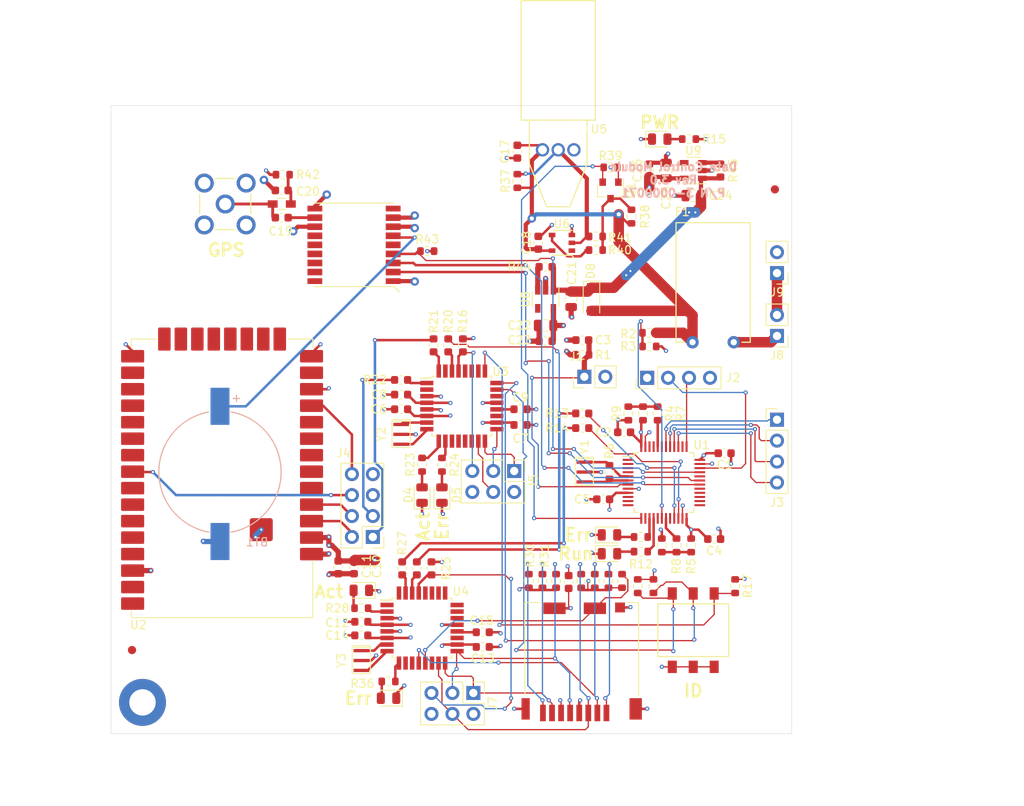
<source format=kicad_pcb>
(kicad_pcb (version 20171130) (host pcbnew "(5.1.7)-1")
  (title_block (title "NSSL EFM Data Control PCB") (date 2020-12-30) (rev 3.0) (company "Leeman Geophysical LLC") (comment 1 "(479) 373-3736") (comment 2 "Siloam Springs, AR 72761") (comment 3 "850 South Lincoln St."))
  (layers (0 F.Cu signal) (1 In1.Cu signal hide) (2 In2.Cu signal hide) (31 B.Cu signal) (34 B.Paste user) (35 F.Paste user hide) (36 B.SilkS user) (37 F.SilkS user) (38 B.Mask user) (39 F.Mask user hide) (44 Edge.Cuts user))
  (net 0 "")
  (net 1 GND)
  (net 2 "Net-(BT1-Pad1)")
  (net 3 /Reset)
  (net 4 +3V3)
  (net 5 +BATT)
  (net 6 "Net-(F1-Pad2)")
  (net 7 /SWDIO)
  (net 8 /SWCLK)
  (net 9 "Net-(J3-Pad4)")
  (net 10 "Net-(J3-Pad3)")
  (net 11 "Net-(J3-Pad2)")
  (net 12 "Net-(J3-Pad1)")
  (net 13 "Net-(J6-Pad1)")
  (net 14 /Boot0)
  (net 15 /Boot1)
  (net 16 /VBat_Sense)
  (net 17 Fiber_Serial_In)
  (net 18 GPS_PPS)
  (net 19 RX_from_GPS)
  (net 20 TX_to_GPS)
  (net 21 "Net-(R22-Pad2)")
  (net 22 "Net-(R23-Pad2)")
  (net 23 "Net-(R24-Pad2)")
  (net 24 "Net-(R26-Pad2)")
  (net 25 "Net-(Q1-Pad3)")
  (net 26 "Net-(C9-Pad1)")
  (net 27 "Net-(C15-Pad1)")
  (net 28 "Net-(C19-Pad2)")
  (net 29 "Net-(C20-Pad2)")
  (net 30 "Net-(C21-Pad1)")
  (net 31 "Net-(D1-Pad2)")
  (net 32 "Net-(D2-Pad2)")
  (net 33 "Net-(D3-Pad2)")
  (net 34 "Net-(D4-Pad2)")
  (net 35 "Net-(D5-Pad2)")
  (net 36 "Net-(D6-Pad2)")
  (net 37 "Net-(D7-Pad2)")
  (net 38 RX_FROM_RADIO)
  (net 39 "Net-(J4-Pad2)")
  (net 40 TX_TO_RADIO)
  (net 41 "Net-(J4-Pad4)")
  (net 42 "Net-(J4-Pad6)")
  (net 43 "Net-(J4-Pad8)")
  (net 44 /radio/XBEE_uC_MISO)
  (net 45 /radio/XBEE_uC_SCK)
  (net 46 /radio/XBEE_uC_RESET)
  (net 47 /radio/XBEE_uC_MOSI)
  (net 48 "Net-(J6-Pad8)")
  (net 49 /SD/SD_uC_MISO)
  (net 50 /SD/SD_uC_SCK)
  (net 51 /SD/SD_uC_MOSI)
  (net 52 /SD/SD_uC_CS)
  (net 53 /SD/SD_uC_CD)
  (net 54 /SD/SD_uC_RESET)
  (net 55 "Net-(J8-Pad2)")
  (net 56 "Net-(R4-Pad1)")
  (net 57 "Net-(R10-Pad2)")
  (net 58 "Net-(R6-Pad1)")
  (net 59 "Net-(R6-Pad2)")
  (net 60 "Net-(R11-Pad2)")
  (net 61 "Net-(R12-Pad2)")
  (net 62 "Net-(R13-Pad1)")
  (net 63 RX_FROM_STM)
  (net 64 "Net-(R14-Pad1)")
  (net 65 TX_TO_STM)
  (net 66 "Net-(R17-Pad2)")
  (net 67 "Net-(R20-Pad2)")
  (net 68 "Net-(R21-Pad2)")
  (net 69 "Net-(R27-Pad2)")
  (net 70 "Net-(R28-Pad2)")
  (net 71 "Net-(R36-Pad2)")
  (net 72 "Net-(R37-Pad2)")
  (net 73 "Net-(R40-Pad2)")
  (net 74 "Net-(R44-Pad2)")
  (net 75 "Net-(U4-Pad8)")
  (net 76 "Net-(U4-Pad7)")
  (net 77 3V3_XBEE)
  (net 78 "Net-(R45-Pad2)")
  (net 79 "Net-(AE1-Pad1)")
  (net 80 "Net-(R18-Pad2)")
  (net 81 "Net-(R19-Pad2)")
  (net 82 "Net-(U3-Pad7)")
  (net 83 "Net-(U3-Pad8)")
  (module Housings_QFP:LQFP-48_7x7mm_Pitch0.5mm (layer F.Cu) (at 140.716 142.24)
    (fp_text reference U1 (at 4.572 -4.572) (layer F.SilkS))
    (fp_text value STM32F103CBT6)
    (pad 48 smd rect (at -2.75 -4.35 90) (size 1.3 0.25) (layers F.Cu F.Paste F.Mask) (net 4 +3V3))
    (pad 47 smd rect (at -2.25 -4.35 90) (size 1.3 0.25) (layers F.Cu F.Paste F.Mask) (net 1 GND))
    (pad 46 smd rect (at -1.75 -4.35 90) (size 1.3 0.25) (layers F.Cu F.Paste F.Mask))
    (pad 45 smd rect (at -1.25 -4.35 90) (size 1.3 0.25) (layers F.Cu F.Paste F.Mask))
    (pad 44 smd rect (at -0.75 -4.35 90) (size 1.3 0.25) (layers F.Cu F.Paste F.Mask) (net 14 /Boot0))
    (pad 43 smd rect (at -0.25 -4.35 90) (size 1.3 0.25) (layers F.Cu F.Paste F.Mask))
    (pad 42 smd rect (at 0.25 -4.35 90) (size 1.3 0.25) (layers F.Cu F.Paste F.Mask) (net 12 "Net-(J3-Pad1)"))
    (pad 41 smd rect (at 0.75 -4.35 90) (size 1.3 0.25) (layers F.Cu F.Paste F.Mask) (net 11 "Net-(J3-Pad2)"))
    (pad 40 smd rect (at 1.25 -4.35 90) (size 1.3 0.25) (layers F.Cu F.Paste F.Mask) (net 10 "Net-(J3-Pad3)"))
    (pad 39 smd rect (at 1.75 -4.35 90) (size 1.3 0.25) (layers F.Cu F.Paste F.Mask) (net 9 "Net-(J3-Pad4)"))
    (pad 38 smd rect (at 2.25 -4.35 90) (size 1.3 0.25) (layers F.Cu F.Paste F.Mask))
    (pad 37 smd rect (at 2.75 -4.35 90) (size 1.3 0.25) (layers F.Cu F.Paste F.Mask) (net 8 /SWCLK))
    (pad 36 smd rect (at 4.35 -2.75) (size 1.3 0.25) (layers F.Cu F.Paste F.Mask) (net 4 +3V3))
    (pad 35 smd rect (at 4.35 -2.25) (size 1.3 0.25) (layers F.Cu F.Paste F.Mask) (net 1 GND))
    (pad 34 smd rect (at 4.35 -1.75) (size 1.3 0.25) (layers F.Cu F.Paste F.Mask) (net 7 /SWDIO))
    (pad 33 smd rect (at 4.35 -1.25) (size 1.3 0.25) (layers F.Cu F.Paste F.Mask) (net 18 GPS_PPS))
    (pad 32 smd rect (at 4.35 -0.75) (size 1.3 0.25) (layers F.Cu F.Paste F.Mask))
    (pad 31 smd rect (at 4.35 -0.25) (size 1.3 0.25) (layers F.Cu F.Paste F.Mask) (net 19 RX_from_GPS))
    (pad 30 smd rect (at 4.35 0.25) (size 1.3 0.25) (layers F.Cu F.Paste F.Mask) (net 20 TX_to_GPS))
    (pad 29 smd rect (at 4.35 0.75) (size 1.3 0.25) (layers F.Cu F.Paste F.Mask))
    (pad 28 smd rect (at 4.35 1.25) (size 1.3 0.25) (layers F.Cu F.Paste F.Mask))
    (pad 27 smd rect (at 4.35 1.75) (size 1.3 0.25) (layers F.Cu F.Paste F.Mask))
    (pad 26 smd rect (at 4.35 2.25) (size 1.3 0.25) (layers F.Cu F.Paste F.Mask))
    (pad 25 smd rect (at 4.35 2.75) (size 1.3 0.25) (layers F.Cu F.Paste F.Mask))
    (pad 24 smd rect (at 2.75 4.35 90) (size 1.3 0.25) (layers F.Cu F.Paste F.Mask) (net 4 +3V3))
    (pad 23 smd rect (at 2.25 4.35 90) (size 1.3 0.25) (layers F.Cu F.Paste F.Mask) (net 1 GND))
    (pad 22 smd rect (at 1.75 4.35 90) (size 1.3 0.25) (layers F.Cu F.Paste F.Mask) (net 64 "Net-(R14-Pad1)"))
    (pad 21 smd rect (at 1.25 4.35 90) (size 1.3 0.25) (layers F.Cu F.Paste F.Mask) (net 62 "Net-(R13-Pad1)"))
    (pad 20 smd rect (at 0.75 4.35 90) (size 1.3 0.25) (layers F.Cu F.Paste F.Mask))
    (pad 19 smd rect (at 0.25 4.35 90) (size 1.3 0.25) (layers F.Cu F.Paste F.Mask) (net 15 /Boot1))
    (pad 18 smd rect (at -0.25 4.35 90) (size 1.3 0.25) (layers F.Cu F.Paste F.Mask) (net 16 /VBat_Sense))
    (pad 17 smd rect (at -0.75 4.35 90) (size 1.3 0.25) (layers F.Cu F.Paste F.Mask))
    (pad 16 smd rect (at -1.25 4.35 90) (size 1.3 0.25) (layers F.Cu F.Paste F.Mask) (net 61 "Net-(R12-Pad2)"))
    (pad 15 smd rect (at -1.75 4.35 90) (size 1.3 0.25) (layers F.Cu F.Paste F.Mask) (net 60 "Net-(R11-Pad2)"))
    (pad 14 smd rect (at -2.25 4.35 90) (size 1.3 0.25) (layers F.Cu F.Paste F.Mask))
    (pad 13 smd rect (at -2.75 4.35 90) (size 1.3 0.25) (layers F.Cu F.Paste F.Mask) (net 17 Fiber_Serial_In))
    (pad 12 smd rect (at -4.35 2.75) (size 1.3 0.25) (layers F.Cu F.Paste F.Mask))
    (pad 11 smd rect (at -4.35 2.25) (size 1.3 0.25) (layers F.Cu F.Paste F.Mask))
    (pad 10 smd rect (at -4.35 1.75) (size 1.3 0.25) (layers F.Cu F.Paste F.Mask))
    (pad 9 smd rect (at -4.35 1.25) (size 1.3 0.25) (layers F.Cu F.Paste F.Mask) (net 4 +3V3))
    (pad 8 smd rect (at -4.35 0.75) (size 1.3 0.25) (layers F.Cu F.Paste F.Mask) (net 1 GND))
    (pad 7 smd rect (at -4.35 0.25) (size 1.3 0.25) (layers F.Cu F.Paste F.Mask) (net 3 /Reset))
    (pad 6 smd rect (at -4.35 -0.25) (size 1.3 0.25) (layers F.Cu F.Paste F.Mask) (net 59 "Net-(R6-Pad2)"))
    (pad 5 smd rect (at -4.35 -0.75) (size 1.3 0.25) (layers F.Cu F.Paste F.Mask) (net 58 "Net-(R6-Pad1)"))
    (pad 4 smd rect (at -4.35 -1.25) (size 1.3 0.25) (layers F.Cu F.Paste F.Mask))
    (pad 3 smd rect (at -4.35 -1.75) (size 1.3 0.25) (layers F.Cu F.Paste F.Mask))
    (pad 2 smd rect (at -4.35 -2.25) (size 1.3 0.25) (layers F.Cu F.Paste F.Mask))
    (pad 1 smd rect (at -4.35 -2.75) (size 1.3 0.25) (layers F.Cu F.Paste F.Mask))
  )
  (module lib_fp:HRS_DM3CS-SF (layer F.Cu) (at 130.542001 163.845001)
    (fp_text reference J6 hide)
    (fp_text value Micro_SD_Card_Det hide)
    (pad 8 smd rect (at -4.5 6.35) (size 0.7 2) (layers F.Cu F.Paste F.Mask) (net 48 "Net-(J6-Pad8)"))
    (pad 7 smd rect (at -3.4 6.35) (size 0.7 2) (layers F.Cu F.Paste F.Mask) (net 49 /SD/SD_uC_MISO))
    (pad 6 smd rect (at -2.3 6.35) (size 0.7 2) (layers F.Cu F.Paste F.Mask) (net 1 GND))
    (pad 5 smd rect (at -1.2 6.35) (size 0.7 2) (layers F.Cu F.Paste F.Mask) (net 50 /SD/SD_uC_SCK))
    (pad 4 smd rect (at -0.1 6.35) (size 0.7 2) (layers F.Cu F.Paste F.Mask) (net 4 +3V3))
    (pad 3 smd rect (at 1 6.35) (size 0.7 2) (layers F.Cu F.Paste F.Mask) (net 51 /SD/SD_uC_MOSI))
    (pad 2 smd rect (at 2.1 6.35) (size 0.7 2) (layers F.Cu F.Paste F.Mask) (net 52 /SD/SD_uC_CS))
    (pad 1 smd rect (at 3.2 6.35) (size 0.7 2) (layers F.Cu F.Paste F.Mask) (net 13 "Net-(J6-Pad1)"))
    (pad S1 smd rect (at -6.6 5.85) (size 1 2.6) (layers F.Cu F.Paste F.Mask) (net 1 GND))
    (pad S2 smd rect (at 6.75 5.85) (size 1.5 2.6) (layers F.Cu F.Paste F.Mask) (net 1 GND))
    (pad 9 smd rect (at 1.8 -6.35) (size 2.7 1.4) (layers F.Cu F.Paste F.Mask) (net 53 /SD/SD_uC_CD))
    (pad S3 smd rect (at -3.1 -6.35) (size 2.7 1.4) (layers F.Cu F.Paste F.Mask) (net 1 GND))
    (pad S5 smd rect (at 4.85 -6.45) (size 1.2 1.2) (layers F.Cu F.Paste F.Mask) (net 1 GND))
  )
  (module Capacitor_SMD:C_0603_1608Metric (layer F.Cu) (at 129.159 154.305 90)
    (fp_text reference C16 hide)
    (fp_text value 0.1u)
    (pad 1 smd roundrect (at -0.775 0 90) (size 0.9 0.95) (layers F.Cu F.Paste F.Mask) (net 1 GND))
    (pad 2 smd roundrect (at 0.775 0 90) (size 0.9 0.95) (layers F.Cu F.Paste F.Mask) (net 4 +3V3))
  )
  (module Resistor_SMD:R_0603_1608Metric (layer F.Cu) (at 124.333 154.178 90)
    (fp_text reference R30 (at 3.048 0.127 -90) (layer F.SilkS))
    (fp_text value 100k)
    (pad 2 smd roundrect (at 0.825 0 90) (size 0.8 0.95) (layers F.Cu F.Paste F.Mask) (net 48 "Net-(J6-Pad8)"))
    (pad 1 smd roundrect (at -0.825 0 90) (size 0.8 0.95) (layers F.Cu F.Paste F.Mask) (net 4 +3V3))
  )
  (module Resistor_SMD:R_0603_1608Metric (layer F.Cu) (at 127.635 154.178 90)
    (fp_text reference R32 hide)
    (fp_text value NP)
    (pad 2 smd roundrect (at 0.825 0 90) (size 0.8 0.95) (layers F.Cu F.Paste F.Mask) (net 50 /SD/SD_uC_SCK))
    (pad 1 smd roundrect (at -0.825 0 90) (size 0.8 0.95) (layers F.Cu F.Paste F.Mask) (net 4 +3V3))
  )
  (module Resistor_SMD:R_0603_1608Metric (layer F.Cu) (at 130.683 154.178 90)
    (fp_text reference R33 hide)
    (fp_text value 100k)
    (pad 2 smd roundrect (at 0.825 0 90) (size 0.8 0.95) (layers F.Cu F.Paste F.Mask) (net 51 /SD/SD_uC_MOSI))
    (pad 1 smd roundrect (at -0.825 0 90) (size 0.8 0.95) (layers F.Cu F.Paste F.Mask) (net 4 +3V3))
  )
  (module Resistor_SMD:R_0603_1608Metric (layer F.Cu) (at 132.334 154.178 90)
    (fp_text reference R34 hide)
    (fp_text value 100k)
    (pad 1 smd roundrect (at -0.825 0 90) (size 0.8 0.95) (layers F.Cu F.Paste F.Mask) (net 4 +3V3))
    (pad 2 smd roundrect (at 0.825 0 90) (size 0.8 0.95) (layers F.Cu F.Paste F.Mask) (net 52 /SD/SD_uC_CS))
  )
  (module Resistor_SMD:R_0603_1608Metric (layer F.Cu) (at 125.984 154.178 90)
    (fp_text reference R31 (at 3.048 0.254 -90) (layer F.SilkS))
    (fp_text value 100k)
    (pad 1 smd roundrect (at -0.825 0 90) (size 0.8 0.95) (layers F.Cu F.Paste F.Mask) (net 4 +3V3))
    (pad 2 smd roundrect (at 0.825 0 90) (size 0.8 0.95) (layers F.Cu F.Paste F.Mask) (net 49 /SD/SD_uC_MISO))
  )
  (module Resistor_SMD:R_0603_1608Metric (layer F.Cu) (at 133.985 154.178 90)
    (fp_text reference R35 hide)
    (fp_text value 100k)
    (pad 1 smd roundrect (at -0.825 0 90) (size 0.8 0.95) (layers F.Cu F.Paste F.Mask) (net 4 +3V3))
    (pad 2 smd roundrect (at 0.825 0 90) (size 0.8 0.95) (layers F.Cu F.Paste F.Mask) (net 13 "Net-(J6-Pad1)"))
  )
  (module Resistor_SMD:R_0603_1608Metric (layer F.Cu) (at 134.112 140.97 270)
    (fp_text reference R6 (at -2.54 0 270) (layer F.SilkS))
    (fp_text value 1M)
    (pad 1 smd roundrect (at -0.825 0 270) (size 0.8 0.95) (layers F.Cu F.Paste F.Mask) (net 58 "Net-(R6-Pad1)"))
    (pad 2 smd roundrect (at 0.825 0 270) (size 0.8 0.95) (layers F.Cu F.Paste F.Mask) (net 59 "Net-(R6-Pad2)"))
  )
  (module Capacitor_SMD:C_0603_1608Metric (layer F.Cu) (at 130.81 124.968 180)
    (fp_text reference C3 (at -2.54 0) (layer F.SilkS))
    (fp_text value 1u)
    (pad 2 smd roundrect (at 0.775 0 180) (size 0.9 0.95) (layers F.Cu F.Paste F.Mask) (net 1 GND))
    (pad 1 smd roundrect (at -0.775 0 180) (size 0.9 0.95) (layers F.Cu F.Paste F.Mask) (net 3 /Reset))
  )
  (module Capacitor_SMD:C_0603_1608Metric (layer F.Cu) (at 148.082 138.684 180)
    (fp_text reference C1 (at 0 -1.43) (layer F.SilkS))
    (fp_text value 0.1u)
    (pad 1 smd roundrect (at -0.775 0 180) (size 0.9 0.95) (layers F.Cu F.Paste F.Mask) (net 1 GND))
    (pad 2 smd roundrect (at 0.775 0 180) (size 0.9 0.95) (layers F.Cu F.Paste F.Mask) (net 4 +3V3))
  )
  (module Resistor_SMD:R_0603_1608Metric (layer F.Cu) (at 137.541 154.813 270)
    (fp_text reference R19 hide)
    (fp_text value 10k)
    (pad 1 smd roundrect (at -0.825 0 270) (size 0.8 0.95) (layers F.Cu F.Paste F.Mask) (net 4 +3V3))
    (pad 2 smd roundrect (at 0.825 0 270) (size 0.8 0.95) (layers F.Cu F.Paste F.Mask) (net 81 "Net-(R19-Pad2)"))
  )
  (module lib_fp:SMA (layer F.Cu) (at 87.503 108.458 180)
    (fp_text reference AE1 hide)
    (fp_text value Antenna_Shield)
    (pad 2 thru_hole circle (at 2.54 2.54 180) (size 2.3 2.3) (drill 1.5) (layers *.Cu *.Mask) (net 1 GND))
    (pad 2 thru_hole circle (at -2.54 2.54 180) (size 2.3 2.3) (drill 1.5) (layers *.Cu *.Mask) (net 1 GND))
    (pad 2 thru_hole circle (at 2.54 -2.54 180) (size 2.3 2.3) (drill 1.5) (layers *.Cu *.Mask) (net 1 GND))
    (pad 2 thru_hole circle (at -2.54 -2.54 180) (size 2.3 2.3) (drill 1.5) (layers *.Cu *.Mask) (net 1 GND))
    (pad 1 thru_hole circle (at 0 0 180) (size 2.3 2.3) (drill 1.5) (layers *.Cu *.Mask) (net 79 "Net-(AE1-Pad1)"))
  )
  (module lib_fp:S8411-45R (layer B.Cu) (at 86.868 140.97)
    (fp_text reference BT1 (at 4.5 8.5) (layer B.SilkS) (effects (justify mirror)))
    (fp_text value CR1220)
    (fp_text user + (at 2 -9) (layer B.SilkS) (effects (justify mirror)))
    (pad 1 smd rect (at 0 -7.975) (size 2.3 4.5) (layers B.Cu B.Paste B.Mask) (net 2 "Net-(BT1-Pad1)"))
    (pad 2 smd rect (at 0 8.425) (size 2.3 4.5) (layers B.Cu B.Paste B.Mask) (net 1 GND))
    (pad "" np_thru_hole circle (at 0 3.725) (size 1.05 1.05) (drill 1.05) (layers *.Cu *.Mask))
    (pad "" np_thru_hole circle (at 0 -3.725) (size 1.3 1.3) (drill 1.3) (layers *.Cu *.Mask))
  )
  (module lib_fp:RGEF250 (layer F.Cu) (at 146.685 125.222)
    (fp_text reference F1 (at -3.7465 -15.8115) (layer F.SilkS))
    (fp_text value Polyfuse)
    (pad 1 thru_hole circle (at -2.5 0) (size 1.5 1.5) (drill 0.7605) (layers *.Cu *.Mask) (net 5 +BATT))
    (pad 2 thru_hole circle (at 2.5 0) (size 1.5 1.5) (drill 0.7605) (layers *.Cu *.Mask) (net 6 "Net-(F1-Pad2)"))
  )
  (module Pin_Headers:Pin_Header_Straight_1x02_Pitch2.54mm (layer F.Cu) (at 131.064 129.413 90)
    (fp_text reference J1 (at 2.4765 -0.9525 180) (layer F.SilkS))
    (fp_text value Conn_01x02)
    (pad 2 thru_hole oval (at 0 2.54 90) (size 1.7 1.7) (drill 1) (layers *.Cu *.Mask) (net 1 GND))
    (pad 1 thru_hole rect (at 0 0 90) (size 1.7 1.7) (drill 1) (layers *.Cu *.Mask) (net 3 /Reset))
  )
  (module Pin_Headers:Pin_Header_Straight_1x04_Pitch2.54mm (layer F.Cu) (at 138.684 129.54 90)
    (fp_text reference J2 (at 0 10.414 180) (layer F.SilkS))
    (fp_text value ISP)
    (pad 1 thru_hole rect (at 0 0 90) (size 1.7 1.7) (drill 1) (layers *.Cu *.Mask) (net 4 +3V3))
    (pad 2 thru_hole oval (at 0 2.54 90) (size 1.7 1.7) (drill 1) (layers *.Cu *.Mask) (net 7 /SWDIO))
    (pad 3 thru_hole oval (at 0 5.08 90) (size 1.7 1.7) (drill 1) (layers *.Cu *.Mask) (net 8 /SWCLK))
    (pad 4 thru_hole oval (at 0 7.62 90) (size 1.7 1.7) (drill 1) (layers *.Cu *.Mask) (net 1 GND))
  )
  (module Pin_Headers:Pin_Header_Straight_1x04_Pitch2.54mm (layer F.Cu) (at 154.432 134.62)
    (fp_text reference J3 (at 0 10.033) (layer F.SilkS))
    (fp_text value Spare)
    (pad 4 thru_hole oval (at 0 7.62) (size 1.7 1.7) (drill 1) (layers *.Cu *.Mask) (net 9 "Net-(J3-Pad4)"))
    (pad 3 thru_hole oval (at 0 5.08) (size 1.7 1.7) (drill 1) (layers *.Cu *.Mask) (net 10 "Net-(J3-Pad3)"))
    (pad 2 thru_hole oval (at 0 2.54) (size 1.7 1.7) (drill 1) (layers *.Cu *.Mask) (net 11 "Net-(J3-Pad2)"))
    (pad 1 thru_hole rect (at 0 0) (size 1.7 1.7) (drill 1) (layers *.Cu *.Mask) (net 12 "Net-(J3-Pad1)"))
  )
  (module Resistors_SMD:R_0603_HandSoldering (layer F.Cu) (at 94.361 108.458)
    (fp_text reference L1 hide)
    (fp_text value 27nH)
    (pad 2 smd rect (at 1.1 0) (size 1.2 0.9) (layers F.Cu F.Paste F.Mask) (net 29 "Net-(C20-Pad2)"))
    (pad 1 smd rect (at -1.1 0) (size 1.2 0.9) (layers F.Cu F.Paste F.Mask) (net 79 "Net-(AE1-Pad1)"))
  )
  (module lib_fp:IF-D96F (layer F.Cu) (at 127.892001 101.887001)
    (fp_text reference U5 (at 4.949999 -2.509501) (layer F.SilkS))
    (fp_text value IF-D96F)
    (pad 1 thru_hole circle (at 1.905 0) (size 1.62 1.62) (drill 1.07) (layers *.Cu *.Mask) (net 1 GND))
    (pad 2 thru_hole circle (at 0 0) (size 1.62 1.62) (drill 1.07) (layers *.Cu *.Mask) (net 72 "Net-(R37-Pad2)"))
    (pad 3 thru_hole circle (at -1.905 0) (size 1.62 1.62) (drill 1.07) (layers *.Cu *.Mask) (net 5 +BATT))
    (pad "" np_thru_hole circle (at -2.54 -2.54) (size 1.83 1.83) (drill 1.83) (layers *.Cu *.Mask))
    (pad "" np_thru_hole circle (at 2.54 -2.54) (size 1.83 1.83) (drill 1.83) (layers *.Cu *.Mask))
    (pad "" np_thru_hole circle (at 0 5.08) (size 3.3 3.3) (drill 3.3) (layers *.Cu *.Mask))
  )
  (module lib_fp:SOT753 (layer F.Cu) (at 128.35 113.164001)
    (fp_text reference U6 (at -0.0165 -2.293001) (layer F.SilkS))
    (fp_text value TC4S584F)
    (pad 1 smd rect (at 1.2 0.95) (size 0.8 0.55) (layers F.Cu F.Paste F.Mask))
    (pad 2 smd rect (at 1.2 0) (size 0.8 0.55) (layers F.Cu F.Paste F.Mask) (net 72 "Net-(R37-Pad2)"))
    (pad 3 smd rect (at 1.2 -0.95) (size 0.8 0.55) (layers F.Cu F.Paste F.Mask) (net 1 GND))
    (pad 4 smd rect (at -1.2 -0.95) (size 0.8 0.55) (layers F.Cu F.Paste F.Mask) (net 73 "Net-(R40-Pad2)"))
    (pad 5 smd rect (at -1.2 0.95) (size 0.8 0.55) (layers F.Cu F.Paste F.Mask) (net 5 +BATT))
  )
  (module lib_fp:XCVR_MAX-M8C-0-10 (layer F.Cu) (at 103.124 113.411 180)
    (fp_text reference U7 hide)
    (fp_text value MAX-M8C hide)
    (pad 1 smd rect (at -4.75 -4.4 180) (size 1.8 0.7) (layers F.Cu F.Paste F.Mask) (net 1 GND))
    (pad 2 smd rect (at -4.75 -3.3 180) (size 1.8 0.8) (layers F.Cu F.Paste F.Mask) (net 19 RX_from_GPS))
    (pad 3 smd rect (at -4.75 -2.2 180) (size 1.8 0.8) (layers F.Cu F.Paste F.Mask) (net 20 TX_to_GPS))
    (pad 4 smd rect (at -4.75 -1.1 180) (size 1.8 0.8) (layers F.Cu F.Paste F.Mask) (net 18 GPS_PPS))
    (pad 5 smd rect (at -4.75 0 180) (size 1.8 0.8) (layers F.Cu F.Paste F.Mask))
    (pad 6 smd rect (at -4.75 1.1 180) (size 1.8 0.8) (layers F.Cu F.Paste F.Mask) (net 2 "Net-(BT1-Pad1)"))
    (pad 7 smd rect (at -4.75 2.2 180) (size 1.8 0.8) (layers F.Cu F.Paste F.Mask) (net 4 +3V3))
    (pad 8 smd rect (at -4.75 3.3 180) (size 1.8 0.8) (layers F.Cu F.Paste F.Mask) (net 4 +3V3))
    (pad 9 smd rect (at -4.75 4.4 180) (size 1.8 0.7) (layers F.Cu F.Paste F.Mask))
    (pad 10 smd rect (at 4.75 4.4) (size 1.8 0.7) (layers F.Cu F.Paste F.Mask) (net 1 GND))
    (pad 11 smd rect (at 4.75 3.3) (size 1.8 0.8) (layers F.Cu F.Paste F.Mask) (net 28 "Net-(C19-Pad2)"))
    (pad 12 smd rect (at 4.75 2.2) (size 1.8 0.8) (layers F.Cu F.Paste F.Mask) (net 1 GND))
    (pad 13 smd rect (at 4.75 1.1) (size 1.8 0.8) (layers F.Cu F.Paste F.Mask))
    (pad 14 smd rect (at 4.75 0) (size 1.8 0.8) (layers F.Cu F.Paste F.Mask))
    (pad 15 smd rect (at 4.75 -1.1) (size 1.8 0.8) (layers F.Cu F.Paste F.Mask))
    (pad 16 smd rect (at 4.75 -2.2) (size 1.8 0.8) (layers F.Cu F.Paste F.Mask))
    (pad 17 smd rect (at 4.75 -3.3) (size 1.8 0.8) (layers F.Cu F.Paste F.Mask))
    (pad 18 smd rect (at 4.75 -4.4) (size 1.8 0.7) (layers F.Cu F.Paste F.Mask))
  )
  (module Mounting_Holes:MountingHole_3.2mm_M3_ISO7380 (layer F.Cu) (at 77.47 100.33)
    (fp_text reference H1 hide)
    (fp_text value MountingHole)
    (pad 1 np_thru_hole circle (at 0 0) (size 3.2 3.2) (drill 3.2) (layers *.Cu *.Mask))
  )
  (module Mounting_Holes:MountingHole_3.2mm_M3_ISO7380 (layer F.Cu) (at 152.4 100.33)
    (fp_text reference H2 hide)
    (fp_text value MountingHole)
    (pad 1 np_thru_hole circle (at 0 0) (size 3.2 3.2) (drill 3.2) (layers *.Cu *.Mask))
  )
  (module Mounting_Holes:MountingHole_3.2mm_M3_ISO7380 (layer F.Cu) (at 152.4 168.91)
    (fp_text reference H3 hide)
    (fp_text value MountingHole)
    (pad 1 np_thru_hole circle (at 0 0) (size 3.2 3.2) (drill 3.2) (layers *.Cu *.Mask))
  )
  (module Mounting_Holes:MountingHole_3.2mm_M3_ISO7380_Pad (layer F.Cu) (at 77.47 168.91)
    (fp_text reference H4 hide)
    (fp_text value MountingHole)
    (pad 1 thru_hole circle (at 0 0) (size 5.7 5.7) (drill 3.2) (layers *.Cu *.Mask) (net 1 GND))
  )
  (module lib_fp:KAE03TGGR (layer F.Cu) (at 144.272 160.147)
    (fp_text reference SW1 hide)
    (fp_text value "ID Select")
    (pad 1 smd rect (at -2.54 4.45) (size 1.1 1.5) (layers F.Cu F.Paste F.Mask) (net 1 GND))
    (pad 2 smd rect (at 0 4.45) (size 1.1 1.5) (layers F.Cu F.Paste F.Mask) (net 1 GND))
    (pad 3 smd rect (at 2.54 4.45) (size 1.1 1.5) (layers F.Cu F.Paste F.Mask) (net 1 GND))
    (pad 4 smd rect (at 2.54 -4.45) (size 1.1 1.5) (layers F.Cu F.Paste F.Mask) (net 66 "Net-(R17-Pad2)"))
    (pad 5 smd rect (at 0 -4.45) (size 1.1 1.5) (layers F.Cu F.Paste F.Mask) (net 80 "Net-(R18-Pad2)"))
    (pad 6 smd rect (at -2.54 -4.45) (size 1.1 1.5) (layers F.Cu F.Paste F.Mask) (net 81 "Net-(R19-Pad2)"))
  )
  (module TO_SOT_Packages_SMD:SOT-23 (layer F.Cu) (at 134.239 106.807 270)
    (fp_text reference Q1 (at 0 -2.5 90) (layer F.SilkS))
    (fp_text value BSS138)
    (pad 3 smd rect (at 1 0 270) (size 0.9 0.8) (layers F.Cu F.Paste F.Mask) (net 25 "Net-(Q1-Pad3)"))
    (pad 2 smd rect (at -1 0.95 270) (size 0.9 0.8) (layers F.Cu F.Paste F.Mask) (net 17 Fiber_Serial_In))
    (pad 1 smd rect (at -1 -0.95 270) (size 0.9 0.8) (layers F.Cu F.Paste F.Mask) (net 4 +3V3))
  )
  (module capacitors_0603:1-0000007 (layer F.Cu) (at 108.839 133.35 180)
    (fp_text reference C6 (at 2.667 0) (layer F.SilkS))
    (fp_text value 1-0000007)
    (pad 2 smd roundrect (at 0.7875 0 180) (size 0.875 0.95) (layers F.Cu F.Paste F.Mask) (net 1 GND))
    (pad 1 smd roundrect (at -0.7875 0 180) (size 0.875 0.95) (layers F.Cu F.Paste F.Mask) (net 4 +3V3))
  )
  (module capacitors_0603:1-0000007 (layer F.Cu) (at 123.317 135.255)
    (fp_text reference C7 (at 0 1.651) (layer F.SilkS))
    (fp_text value 1-0000007)
    (pad 1 smd roundrect (at -0.7875 0) (size 0.875 0.95) (layers F.Cu F.Paste F.Mask) (net 4 +3V3))
    (pad 2 smd roundrect (at 0.7875 0) (size 0.875 0.95) (layers F.Cu F.Paste F.Mask) (net 1 GND))
  )
  (module capacitors_0603:1-0000007 (layer F.Cu) (at 108.839 131.572 180)
    (fp_text reference C8 (at 2.667 0) (layer F.SilkS))
    (fp_text value 1-0000007)
    (pad 2 smd roundrect (at 0.7875 0 180) (size 0.875 0.95) (layers F.Cu F.Paste F.Mask) (net 1 GND))
    (pad 1 smd roundrect (at -0.7875 0 180) (size 0.875 0.95) (layers F.Cu F.Paste F.Mask) (net 4 +3V3))
  )
  (module capacitors_0603:1-0000007 (layer F.Cu) (at 123.317 133.35)
    (fp_text reference C9 (at 0 -1.43) (layer F.SilkS))
    (fp_text value 1-0000007)
    (pad 2 smd roundrect (at 0.7875 0) (size 0.875 0.95) (layers F.Cu F.Paste F.Mask) (net 1 GND))
    (pad 1 smd roundrect (at -0.7875 0) (size 0.875 0.95) (layers F.Cu F.Paste F.Mask) (net 26 "Net-(C9-Pad1)"))
  )
  (module capacitors_0603:1-0000007 (layer F.Cu) (at 104.013 159.131 180)
    (fp_text reference C12 (at 2.921 -0.127) (layer F.SilkS))
    (fp_text value 1-0000007)
    (pad 1 smd roundrect (at -0.7875 0 180) (size 0.875 0.95) (layers F.Cu F.Paste F.Mask) (net 4 +3V3))
    (pad 2 smd roundrect (at 0.7875 0 180) (size 0.875 0.95) (layers F.Cu F.Paste F.Mask) (net 1 GND))
  )
  (module capacitors_0603:1-0000007 (layer F.Cu) (at 118.745 162.179)
    (fp_text reference C13 (at 0 1.397) (layer F.SilkS))
    (fp_text value 1-0000007)
    (pad 2 smd roundrect (at 0.7875 0) (size 0.875 0.95) (layers F.Cu F.Paste F.Mask) (net 1 GND))
    (pad 1 smd roundrect (at -0.7875 0) (size 0.875 0.95) (layers F.Cu F.Paste F.Mask) (net 4 +3V3))
  )
  (module capacitors_0603:1-0000007 (layer F.Cu) (at 104.013 160.782 180)
    (fp_text reference C14 (at 2.921 0) (layer F.SilkS))
    (fp_text value 1-0000007)
    (pad 1 smd roundrect (at -0.7875 0 180) (size 0.875 0.95) (layers F.Cu F.Paste F.Mask) (net 4 +3V3))
    (pad 2 smd roundrect (at 0.7875 0 180) (size 0.875 0.95) (layers F.Cu F.Paste F.Mask) (net 1 GND))
  )
  (module capacitors_0603:1-0000007 (layer F.Cu) (at 118.745 160.401)
    (fp_text reference C15 (at -0.127 -1.43) (layer F.SilkS))
    (fp_text value 1-0000007)
    (pad 1 smd roundrect (at -0.7875 0) (size 0.875 0.95) (layers F.Cu F.Paste F.Mask) (net 27 "Net-(C15-Pad1)"))
    (pad 2 smd roundrect (at 0.7875 0) (size 0.875 0.95) (layers F.Cu F.Paste F.Mask) (net 1 GND))
  )
  (module capacitors_0805:1-0000075 (layer F.Cu) (at 129.4638 120.015 270)
    (fp_text reference C21 (at -3.175 -0.0762 90) (layer F.SilkS))
    (fp_text value 1-0000075)
    (pad 1 smd roundrect (at -0.9375 0 270) (size 0.975 1.4) (layers F.Cu F.Paste F.Mask) (net 30 "Net-(C21-Pad1)"))
    (pad 2 smd roundrect (at 0.9375 0 270) (size 0.975 1.4) (layers F.Cu F.Paste F.Mask) (net 1 GND))
  )
  (module capacitors_0805:1-0000075 (layer F.Cu) (at 126.365 123.19 180)
    (fp_text reference C22 (at 3.175 0) (layer F.SilkS))
    (fp_text value 1-0000075)
    (pad 2 smd roundrect (at 0.9375 0 180) (size 0.975 1.4) (layers F.Cu F.Paste F.Mask) (net 1 GND))
    (pad 1 smd roundrect (at -0.9375 0 180) (size 0.975 1.4) (layers F.Cu F.Paste F.Mask) (net 4 +3V3))
  )
  (module capacitors_0603:1-0000018 (layer F.Cu) (at 126.365 125.095 180)
    (fp_text reference C23 (at 3.175 0.127) (layer F.SilkS))
    (fp_text value 1-0000018)
    (pad 1 smd roundrect (at -0.7875 0 180) (size 0.875 0.95) (layers F.Cu F.Paste F.Mask) (net 4 +3V3))
    (pad 2 smd roundrect (at 0.7875 0 180) (size 0.875 0.95) (layers F.Cu F.Paste F.Mask) (net 1 GND))
  )
  (module LED_SMD:LED_0805_2012Metric (layer F.Cu) (at 134.112 148.59)
    (fp_text reference D1 hide)
    (fp_text value Error)
    (pad 2 smd roundrect (at 0.9375 0) (size 0.975 1.4) (layers F.Cu F.Paste F.Mask) (net 31 "Net-(D1-Pad2)"))
    (pad 1 smd roundrect (at -0.9375 0) (size 0.975 1.4) (layers F.Cu F.Paste F.Mask) (net 1 GND))
  )
  (module LED_SMD:LED_0805_2012Metric (layer F.Cu) (at 134.112 150.876)
    (fp_text reference D2 hide)
    (fp_text value Run)
    (pad 2 smd roundrect (at 0.9375 0) (size 0.975 1.4) (layers F.Cu F.Paste F.Mask) (net 32 "Net-(D2-Pad2)"))
    (pad 1 smd roundrect (at -0.9375 0) (size 0.975 1.4) (layers F.Cu F.Paste F.Mask) (net 1 GND))
  )
  (module LED_SMD:LED_0805_2012Metric (layer F.Cu) (at 140.208 100.584)
    (fp_text reference D3 hide)
    (fp_text value Power)
    (pad 1 smd roundrect (at -0.9375 0) (size 0.975 1.4) (layers F.Cu F.Paste F.Mask) (net 1 GND))
    (pad 2 smd roundrect (at 0.9375 0) (size 0.975 1.4) (layers F.Cu F.Paste F.Mask) (net 33 "Net-(D3-Pad2)"))
  )
  (module LED_SMD:LED_0805_2012Metric (layer F.Cu) (at 111.379 143.764 90)
    (fp_text reference D4 (at 0 -1.65 90) (layer F.SilkS))
    (fp_text value Activity)
    (pad 2 smd roundrect (at 0.9375 0 90) (size 0.975 1.4) (layers F.Cu F.Paste F.Mask) (net 34 "Net-(D4-Pad2)"))
    (pad 1 smd roundrect (at -0.9375 0 90) (size 0.975 1.4) (layers F.Cu F.Paste F.Mask) (net 1 GND))
  )
  (module LED_SMD:LED_0805_2012Metric (layer F.Cu) (at 113.792 143.764 90)
    (fp_text reference D5 (at 0 1.778 90) (layer F.SilkS))
    (fp_text value Error)
    (pad 1 smd roundrect (at -0.9375 0 90) (size 0.975 1.4) (layers F.Cu F.Paste F.Mask) (net 1 GND))
    (pad 2 smd roundrect (at 0.9375 0 90) (size 0.975 1.4) (layers F.Cu F.Paste F.Mask) (net 35 "Net-(D5-Pad2)"))
  )
  (module LED_SMD:LED_0805_2012Metric (layer F.Cu) (at 104.013 155.321 180)
    (fp_text reference D6 hide)
    (fp_text value Activity)
    (pad 1 smd roundrect (at -0.9375 0 180) (size 0.975 1.4) (layers F.Cu F.Paste F.Mask) (net 1 GND))
    (pad 2 smd roundrect (at 0.9375 0 180) (size 0.975 1.4) (layers F.Cu F.Paste F.Mask) (net 36 "Net-(D6-Pad2)"))
  )
  (module LED_SMD:LED_0805_2012Metric (layer F.Cu) (at 107.315 168.402 180)
    (fp_text reference D7 hide)
    (fp_text value Error)
    (pad 1 smd roundrect (at -0.9375 0 180) (size 0.975 1.4) (layers F.Cu F.Paste F.Mask) (net 1 GND))
    (pad 2 smd roundrect (at 0.9375 0 180) (size 0.975 1.4) (layers F.Cu F.Paste F.Mask) (net 37 "Net-(D7-Pad2)"))
  )
  (module Diode_SMD:D_SOD-123F (layer F.Cu) (at 131.9276 120.015 270)
    (fp_text reference D8 (at -3.429 0.1016 90) (layer F.SilkS))
    (fp_text value D_Schottky)
    (pad 1 smd rect (at -1.4 0 270) (size 1.1 1.1) (layers F.Cu F.Paste F.Mask) (net 30 "Net-(C21-Pad1)"))
    (pad 2 smd rect (at 1.4 0 270) (size 1.1 1.1) (layers F.Cu F.Paste F.Mask) (net 5 +BATT))
  )
  (module Connector_PinHeader_2.54mm:PinHeader_2x03_P2.54mm_Vertical (layer F.Cu) (at 122.555 140.843 270)
    (fp_text reference J5 (at 1.27 -2.33 90) (layer F.SilkS))
    (fp_text value XBee_uC_ISP)
    (pad 1 thru_hole rect (at 0 0 270) (size 1.7 1.7) (drill 1) (layers *.Cu *.Mask) (net 44 /radio/XBEE_uC_MISO))
    (pad 2 thru_hole oval (at 2.54 0 270) (size 1.7 1.7) (drill 1) (layers *.Cu *.Mask) (net 4 +3V3))
    (pad 3 thru_hole oval (at 0 2.54 270) (size 1.7 1.7) (drill 1) (layers *.Cu *.Mask) (net 45 /radio/XBEE_uC_SCK))
    (pad 4 thru_hole oval (at 2.54 2.54 270) (size 1.7 1.7) (drill 1) (layers *.Cu *.Mask) (net 47 /radio/XBEE_uC_MOSI))
    (pad 5 thru_hole oval (at 0 5.08 270) (size 1.7 1.7) (drill 1) (layers *.Cu *.Mask) (net 46 /radio/XBEE_uC_RESET))
    (pad 6 thru_hole oval (at 2.54 5.08 270) (size 1.7 1.7) (drill 1) (layers *.Cu *.Mask) (net 1 GND))
  )
  (module Connector_PinHeader_2.54mm:PinHeader_2x03_P2.54mm_Vertical (layer F.Cu) (at 117.602 167.767 270)
    (fp_text reference J7 (at 1.27 -2.33 90) (layer F.SilkS))
    (fp_text value SD_uC_ISP)
    (pad 6 thru_hole oval (at 2.54 5.08 270) (size 1.7 1.7) (drill 1) (layers *.Cu *.Mask) (net 1 GND))
    (pad 5 thru_hole oval (at 0 5.08 270) (size 1.7 1.7) (drill 1) (layers *.Cu *.Mask) (net 54 /SD/SD_uC_RESET))
    (pad 4 thru_hole oval (at 2.54 2.54 270) (size 1.7 1.7) (drill 1) (layers *.Cu *.Mask) (net 51 /SD/SD_uC_MOSI))
    (pad 3 thru_hole oval (at 0 2.54 270) (size 1.7 1.7) (drill 1) (layers *.Cu *.Mask) (net 50 /SD/SD_uC_SCK))
    (pad 2 thru_hole oval (at 2.54 0 270) (size 1.7 1.7) (drill 1) (layers *.Cu *.Mask) (net 4 +3V3))
    (pad 1 thru_hole rect (at 0 0 270) (size 1.7 1.7) (drill 1) (layers *.Cu *.Mask) (net 49 /SD/SD_uC_MISO))
  )
  (module Resistor_SMD:R_0603_1608Metric (layer F.Cu) (at 137.922 148.844)
    (fp_text reference R11 hide)
    (fp_text value 150)
    (pad 2 smd roundrect (at 0.825 0) (size 0.8 0.95) (layers F.Cu F.Paste F.Mask) (net 60 "Net-(R11-Pad2)"))
    (pad 1 smd roundrect (at -0.825 0) (size 0.8 0.95) (layers F.Cu F.Paste F.Mask) (net 31 "Net-(D1-Pad2)"))
  )
  (module Resistor_SMD:R_0603_1608Metric (layer F.Cu) (at 137.922 150.622)
    (fp_text reference R12 (at 0 1.524) (layer F.SilkS))
    (fp_text value 150)
    (pad 1 smd roundrect (at -0.825 0) (size 0.8 0.95) (layers F.Cu F.Paste F.Mask) (net 32 "Net-(D2-Pad2)"))
    (pad 2 smd roundrect (at 0.825 0) (size 0.8 0.95) (layers F.Cu F.Paste F.Mask) (net 61 "Net-(R12-Pad2)"))
  )
  (module resistors_0603:1-0000006 (layer F.Cu) (at 130.81 133.858 180)
    (fp_text reference R13 (at 3.048 0) (layer F.SilkS))
    (fp_text value 1-0000006)
    (pad 1 smd roundrect (at -0.7875 0 180) (size 0.875 0.95) (layers F.Cu F.Paste F.Mask) (net 62 "Net-(R13-Pad1)"))
    (pad 2 smd roundrect (at 0.7875 0 180) (size 0.875 0.95) (layers F.Cu F.Paste F.Mask) (net 63 RX_FROM_STM))
  )
  (module resistors_0603:1-0000006 (layer F.Cu) (at 130.81 135.636 180)
    (fp_text reference R14 (at 3.048 0) (layer F.SilkS))
    (fp_text value 1-0000006)
    (pad 1 smd roundrect (at -0.7875 0 180) (size 0.875 0.95) (layers F.Cu F.Paste F.Mask) (net 64 "Net-(R14-Pad1)"))
    (pad 2 smd roundrect (at 0.7875 0 180) (size 0.875 0.95) (layers F.Cu F.Paste F.Mask) (net 65 TX_TO_STM))
  )
  (module Resistor_SMD:R_0603_1608Metric (layer F.Cu) (at 143.764 100.584)
    (fp_text reference R15 (at 3.048 0) (layer F.SilkS))
    (fp_text value 150)
    (pad 1 smd roundrect (at -0.825 0) (size 0.8 0.95) (layers F.Cu F.Paste F.Mask) (net 33 "Net-(D3-Pad2)"))
    (pad 2 smd roundrect (at 0.825 0) (size 0.8 0.95) (layers F.Cu F.Paste F.Mask) (net 4 +3V3))
  )
  (module resistors_0603:1-0000010 (layer F.Cu) (at 116.332 125.603 270)
    (fp_text reference R16 (at -2.921 0 90) (layer F.SilkS))
    (fp_text value 1-0000010)
    (pad 1 smd roundrect (at -0.7875 0 270) (size 0.875 0.95) (layers F.Cu F.Paste F.Mask) (net 4 +3V3))
    (pad 2 smd roundrect (at 0.7875 0 270) (size 0.875 0.95) (layers F.Cu F.Paste F.Mask) (net 46 /radio/XBEE_uC_RESET))
  )
  (module resistors_0603:1-0000006 (layer F.Cu) (at 114.554 125.603 270)
    (fp_text reference R20 (at -2.921 0 90) (layer F.SilkS))
    (fp_text value 1-0000006)
    (pad 2 smd roundrect (at 0.7875 0 270) (size 0.875 0.95) (layers F.Cu F.Paste F.Mask) (net 67 "Net-(R20-Pad2)"))
    (pad 1 smd roundrect (at -0.7875 0 270) (size 0.875 0.95) (layers F.Cu F.Paste F.Mask) (net 63 RX_FROM_STM))
  )
  (module resistors_0603:1-0000006 (layer F.Cu) (at 112.776 125.603 270)
    (fp_text reference R21 (at -2.921 0 90) (layer F.SilkS))
    (fp_text value 1-0000006)
    (pad 1 smd roundrect (at -0.7875 0 270) (size 0.875 0.95) (layers F.Cu F.Paste F.Mask) (net 38 RX_FROM_RADIO))
    (pad 2 smd roundrect (at 0.7875 0 270) (size 0.875 0.95) (layers F.Cu F.Paste F.Mask) (net 68 "Net-(R21-Pad2)"))
  )
  (module resistors_0603:1-0000006 (layer F.Cu) (at 108.839 129.794)
    (fp_text reference R22 (at -3.175 0) (layer F.SilkS))
    (fp_text value 1-0000006)
    (pad 2 smd roundrect (at 0.7875 0) (size 0.875 0.95) (layers F.Cu F.Paste F.Mask) (net 21 "Net-(R22-Pad2)"))
    (pad 1 smd roundrect (at -0.7875 0) (size 0.875 0.95) (layers F.Cu F.Paste F.Mask) (net 40 TX_TO_RADIO))
  )
  (module Resistor_SMD:R_0603_1608Metric (layer F.Cu) (at 111.379 140.081 90)
    (fp_text reference R23 (at 0 -1.43 90) (layer F.SilkS))
    (fp_text value 150)
    (pad 2 smd roundrect (at 0.825 0 90) (size 0.8 0.95) (layers F.Cu F.Paste F.Mask) (net 22 "Net-(R23-Pad2)"))
    (pad 1 smd roundrect (at -0.825 0 90) (size 0.8 0.95) (layers F.Cu F.Paste F.Mask) (net 34 "Net-(D4-Pad2)"))
  )
  (module Resistor_SMD:R_0603_1608Metric (layer F.Cu) (at 113.792 140.081 90)
    (fp_text reference R24 (at 0 1.524 90) (layer F.SilkS))
    (fp_text value 150)
    (pad 1 smd roundrect (at -0.825 0 90) (size 0.8 0.95) (layers F.Cu F.Paste F.Mask) (net 35 "Net-(D5-Pad2)"))
    (pad 2 smd roundrect (at 0.825 0 90) (size 0.8 0.95) (layers F.Cu F.Paste F.Mask) (net 23 "Net-(R24-Pad2)"))
  )
  (module resistors_0603:1-0000010 (layer F.Cu) (at 112.522 152.654 270)
    (fp_text reference R25 (at 0 -1.778 90) (layer F.SilkS))
    (fp_text value 1-0000010)
    (pad 2 smd roundrect (at 0.7875 0 270) (size 0.875 0.95) (layers F.Cu F.Paste F.Mask) (net 54 /SD/SD_uC_RESET))
    (pad 1 smd roundrect (at -0.7875 0 270) (size 0.875 0.95) (layers F.Cu F.Paste F.Mask) (net 4 +3V3))
  )
  (module resistors_0603:1-0000006 (layer F.Cu) (at 110.744 152.654 270)
    (fp_text reference R26 hide)
    (fp_text value 1-0000006)
    (pad 1 smd roundrect (at -0.7875 0 270) (size 0.875 0.95) (layers F.Cu F.Paste F.Mask) (net 63 RX_FROM_STM))
    (pad 2 smd roundrect (at 0.7875 0 270) (size 0.875 0.95) (layers F.Cu F.Paste F.Mask) (net 24 "Net-(R26-Pad2)"))
  )
  (module resistors_0603:1-0000006 (layer F.Cu) (at 108.966 152.654 270)
    (fp_text reference R27 (at -3.048 0 90) (layer F.SilkS))
    (fp_text value 1-0000006)
    (pad 2 smd roundrect (at 0.7875 0 270) (size 0.875 0.95) (layers F.Cu F.Paste F.Mask) (net 69 "Net-(R27-Pad2)"))
    (pad 1 smd roundrect (at -0.7875 0 270) (size 0.875 0.95) (layers F.Cu F.Paste F.Mask) (net 65 TX_TO_STM))
  )
  (module Resistor_SMD:R_0603_1608Metric (layer F.Cu) (at 104.013 157.48)
    (fp_text reference R28 (at -2.921 0) (layer F.SilkS))
    (fp_text value 150)
    (pad 2 smd roundrect (at 0.825 0) (size 0.8 0.95) (layers F.Cu F.Paste F.Mask) (net 70 "Net-(R28-Pad2)"))
    (pad 1 smd roundrect (at -0.825 0) (size 0.8 0.95) (layers F.Cu F.Paste F.Mask) (net 36 "Net-(D6-Pad2)"))
  )
  (module Resistor_SMD:R_0603_1608Metric (layer F.Cu) (at 107.315 166.37)
    (fp_text reference R36 (at -3.175 0.254) (layer F.SilkS))
    (fp_text value 150)
    (pad 1 smd roundrect (at -0.825 0) (size 0.8 0.95) (layers F.Cu F.Paste F.Mask) (net 37 "Net-(D7-Pad2)"))
    (pad 2 smd roundrect (at 0.825 0) (size 0.8 0.95) (layers F.Cu F.Paste F.Mask) (net 71 "Net-(R36-Pad2)"))
  )
  (module resistors_0603:1-0000174 (layer F.Cu) (at 126.365 116.078 180)
    (fp_text reference R44 (at 3.175 0) (layer F.SilkS))
    (fp_text value 1-0000174)
    (pad 1 smd roundrect (at -0.7875 0 180) (size 0.875 0.95) (layers F.Cu F.Paste F.Mask) (net 30 "Net-(C21-Pad1)"))
    (pad 2 smd roundrect (at 0.7875 0 180) (size 0.875 0.95) (layers F.Cu F.Paste F.Mask) (net 74 "Net-(R44-Pad2)"))
  )
  (module Package_QFP:TQFP-32_7x7mm_P0.8mm (layer F.Cu) (at 116.205 132.969)
    (fp_text reference U3 (at 4.699 -4.191) (layer F.SilkS))
    (fp_text value ATmega328P-AU)
    (pad 1 smd rect (at -4.25 -2.8) (size 1.6 0.55) (layers F.Cu F.Paste F.Mask) (net 21 "Net-(R22-Pad2)"))
    (pad 2 smd rect (at -4.25 -2) (size 1.6 0.55) (layers F.Cu F.Paste F.Mask))
    (pad 3 smd rect (at -4.25 -1.2) (size 1.6 0.55) (layers F.Cu F.Paste F.Mask) (net 1 GND))
    (pad 4 smd rect (at -4.25 -0.4) (size 1.6 0.55) (layers F.Cu F.Paste F.Mask) (net 4 +3V3))
    (pad 5 smd rect (at -4.25 0.4) (size 1.6 0.55) (layers F.Cu F.Paste F.Mask) (net 1 GND))
    (pad 6 smd rect (at -4.25 1.2) (size 1.6 0.55) (layers F.Cu F.Paste F.Mask) (net 4 +3V3))
    (pad 7 smd rect (at -4.25 2) (size 1.6 0.55) (layers F.Cu F.Paste F.Mask) (net 82 "Net-(U3-Pad7)"))
    (pad 8 smd rect (at -4.25 2.8) (size 1.6 0.55) (layers F.Cu F.Paste F.Mask) (net 83 "Net-(U3-Pad8)"))
    (pad 9 smd rect (at -2.8 4.25 90) (size 1.6 0.55) (layers F.Cu F.Paste F.Mask) (net 22 "Net-(R23-Pad2)"))
    (pad 10 smd rect (at -2 4.25 90) (size 1.6 0.55) (layers F.Cu F.Paste F.Mask) (net 23 "Net-(R24-Pad2)"))
    (pad 11 smd rect (at -1.2 4.25 90) (size 1.6 0.55) (layers F.Cu F.Paste F.Mask))
    (pad 12 smd rect (at -0.4 4.25 90) (size 1.6 0.55) (layers F.Cu F.Paste F.Mask))
    (pad 13 smd rect (at 0.4 4.25 90) (size 1.6 0.55) (layers F.Cu F.Paste F.Mask))
    (pad 14 smd rect (at 1.2 4.25 90) (size 1.6 0.55) (layers F.Cu F.Paste F.Mask))
    (pad 15 smd rect (at 2 4.25 90) (size 1.6 0.55) (layers F.Cu F.Paste F.Mask) (net 47 /radio/XBEE_uC_MOSI))
    (pad 16 smd rect (at 2.8 4.25 90) (size 1.6 0.55) (layers F.Cu F.Paste F.Mask) (net 44 /radio/XBEE_uC_MISO))
    (pad 17 smd rect (at 4.25 2.8) (size 1.6 0.55) (layers F.Cu F.Paste F.Mask) (net 45 /radio/XBEE_uC_SCK))
    (pad 18 smd rect (at 4.25 2) (size 1.6 0.55) (layers F.Cu F.Paste F.Mask) (net 4 +3V3))
    (pad 19 smd rect (at 4.25 1.2) (size 1.6 0.55) (layers F.Cu F.Paste F.Mask))
    (pad 20 smd rect (at 4.25 0.4) (size 1.6 0.55) (layers F.Cu F.Paste F.Mask) (net 26 "Net-(C9-Pad1)"))
    (pad 21 smd rect (at 4.25 -0.4) (size 1.6 0.55) (layers F.Cu F.Paste F.Mask) (net 1 GND))
    (pad 22 smd rect (at 4.25 -1.2) (size 1.6 0.55) (layers F.Cu F.Paste F.Mask))
    (pad 23 smd rect (at 4.25 -2) (size 1.6 0.55) (layers F.Cu F.Paste F.Mask) (net 81 "Net-(R19-Pad2)"))
    (pad 24 smd rect (at 4.25 -2.8) (size 1.6 0.55) (layers F.Cu F.Paste F.Mask) (net 80 "Net-(R18-Pad2)"))
    (pad 25 smd rect (at 2.8 -4.25 90) (size 1.6 0.55) (layers F.Cu F.Paste F.Mask) (net 66 "Net-(R17-Pad2)"))
    (pad 26 smd rect (at 2 -4.25 90) (size 1.6 0.55) (layers F.Cu F.Paste F.Mask))
    (pad 27 smd rect (at 1.2 -4.25 90) (size 1.6 0.55) (layers F.Cu F.Paste F.Mask))
    (pad 28 smd rect (at 0.4 -4.25 90) (size 1.6 0.55) (layers F.Cu F.Paste F.Mask))
    (pad 29 smd rect (at -0.4 -4.25 90) (size 1.6 0.55) (layers F.Cu F.Paste F.Mask) (net 46 /radio/XBEE_uC_RESET))
    (pad 30 smd rect (at -1.2 -4.25 90) (size 1.6 0.55) (layers F.Cu F.Paste F.Mask) (net 67 "Net-(R20-Pad2)"))
    (pad 31 smd rect (at -2 -4.25 90) (size 1.6 0.55) (layers F.Cu F.Paste F.Mask))
    (pad 32 smd rect (at -2.8 -4.25 90) (size 1.6 0.55) (layers F.Cu F.Paste F.Mask) (net 68 "Net-(R21-Pad2)"))
  )
  (module Package_QFP:TQFP-32_7x7mm_P0.8mm (layer F.Cu) (at 111.379 159.893)
    (fp_text reference U4 (at 4.699 -4.445) (layer F.SilkS))
    (fp_text value ATmega328P-AU)
    (pad 32 smd rect (at -2.8 -4.25 90) (size 1.6 0.55) (layers F.Cu F.Paste F.Mask))
    (pad 31 smd rect (at -2 -4.25 90) (size 1.6 0.55) (layers F.Cu F.Paste F.Mask) (net 69 "Net-(R27-Pad2)"))
    (pad 30 smd rect (at -1.2 -4.25 90) (size 1.6 0.55) (layers F.Cu F.Paste F.Mask) (net 24 "Net-(R26-Pad2)"))
    (pad 29 smd rect (at -0.4 -4.25 90) (size 1.6 0.55) (layers F.Cu F.Paste F.Mask) (net 54 /SD/SD_uC_RESET))
    (pad 28 smd rect (at 0.4 -4.25 90) (size 1.6 0.55) (layers F.Cu F.Paste F.Mask))
    (pad 27 smd rect (at 1.2 -4.25 90) (size 1.6 0.55) (layers F.Cu F.Paste F.Mask))
    (pad 26 smd rect (at 2 -4.25 90) (size 1.6 0.55) (layers F.Cu F.Paste F.Mask))
    (pad 25 smd rect (at 2.8 -4.25 90) (size 1.6 0.55) (layers F.Cu F.Paste F.Mask))
    (pad 24 smd rect (at 4.25 -2.8) (size 1.6 0.55) (layers F.Cu F.Paste F.Mask))
    (pad 23 smd rect (at 4.25 -2) (size 1.6 0.55) (layers F.Cu F.Paste F.Mask))
    (pad 22 smd rect (at 4.25 -1.2) (size 1.6 0.55) (layers F.Cu F.Paste F.Mask))
    (pad 21 smd rect (at 4.25 -0.4) (size 1.6 0.55) (layers F.Cu F.Paste F.Mask) (net 1 GND))
    (pad 20 smd rect (at 4.25 0.4) (size 1.6 0.55) (layers F.Cu F.Paste F.Mask) (net 27 "Net-(C15-Pad1)"))
    (pad 19 smd rect (at 4.25 1.2) (size 1.6 0.55) (layers F.Cu F.Paste F.Mask))
    (pad 18 smd rect (at 4.25 2) (size 1.6 0.55) (layers F.Cu F.Paste F.Mask) (net 4 +3V3))
    (pad 17 smd rect (at 4.25 2.8) (size 1.6 0.55) (layers F.Cu F.Paste F.Mask) (net 50 /SD/SD_uC_SCK))
    (pad 16 smd rect (at 2.8 4.25 90) (size 1.6 0.55) (layers F.Cu F.Paste F.Mask) (net 49 /SD/SD_uC_MISO))
    (pad 15 smd rect (at 2 4.25 90) (size 1.6 0.55) (layers F.Cu F.Paste F.Mask) (net 51 /SD/SD_uC_MOSI))
    (pad 14 smd rect (at 1.2 4.25 90) (size 1.6 0.55) (layers F.Cu F.Paste F.Mask))
    (pad 13 smd rect (at 0.4 4.25 90) (size 1.6 0.55) (layers F.Cu F.Paste F.Mask) (net 53 /SD/SD_uC_CD))
    (pad 12 smd rect (at -0.4 4.25 90) (size 1.6 0.55) (layers F.Cu F.Paste F.Mask) (net 52 /SD/SD_uC_CS))
    (pad 11 smd rect (at -1.2 4.25 90) (size 1.6 0.55) (layers F.Cu F.Paste F.Mask))
    (pad 10 smd rect (at -2 4.25 90) (size 1.6 0.55) (layers F.Cu F.Paste F.Mask))
    (pad 9 smd rect (at -2.8 4.25 90) (size 1.6 0.55) (layers F.Cu F.Paste F.Mask) (net 71 "Net-(R36-Pad2)"))
    (pad 8 smd rect (at -4.25 2.8) (size 1.6 0.55) (layers F.Cu F.Paste F.Mask) (net 75 "Net-(U4-Pad8)"))
    (pad 7 smd rect (at -4.25 2) (size 1.6 0.55) (layers F.Cu F.Paste F.Mask) (net 76 "Net-(U4-Pad7)"))
    (pad 6 smd rect (at -4.25 1.2) (size 1.6 0.55) (layers F.Cu F.Paste F.Mask) (net 4 +3V3))
    (pad 5 smd rect (at -4.25 0.4) (size 1.6 0.55) (layers F.Cu F.Paste F.Mask) (net 1 GND))
    (pad 4 smd rect (at -4.25 -0.4) (size 1.6 0.55) (layers F.Cu F.Paste F.Mask) (net 4 +3V3))
    (pad 3 smd rect (at -4.25 -1.2) (size 1.6 0.55) (layers F.Cu F.Paste F.Mask) (net 1 GND))
    (pad 2 smd rect (at -4.25 -2) (size 1.6 0.55) (layers F.Cu F.Paste F.Mask) (net 70 "Net-(R28-Pad2)"))
    (pad 1 smd rect (at -4.25 -2.8) (size 1.6 0.55) (layers F.Cu F.Paste F.Mask))
  )
  (module Package_TO_SOT_SMD:SOT-23-5 (layer F.Cu) (at 126.365 120.015 270)
    (fp_text reference U8 (at 0 2.413 90) (layer F.SilkS))
    (fp_text value SPX3819M5-L-3-3)
    (pad 1 smd rect (at -1.1 -0.95 270) (size 1.06 0.65) (layers F.Cu F.Paste F.Mask) (net 30 "Net-(C21-Pad1)"))
    (pad 2 smd rect (at -1.1 0 270) (size 1.06 0.65) (layers F.Cu F.Paste F.Mask) (net 1 GND))
    (pad 3 smd rect (at -1.1 0.95 270) (size 1.06 0.65) (layers F.Cu F.Paste F.Mask) (net 74 "Net-(R44-Pad2)"))
    (pad 4 smd rect (at 1.1 0.95 270) (size 1.06 0.65) (layers F.Cu F.Paste F.Mask))
    (pad 5 smd rect (at 1.1 -0.95 270) (size 1.06 0.65) (layers F.Cu F.Paste F.Mask) (net 4 +3V3))
  )
  (module lib_fp:Resonator (layer F.Cu) (at 131.064 140.97 270)
    (fp_text reference Y1 (at -3.048 0 90) (layer F.SilkS))
    (fp_text value 8MHz)
    (pad 1 smd rect (at -1.2 0 270) (size 0.4 1.9) (layers F.Cu F.Paste F.Mask) (net 58 "Net-(R6-Pad1)"))
    (pad 2 smd rect (at 0 0 270) (size 0.4 1.9) (layers F.Cu F.Paste F.Mask) (net 1 GND))
    (pad 3 smd rect (at 1.2 0 270) (size 0.4 1.9) (layers F.Cu F.Paste F.Mask) (net 59 "Net-(R6-Pad2)"))
  )
  (module lib_fp:Resonator (layer F.Cu) (at 108.839 136.398 270)
    (fp_text reference Y2 (at 0 2.413 90) (layer F.SilkS))
    (fp_text value 16MHz)
    (pad 1 smd rect (at -1.2 0 270) (size 0.4 1.9) (layers F.Cu F.Paste F.Mask) (net 82 "Net-(U3-Pad7)"))
    (pad 2 smd rect (at 0 0 270) (size 0.4 1.9) (layers F.Cu F.Paste F.Mask) (net 1 GND))
    (pad 3 smd rect (at 1.2 0 270) (size 0.4 1.9) (layers F.Cu F.Paste F.Mask) (net 83 "Net-(U3-Pad8)"))
  )
  (module lib_fp:Resonator (layer F.Cu) (at 104.013 163.83 270)
    (fp_text reference Y3 (at 0 2.413 90) (layer F.SilkS))
    (fp_text value 16MHz)
    (pad 3 smd rect (at 1.2 0 270) (size 0.4 1.9) (layers F.Cu F.Paste F.Mask) (net 75 "Net-(U4-Pad8)"))
    (pad 2 smd rect (at 0 0 270) (size 0.4 1.9) (layers F.Cu F.Paste F.Mask) (net 1 GND))
    (pad 1 smd rect (at -1.2 0 270) (size 0.4 1.9) (layers F.Cu F.Paste F.Mask) (net 76 "Net-(U4-Pad7)"))
  )
  (module Capacitor_SMD:C_0603_1608Metric (layer F.Cu) (at 135.89 136.144)
    (fp_text reference C2 (at -2.54 0) (layer F.SilkS))
    (fp_text value 0.1u)
    (pad 2 smd roundrect (at 0.775 0) (size 0.9 0.95) (layers F.Cu F.Paste F.Mask) (net 4 +3V3))
    (pad 1 smd roundrect (at -0.775 0) (size 0.9 0.95) (layers F.Cu F.Paste F.Mask) (net 1 GND))
  )
  (module Capacitor_SMD:C_0603_1608Metric (layer F.Cu) (at 146.812 149.098 180)
    (fp_text reference C4 (at 0 -1.43) (layer F.SilkS))
    (fp_text value 0.1u)
    (pad 2 smd roundrect (at 0.775 0 180) (size 0.9 0.95) (layers F.Cu F.Paste F.Mask) (net 4 +3V3))
    (pad 1 smd roundrect (at -0.775 0 180) (size 0.9 0.95) (layers F.Cu F.Paste F.Mask) (net 1 GND))
  )
  (module Capacitor_SMD:C_0603_1608Metric (layer F.Cu) (at 133.35 144.272)
    (fp_text reference C5 (at -2.54 0 180) (layer F.SilkS))
    (fp_text value 0.1u)
    (pad 1 smd roundrect (at -0.775 0) (size 0.9 0.95) (layers F.Cu F.Paste F.Mask) (net 1 GND))
    (pad 2 smd roundrect (at 0.775 0) (size 0.9 0.95) (layers F.Cu F.Paste F.Mask) (net 4 +3V3))
  )
  (module Capacitor_SMD:C_0603_1608Metric (layer F.Cu) (at 103.124 152.527 270)
    (fp_text reference C10 (at -0.127 -2.794 90) (layer F.SilkS))
    (fp_text value 10u)
    (pad 2 smd roundrect (at 0.775 0 270) (size 0.9 0.95) (layers F.Cu F.Paste F.Mask) (net 1 GND))
    (pad 1 smd roundrect (at -0.775 0 270) (size 0.9 0.95) (layers F.Cu F.Paste F.Mask) (net 77 3V3_XBEE))
  )
  (module Capacitor_SMD:C_0603_1608Metric (layer F.Cu) (at 101.219 152.527 270)
    (fp_text reference C11 (at -0.127 -3.429 90) (layer F.SilkS))
    (fp_text value 1u)
    (pad 1 smd roundrect (at -0.775 0 270) (size 0.9 0.95) (layers F.Cu F.Paste F.Mask) (net 77 3V3_XBEE))
    (pad 2 smd roundrect (at 0.775 0 270) (size 0.9 0.95) (layers F.Cu F.Paste F.Mask) (net 1 GND))
  )
  (module Capacitor_SMD:C_0603_1608Metric (layer F.Cu) (at 122.936 102.108 270)
    (fp_text reference C17 (at 0 1.524 270) (layer F.SilkS))
    (fp_text value 0.1u)
    (pad 2 smd roundrect (at 0.775 0 270) (size 0.9 0.95) (layers F.Cu F.Paste F.Mask) (net 1 GND))
    (pad 1 smd roundrect (at -0.775 0 270) (size 0.9 0.95) (layers F.Cu F.Paste F.Mask) (net 5 +BATT))
  )
  (module Capacitor_SMD:C_0603_1608Metric (layer F.Cu) (at 125.476 113.157 90)
    (fp_text reference C18 (at 0 -1.43 90) (layer F.SilkS))
    (fp_text value 0.1u)
    (pad 2 smd roundrect (at 0.775 0 90) (size 0.9 0.95) (layers F.Cu F.Paste F.Mask) (net 1 GND))
    (pad 1 smd roundrect (at -0.775 0 90) (size 0.9 0.95) (layers F.Cu F.Paste F.Mask) (net 5 +BATT))
  )
  (module Capacitor_SMD:C_0603_1608Metric (layer F.Cu) (at 94.361 110.109)
    (fp_text reference C19 (at -0.127 1.651) (layer F.SilkS))
    (fp_text value 47pF)
    (pad 1 smd roundrect (at -0.775 0) (size 0.9 0.95) (layers F.Cu F.Paste F.Mask) (net 79 "Net-(AE1-Pad1)"))
    (pad 2 smd roundrect (at 0.775 0) (size 0.9 0.95) (layers F.Cu F.Paste F.Mask) (net 28 "Net-(C19-Pad2)"))
  )
  (module Capacitor_SMD:C_0603_1608Metric (layer F.Cu) (at 94.361 106.807)
    (fp_text reference C20 (at 3.175 0.127) (layer F.SilkS))
    (fp_text value 10nF)
    (pad 1 smd roundrect (at -0.775 0) (size 0.9 0.95) (layers F.Cu F.Paste F.Mask) (net 1 GND))
    (pad 2 smd roundrect (at 0.775 0) (size 0.9 0.95) (layers F.Cu F.Paste F.Mask) (net 29 "Net-(C20-Pad2)"))
  )
  (module Fiducial:Fiducial_1mm_Mask2mm (layer F.Cu) (at 154.178 106.68)
    (fp_text reference FID1 hide)
    (fp_text value Fiducial)
    (pad "" smd circle (at 0 0) (size 1 1) (layers F.Cu F.Mask) (clearance 0.5))
  )
  (module Fiducial:Fiducial_1mm_Mask2mm (layer F.Cu) (at 76.2 162.56)
    (fp_text reference FID2 hide)
    (fp_text value Fiducial)
    (pad "" smd circle (at 0 0) (size 1 1) (layers F.Cu F.Mask) (clearance 0.5))
  )
  (module Connector_PinHeader_2.54mm:PinHeader_1x02_P2.54mm_Vertical (layer F.Cu) (at 154.432 124.46 180)
    (fp_text reference J8 (at 0 -2.33) (layer F.SilkS))
    (fp_text value "External Switch")
    (pad 1 thru_hole rect (at 0 0 180) (size 1.7 1.7) (drill 1) (layers *.Cu *.Mask) (net 6 "Net-(F1-Pad2)"))
    (pad 2 thru_hole oval (at 0 2.54 180) (size 1.7 1.7) (drill 1) (layers *.Cu *.Mask) (net 55 "Net-(J8-Pad2)"))
  )
  (module Connector_PinHeader_2.54mm:PinHeader_1x02_P2.54mm_Vertical (layer F.Cu) (at 154.432 116.84 180)
    (fp_text reference J9 (at 0 -2.33) (layer F.SilkS))
    (fp_text value Battery)
    (pad 2 thru_hole oval (at 0 2.54 180) (size 1.7 1.7) (drill 1) (layers *.Cu *.Mask) (net 1 GND))
    (pad 1 thru_hole rect (at 0 0 180) (size 1.7 1.7) (drill 1) (layers *.Cu *.Mask) (net 55 "Net-(J8-Pad2)"))
  )
  (module Resistor_SMD:R_0603_1608Metric (layer F.Cu) (at 130.81 126.746)
    (fp_text reference R1 (at 2.54 0) (layer F.SilkS))
    (fp_text value 10k)
    (pad 2 smd roundrect (at 0.825 0) (size 0.8 0.95) (layers F.Cu F.Paste F.Mask) (net 3 /Reset))
    (pad 1 smd roundrect (at -0.825 0) (size 0.8 0.95) (layers F.Cu F.Paste F.Mask) (net 4 +3V3))
  )
  (module Resistor_SMD:R_0603_1608Metric (layer F.Cu) (at 138.938 124.079 180)
    (fp_text reference R2 (at 2.54 -0.127) (layer F.SilkS))
    (fp_text value 18k)
    (pad 1 smd roundrect (at -0.825 0 180) (size 0.8 0.95) (layers F.Cu F.Paste F.Mask) (net 5 +BATT))
    (pad 2 smd roundrect (at 0.825 0 180) (size 0.8 0.95) (layers F.Cu F.Paste F.Mask) (net 16 /VBat_Sense))
  )
  (module Resistor_SMD:R_0603_1608Metric (layer F.Cu) (at 138.954001 125.734001)
    (fp_text reference R3 (at -2.556001 -0.004001) (layer F.SilkS))
    (fp_text value 10k)
    (pad 2 smd roundrect (at 0.825 0) (size 0.8 0.95) (layers F.Cu F.Paste F.Mask) (net 1 GND))
    (pad 1 smd roundrect (at -0.825 0) (size 0.8 0.95) (layers F.Cu F.Paste F.Mask) (net 16 /VBat_Sense))
  )
  (module Resistor_SMD:R_0603_1608Metric (layer F.Cu) (at 138.176 133.858 270)
    (fp_text reference R4 (at 0 -3.302 90) (layer F.SilkS))
    (fp_text value NP)
    (pad 1 smd roundrect (at -0.825 0 270) (size 0.8 0.95) (layers F.Cu F.Paste F.Mask) (net 56 "Net-(R4-Pad1)"))
    (pad 2 smd roundrect (at 0.825 0 270) (size 0.8 0.95) (layers F.Cu F.Paste F.Mask) (net 4 +3V3))
  )
  (module Resistor_SMD:R_0603_1608Metric (layer F.Cu) (at 144.018 149.86 90)
    (fp_text reference R5 (at -2.54 0 -90) (layer F.SilkS))
    (fp_text value NP)
    (pad 2 smd roundrect (at 0.825 0 90) (size 0.8 0.95) (layers F.Cu F.Paste F.Mask) (net 4 +3V3))
    (pad 1 smd roundrect (at -0.825 0 90) (size 0.8 0.95) (layers F.Cu F.Paste F.Mask) (net 57 "Net-(R10-Pad2)"))
  )
  (module Resistor_SMD:R_0603_1608Metric (layer F.Cu) (at 139.954 133.858 270)
    (fp_text reference R7 (at 0 -2.794 90) (layer F.SilkS))
    (fp_text value 100k)
    (pad 2 smd roundrect (at 0.825 0 270) (size 0.8 0.95) (layers F.Cu F.Paste F.Mask) (net 14 /Boot0))
    (pad 1 smd roundrect (at -0.825 0 270) (size 0.8 0.95) (layers F.Cu F.Paste F.Mask) (net 56 "Net-(R4-Pad1)"))
  )
  (module Resistor_SMD:R_0603_1608Metric (layer F.Cu) (at 142.24 149.86 90)
    (fp_text reference R8 (at -2.54 0 -90) (layer F.SilkS))
    (fp_text value 100k)
    (pad 1 smd roundrect (at -0.825 0 90) (size 0.8 0.95) (layers F.Cu F.Paste F.Mask) (net 57 "Net-(R10-Pad2)"))
    (pad 2 smd roundrect (at 0.825 0 90) (size 0.8 0.95) (layers F.Cu F.Paste F.Mask) (net 15 /Boot1))
  )
  (module Resistor_SMD:R_0603_1608Metric (layer F.Cu) (at 136.398 133.858 90)
    (fp_text reference R9 (at 0 -1.43 90) (layer F.SilkS))
    (fp_text value 0R0)
    (pad 2 smd roundrect (at 0.825 0 90) (size 0.8 0.95) (layers F.Cu F.Paste F.Mask) (net 56 "Net-(R4-Pad1)"))
    (pad 1 smd roundrect (at -0.825 0 90) (size 0.8 0.95) (layers F.Cu F.Paste F.Mask) (net 1 GND))
  )
  (module Resistor_SMD:R_0603_1608Metric (layer F.Cu) (at 140.462 149.86 270)
    (fp_text reference R10 hide)
    (fp_text value 0R0)
    (pad 1 smd roundrect (at -0.825 0 270) (size 0.8 0.95) (layers F.Cu F.Paste F.Mask) (net 1 GND))
    (pad 2 smd roundrect (at 0.825 0 270) (size 0.8 0.95) (layers F.Cu F.Paste F.Mask) (net 57 "Net-(R10-Pad2)"))
  )
  (module Resistor_SMD:R_0603_1608Metric (layer F.Cu) (at 149.352 154.813 270)
    (fp_text reference R17 (at 0 -1.524 270) (layer F.SilkS))
    (fp_text value 10k)
    (pad 2 smd roundrect (at 0.825 0 270) (size 0.8 0.95) (layers F.Cu F.Paste F.Mask) (net 66 "Net-(R17-Pad2)"))
    (pad 1 smd roundrect (at -0.825 0 270) (size 0.8 0.95) (layers F.Cu F.Paste F.Mask) (net 4 +3V3))
  )
  (module Resistor_SMD:R_0603_1608Metric (layer F.Cu) (at 139.446 154.813 270)
    (fp_text reference R18 hide)
    (fp_text value 10k)
    (pad 1 smd roundrect (at -0.825 0 270) (size 0.8 0.95) (layers F.Cu F.Paste F.Mask) (net 4 +3V3))
    (pad 2 smd roundrect (at 0.825 0 270) (size 0.8 0.95) (layers F.Cu F.Paste F.Mask) (net 80 "Net-(R18-Pad2)"))
  )
  (module Resistor_SMD:R_0603_1608Metric (layer F.Cu) (at 135.636 154.178 90)
    (fp_text reference R29 hide)
    (fp_text value 100k)
    (pad 1 smd roundrect (at -0.825 0 90) (size 0.8 0.95) (layers F.Cu F.Paste F.Mask) (net 4 +3V3))
    (pad 2 smd roundrect (at 0.825 0 90) (size 0.8 0.95) (layers F.Cu F.Paste F.Mask) (net 53 /SD/SD_uC_CD))
  )
  (module Resistor_SMD:R_0603_1608Metric (layer F.Cu) (at 122.936 105.664 90)
    (fp_text reference R37 (at 0 -1.43 270) (layer F.SilkS))
    (fp_text value 10k)
    (pad 1 smd roundrect (at -0.825 0 90) (size 0.8 0.95) (layers F.Cu F.Paste F.Mask) (net 5 +BATT))
    (pad 2 smd roundrect (at 0.825 0 90) (size 0.8 0.95) (layers F.Cu F.Paste F.Mask) (net 72 "Net-(R37-Pad2)"))
  )
  (module Resistor_SMD:R_0603_1608Metric (layer F.Cu) (at 136.779 109.982 90)
    (fp_text reference R38 (at 0 1.651 270) (layer F.SilkS))
    (fp_text value 10k)
    (pad 2 smd roundrect (at 0.825 0 90) (size 0.8 0.95) (layers F.Cu F.Paste F.Mask) (net 25 "Net-(Q1-Pad3)"))
    (pad 1 smd roundrect (at -0.825 0 90) (size 0.8 0.95) (layers F.Cu F.Paste F.Mask) (net 5 +BATT))
  )
  (module Resistor_SMD:R_0603_1608Metric (layer F.Cu) (at 134.239 104.013 180)
    (fp_text reference R39 (at 0 1.397) (layer F.SilkS))
    (fp_text value 10k)
    (pad 1 smd roundrect (at -0.825 0 180) (size 0.8 0.95) (layers F.Cu F.Paste F.Mask) (net 4 +3V3))
    (pad 2 smd roundrect (at 0.825 0 180) (size 0.8 0.95) (layers F.Cu F.Paste F.Mask) (net 17 Fiber_Serial_In))
  )
  (module Resistor_SMD:R_0603_1608Metric (layer F.Cu) (at 132.461 114.046 180)
    (fp_text reference R40 (at -2.921 0) (layer F.SilkS))
    (fp_text value 0R0)
    (pad 1 smd roundrect (at -0.825 0 180) (size 0.8 0.95) (layers F.Cu F.Paste F.Mask) (net 25 "Net-(Q1-Pad3)"))
    (pad 2 smd roundrect (at 0.825 0 180) (size 0.8 0.95) (layers F.Cu F.Paste F.Mask) (net 73 "Net-(R40-Pad2)"))
  )
  (module Resistor_SMD:R_0603_1608Metric (layer F.Cu) (at 132.461 112.395 180)
    (fp_text reference R41 (at -2.921 -0.127) (layer F.SilkS))
    (fp_text value NP)
    (pad 2 smd roundrect (at 0.825 0 180) (size 0.8 0.95) (layers F.Cu F.Paste F.Mask) (net 72 "Net-(R37-Pad2)"))
    (pad 1 smd roundrect (at -0.825 0 180) (size 0.8 0.95) (layers F.Cu F.Paste F.Mask) (net 25 "Net-(Q1-Pad3)"))
  )
  (module Resistor_SMD:R_0603_1608Metric (layer F.Cu) (at 94.488 104.902)
    (fp_text reference R42 (at 3.048 0) (layer F.SilkS))
    (fp_text value 10)
    (pad 2 smd roundrect (at 0.825 0) (size 0.8 0.95) (layers F.Cu F.Paste F.Mask) (net 29 "Net-(C20-Pad2)"))
    (pad 1 smd roundrect (at -0.825 0) (size 0.8 0.95) (layers F.Cu F.Paste F.Mask) (net 4 +3V3))
  )
  (module Resistor_SMD:R_0603_1608Metric (layer F.Cu) (at 112.014 114.173)
    (fp_text reference R43 (at 0 -1.43) (layer F.SilkS))
    (fp_text value NP)
    (pad 2 smd roundrect (at 0.825 0) (size 0.8 0.95) (layers F.Cu F.Paste F.Mask) (net 4 +3V3))
    (pad 1 smd roundrect (at -0.825 0) (size 0.8 0.95) (layers F.Cu F.Paste F.Mask) (net 18 GPS_PPS))
  )
  (module Connector_PinHeader_2.54mm:PinHeader_2x04_P2.54mm_Vertical (layer F.Cu) (at 105.41 148.844 180)
    (fp_text reference J4 (at 3.556 10.16) (layer F.SilkS))
    (fp_text value "XBee ISP")
    (pad 1 thru_hole rect (at 0 0 180) (size 1.7 1.7) (drill 1) (layers *.Cu *.Mask) (net 38 RX_FROM_RADIO))
    (pad 2 thru_hole oval (at 2.54 0 180) (size 1.7 1.7) (drill 1) (layers *.Cu *.Mask) (net 39 "Net-(J4-Pad2)"))
    (pad 3 thru_hole oval (at 0 2.54 180) (size 1.7 1.7) (drill 1) (layers *.Cu *.Mask) (net 40 TX_TO_RADIO))
    (pad 4 thru_hole oval (at 2.54 2.54 180) (size 1.7 1.7) (drill 1) (layers *.Cu *.Mask) (net 41 "Net-(J4-Pad4)"))
    (pad 5 thru_hole oval (at 0 5.08 180) (size 1.7 1.7) (drill 1) (layers *.Cu *.Mask))
    (pad 6 thru_hole oval (at 2.54 5.08 180) (size 1.7 1.7) (drill 1) (layers *.Cu *.Mask) (net 42 "Net-(J4-Pad6)"))
    (pad 7 thru_hole oval (at 0 7.62 180) (size 1.7 1.7) (drill 1) (layers *.Cu *.Mask))
    (pad 8 thru_hole oval (at 2.54 7.62 180) (size 1.7 1.7) (drill 1) (layers *.Cu *.Mask) (net 43 "Net-(J4-Pad8)"))
  )
  (module lib_fp:XTend (layer F.Cu) (at 87.122 141.732 180)
    (fp_text reference U2 (at 10.16 -17.78) (layer F.SilkS))
    (fp_text value XTend)
    (pad 1 smd roundrect (at -10.85 -9.19 180) (size 2.8 1.52) (layers F.Cu F.Paste F.Mask) (roundrect_rratio 0.1) (net 1 GND))
    (pad 2 smd roundrect (at -10.85 -7.19 180) (size 2.8 1.52) (layers F.Cu F.Paste F.Mask) (roundrect_rratio 0.1) (net 77 3V3_XBEE))
    (pad 3 smd roundrect (at -10.85 -5.19 180) (size 2.8 1.52) (layers F.Cu F.Paste F.Mask) (roundrect_rratio 0.1) (net 39 "Net-(J4-Pad2)"))
    (pad 4 smd roundrect (at -10.85 -3.19 180) (size 2.8 1.52) (layers F.Cu F.Paste F.Mask) (roundrect_rratio 0.1) (net 41 "Net-(J4-Pad4)"))
    (pad 5 smd roundrect (at -10.85 -1.19 180) (size 2.8 1.52) (layers F.Cu F.Paste F.Mask) (roundrect_rratio 0.1))
    (pad 6 smd roundrect (at -10.85 0.81 180) (size 2.8 1.52) (layers F.Cu F.Paste F.Mask) (roundrect_rratio 0.1))
    (pad 7 smd roundrect (at -10.85 2.81 180) (size 2.8 1.52) (layers F.Cu F.Paste F.Mask) (roundrect_rratio 0.1))
    (pad 8 smd roundrect (at -10.85 4.81 180) (size 2.8 1.52) (layers F.Cu F.Paste F.Mask) (roundrect_rratio 0.1))
    (pad 9 smd roundrect (at -10.85 6.81 180) (size 2.8 1.52) (layers F.Cu F.Paste F.Mask) (roundrect_rratio 0.1))
    (pad 10 smd roundrect (at -10.85 8.81 180) (size 2.8 1.52) (layers F.Cu F.Paste F.Mask) (roundrect_rratio 0.1) (net 43 "Net-(J4-Pad8)"))
    (pad 11 smd roundrect (at -10.85 10.81 180) (size 2.8 1.52) (layers F.Cu F.Paste F.Mask) (roundrect_rratio 0.1) (net 1 GND))
    (pad 12 smd roundrect (at -10.85 12.81 180) (size 2.8 1.52) (layers F.Cu F.Paste F.Mask) (roundrect_rratio 0.1))
    (pad 13 smd roundrect (at -10.85 14.81 180) (size 2.8 1.52) (layers F.Cu F.Paste F.Mask) (roundrect_rratio 0.1) (net 1 GND))
    (pad 22 smd roundrect (at 10.85 14.81 180) (size 2.8 1.52) (layers F.Cu F.Paste F.Mask) (roundrect_rratio 0.1) (net 1 GND))
    (pad 23 smd roundrect (at 10.85 12.81 180) (size 2.8 1.52) (layers F.Cu F.Paste F.Mask) (roundrect_rratio 0.1))
    (pad 24 smd roundrect (at 10.85 10.81 180) (size 2.8 1.52) (layers F.Cu F.Paste F.Mask) (roundrect_rratio 0.1))
    (pad 25 smd roundrect (at 10.85 8.81 180) (size 2.8 1.52) (layers F.Cu F.Paste F.Mask) (roundrect_rratio 0.1))
    (pad 26 smd roundrect (at 10.85 6.81 180) (size 2.8 1.52) (layers F.Cu F.Paste F.Mask) (roundrect_rratio 0.1))
    (pad 27 smd roundrect (at 10.85 4.81 180) (size 2.8 1.52) (layers F.Cu F.Paste F.Mask) (roundrect_rratio 0.1))
    (pad 28 smd roundrect (at 10.85 2.81 180) (size 2.8 1.52) (layers F.Cu F.Paste F.Mask) (roundrect_rratio 0.1))
    (pad 29 smd roundrect (at 10.85 0.81 180) (size 2.8 1.52) (layers F.Cu F.Paste F.Mask) (roundrect_rratio 0.1) (net 42 "Net-(J4-Pad6)"))
    (pad 30 smd roundrect (at 10.85 -1.19 180) (size 2.8 1.52) (layers F.Cu F.Paste F.Mask) (roundrect_rratio 0.1))
    (pad 31 smd roundrect (at 10.85 -3.19 180) (size 2.8 1.52) (layers F.Cu F.Paste F.Mask) (roundrect_rratio 0.1))
    (pad 32 smd roundrect (at 10.85 -5.19 180) (size 2.8 1.52) (layers F.Cu F.Paste F.Mask) (roundrect_rratio 0.1))
    (pad 33 smd roundrect (at 10.85 -7.19 180) (size 2.8 1.52) (layers F.Cu F.Paste F.Mask) (roundrect_rratio 0.1))
    (pad 34 smd roundrect (at 10.85 -9.19 180) (size 2.8 1.52) (layers F.Cu F.Paste F.Mask) (roundrect_rratio 0.1))
    (pad 35 smd roundrect (at 10.85 -11.19 180) (size 2.8 1.52) (layers F.Cu F.Paste F.Mask) (roundrect_rratio 0.1) (net 1 GND))
    (pad 36 smd roundrect (at 10.85 -13.19 180) (size 2.8 1.52) (layers F.Cu F.Paste F.Mask) (roundrect_rratio 0.1))
    (pad 37 smd roundrect (at 10.85 -15.19 180) (size 2.8 1.52) (layers F.Cu F.Paste F.Mask) (roundrect_rratio 0.1))
    (pad 14 smd roundrect (at -7 16.89 180) (size 1.52 2.8) (layers F.Cu F.Paste F.Mask) (roundrect_rratio 0.1))
    (pad 15 smd roundrect (at -5 16.89 180) (size 1.52 2.8) (layers F.Cu F.Paste F.Mask) (roundrect_rratio 0.1))
    (pad 16 smd roundrect (at -3 16.89 180) (size 1.52 2.8) (layers F.Cu F.Paste F.Mask) (roundrect_rratio 0.1))
    (pad 17 smd roundrect (at -1 16.89 180) (size 1.52 2.8) (layers F.Cu F.Paste F.Mask) (roundrect_rratio 0.1))
    (pad 18 smd roundrect (at 1 16.89 180) (size 1.52 2.8) (layers F.Cu F.Paste F.Mask) (roundrect_rratio 0.1))
    (pad 19 smd roundrect (at 3 16.89 180) (size 1.52 2.8) (layers F.Cu F.Paste F.Mask) (roundrect_rratio 0.1))
    (pad 20 smd roundrect (at 5 16.89 180) (size 1.52 2.8) (layers F.Cu F.Paste F.Mask) (roundrect_rratio 0.1))
    (pad 21 smd roundrect (at 7 16.89 180) (size 1.52 2.8) (layers F.Cu F.Paste F.Mask) (roundrect_rratio 0.1))
    (pad 38 smd roundrect (at -4.755 -6.225 180) (size 2.79 2.79) (layers F.Cu F.Paste F.Mask) (roundrect_rratio 0.1) (net 1 GND))
  )
  (module capacitors_0805:1-0000075 (layer F.Cu) (at 144.272 107.442 180)
    (fp_text reference C24 (at -3.302 0) (layer F.SilkS))
    (fp_text value 1-0000075)
    (pad 1 smd roundrect (at -0.9375 0 180) (size 0.975 1.4) (layers F.Cu F.Paste F.Mask) (net 30 "Net-(C21-Pad1)"))
    (pad 2 smd roundrect (at 0.9375 0 180) (size 0.975 1.4) (layers F.Cu F.Paste F.Mask) (net 1 GND))
  )
  (module capacitors_0805:1-0000075 (layer F.Cu) (at 140.97 104.394 90)
    (fp_text reference C25 (at -3.302 0 90) (layer F.SilkS))
    (fp_text value 1-0000075)
    (pad 2 smd roundrect (at 0.9375 0 90) (size 0.975 1.4) (layers F.Cu F.Paste F.Mask) (net 1 GND))
    (pad 1 smd roundrect (at -0.9375 0 90) (size 0.975 1.4) (layers F.Cu F.Paste F.Mask) (net 77 3V3_XBEE))
  )
  (module capacitors_0603:1-0000018 (layer F.Cu) (at 138.938 104.394 90)
    (fp_text reference C26 (at 0 -1.43 90) (layer F.SilkS))
    (fp_text value 1-0000018)
    (pad 1 smd roundrect (at -0.7875 0 90) (size 0.875 0.95) (layers F.Cu F.Paste F.Mask) (net 77 3V3_XBEE))
    (pad 2 smd roundrect (at 0.7875 0 90) (size 0.875 0.95) (layers F.Cu F.Paste F.Mask) (net 1 GND))
  )
  (module resistors_0603:1-0000174 (layer F.Cu) (at 147.574 104.394 90)
    (fp_text reference R45 (at 0 1.524 90) (layer F.SilkS))
    (fp_text value 1-0000174)
    (pad 1 smd roundrect (at -0.7875 0 90) (size 0.875 0.95) (layers F.Cu F.Paste F.Mask) (net 30 "Net-(C21-Pad1)"))
    (pad 2 smd roundrect (at 0.7875 0 90) (size 0.875 0.95) (layers F.Cu F.Paste F.Mask) (net 78 "Net-(R45-Pad2)"))
  )
  (module Package_TO_SOT_SMD:SOT-23-5 (layer F.Cu) (at 144.272 104.394 180)
    (fp_text reference U9 (at 0 2.413) (layer F.SilkS))
    (fp_text value SPX3819M5-L-3-3)
    (pad 1 smd rect (at -1.1 -0.95 180) (size 1.06 0.65) (layers F.Cu F.Paste F.Mask) (net 30 "Net-(C21-Pad1)"))
    (pad 2 smd rect (at -1.1 0 180) (size 1.06 0.65) (layers F.Cu F.Paste F.Mask) (net 1 GND))
    (pad 3 smd rect (at -1.1 0.95 180) (size 1.06 0.65) (layers F.Cu F.Paste F.Mask) (net 78 "Net-(R45-Pad2)"))
    (pad 4 smd rect (at 1.1 0.95 180) (size 1.06 0.65) (layers F.Cu F.Paste F.Mask))
    (pad 5 smd rect (at 1.1 -0.95 180) (size 1.06 0.65) (layers F.Cu F.Paste F.Mask) (net 77 3V3_XBEE))
  )
  (module lib_fp:barepcb (layer F.Cu) (at 180.848 160.528)
    (fp_text reference PCB1)
    (fp_text value barepcb)
  )
  (gr_text PWR (at 140.208 98.552) (layer F.SilkS) (effects (font (size 1.5 1.5) (thickness 0.3))))
  (gr_text Act (at 111.506 147.574 90) (layer F.SilkS) (effects (font (size 1.5 1.5) (thickness 0.3))))
  (gr_text Err (at 113.792 147.574 90) (layer F.SilkS) (effects (font (size 1.5 1.5) (thickness 0.3))))
  (gr_text Act (at 100.076 155.448) (layer F.SilkS) (effects (font (size 1.5 1.5) (thickness 0.3))))
  (gr_text Err (at 103.632 168.402) (layer F.SilkS) (effects (font (size 1.5 1.5) (thickness 0.3))))
  (gr_text Run (at 130.048 150.876) (layer F.SilkS) (effects (font (size 1.5 1.5) (thickness 0.3))))
  (gr_text Err (at 130.302 148.59) (layer F.SilkS) (effects (font (size 1.5 1.5) (thickness 0.3))))
  (gr_text ID (at 144.272 167.513) (layer F.SilkS) (effects (font (size 1.5 1.5) (thickness 0.3))))
  (gr_text "Data Control Module\nRev 3.0\nP/N 3-0000071" (at 141.859 105.537) (layer B.SilkS) (effects (font (size 0.9906 0.9906) (thickness 0.24765)) (justify mirror)))
  (gr_text GPS (at 87.63 114.046) (layer F.SilkS) (effects (font (size 1.5 1.5) (thickness 0.3))))
  (gr_line (start 73.66 172.72) (end 73.66 96.52) (layer Edge.Cuts) (width 0.05))
  (gr_line (start 156.21 172.72) (end 73.66 172.72) (layer Edge.Cuts) (width 0.05))
  (gr_line (start 156.21 96.52) (end 156.21 172.72) (layer Edge.Cuts) (width 0.05))
  (gr_line (start 73.66 96.52) (end 156.21 96.52) (layer Edge.Cuts) (width 0.05))
  (via (at 129.54 111.125) (size 0.508) (drill 0.254) (layers F.Cu B.Cu) (net 1))
  (segment (start 129.55 112.214001) (end 129.55 111.135) (width 0.3048) (layer F.Cu) (net 1))
  (segment (start 129.55 111.135) (end 129.54 111.125) (width 0.3048) (layer F.Cu) (net 1))
  (via (at 110.49 117.856) (size 1.016) (drill 0.508) (layers F.Cu B.Cu) (net 1))
  (segment (start 107.874 117.811) (end 110.445 117.811) (width 0.508) (layer F.Cu) (net 1))
  (segment (start 110.445 117.811) (end 110.49 117.856) (width 0.508) (layer F.Cu) (net 1))
  (via (at 95.758 111.76) (size 1.016) (drill 0.508) (layers F.Cu B.Cu) (net 1))
  (segment (start 98.374 111.211) (end 96.307 111.211) (width 0.508) (layer F.Cu) (net 1))
  (segment (start 96.307 111.211) (end 95.758 111.76) (width 0.508) (layer F.Cu) (net 1))
  (via (at 99.822 107.315) (size 1.016) (drill 0.508) (layers F.Cu B.Cu) (net 1))
  (segment (start 98.374 109.011) (end 98.374 108.763) (width 0.508) (layer F.Cu) (net 1))
  (segment (start 98.374 108.763) (end 99.822 107.315) (width 0.508) (layer F.Cu) (net 1))
  (via (at 92.202 105.537) (size 1.016) (drill 0.508) (layers F.Cu B.Cu) (net 1))
  (segment (start 93.411 106.807) (end 93.411 106.746) (width 0.508) (layer F.Cu) (net 1))
  (segment (start 93.411 106.746) (end 92.202 105.537) (width 0.508) (layer F.Cu) (net 1))
  (via (at 128.143 168.656) (size 0.508) (drill 0.254) (layers F.Cu B.Cu) (net 1))
  (segment (start 128.242001 170.195001) (end 128.242001 168.755001) (width 0.1524) (layer F.Cu) (net 1))
  (segment (start 128.242001 168.755001) (end 128.143 168.656) (width 0.1524) (layer F.Cu) (net 1))
  (via (at 129.413 157.48) (size 0.508) (drill 0.254) (layers F.Cu B.Cu) (net 1))
  (segment (start 127.442001 157.495001) (end 129.397999 157.495001) (width 0.3048) (layer F.Cu) (net 1))
  (segment (start 129.397999 157.495001) (end 129.413 157.48) (width 0.3048) (layer F.Cu) (net 1))
  (via (at 136.652 157.353) (size 0.508) (drill 0.254) (layers F.Cu B.Cu) (net 1))
  (segment (start 135.392001 157.395001) (end 136.609999 157.395001) (width 0.3048) (layer F.Cu) (net 1))
  (segment (start 136.609999 157.395001) (end 136.652 157.353) (width 0.3048) (layer F.Cu) (net 1))
  (via (at 122.555 169.672) (size 0.508) (drill 0.254) (layers F.Cu B.Cu) (net 1))
  (segment (start 123.942001 169.695001) (end 122.578001 169.695001) (width 0.3048) (layer F.Cu) (net 1))
  (segment (start 122.578001 169.695001) (end 122.555 169.672) (width 0.3048) (layer F.Cu) (net 1))
  (via (at 138.684 169.672) (size 0.508) (drill 0.254) (layers F.Cu B.Cu) (net 1))
  (segment (start 137.292001 169.695001) (end 138.660999 169.695001) (width 0.3048) (layer F.Cu) (net 1))
  (segment (start 138.660999 169.695001) (end 138.684 169.672) (width 0.3048) (layer F.Cu) (net 1))
  (via (at 146.558 139.954) (size 0.508) (drill 0.254) (layers F.Cu B.Cu) (net 1))
  (segment (start 145.066 139.99) (end 146.522 139.99) (width 0.1524) (layer F.Cu) (net 1))
  (segment (start 146.522 139.99) (end 146.558 139.954) (width 0.1524) (layer F.Cu) (net 1))
  (via (at 137.668 143.002) (size 0.508) (drill 0.254) (layers F.Cu B.Cu) (net 1))
  (segment (start 136.366 142.99) (end 137.656 142.99) (width 0.1524) (layer F.Cu) (net 1))
  (segment (start 137.656 142.99) (end 137.668 143.002) (width 0.1524) (layer F.Cu) (net 1))
  (segment (start 146.1096 164.597) (end 144.272 164.597) (width 0.1524) (layer F.Cu) (net 1))
  (segment (start 146.812 164.597) (end 146.1096 164.597) (width 0.1524) (layer F.Cu) (net 1))
  (segment (start 144.272 164.597) (end 141.732 164.597) (width 0.1524) (layer F.Cu) (net 1))
  (via (at 140.462 164.592) (size 0.508) (drill 0.254) (layers F.Cu B.Cu) (net 1))
  (segment (start 141.732 164.597) (end 140.467 164.597) (width 0.1524) (layer F.Cu) (net 1))
  (segment (start 140.467 164.597) (end 140.462 164.592) (width 0.1524) (layer F.Cu) (net 1))
  (via (at 127.127 110.998) (size 0.508) (drill 0.254) (layers F.Cu B.Cu) (net 1))
  (segment (start 125.476 112.207) (end 125.918 112.207) (width 0.3048) (layer F.Cu) (net 1))
  (segment (start 125.918 112.207) (end 127.127 110.998) (width 0.3048) (layer F.Cu) (net 1))
  (via (at 125.222 133.35) (size 0.508) (drill 0.254) (layers F.Cu B.Cu) (net 1))
  (segment (start 124.1045 133.35) (end 125.222 133.35) (width 0.3048) (layer F.Cu) (net 1))
  (via (at 125.222 135.255) (size 0.508) (drill 0.254) (layers F.Cu B.Cu) (net 1))
  (segment (start 124.1045 135.255) (end 125.222 135.255) (width 0.3048) (layer F.Cu) (net 1))
  (via (at 111.379 146.05) (size 0.508) (drill 0.254) (layers F.Cu B.Cu) (net 1))
  (segment (start 111.379 144.7015) (end 111.379 146.05) (width 0.3048) (layer F.Cu) (net 1))
  (via (at 113.919 146.05) (size 0.508) (drill 0.254) (layers F.Cu B.Cu) (net 1))
  (segment (start 113.792 145.923) (end 113.919 146.05) (width 0.3048) (layer F.Cu) (net 1))
  (segment (start 113.792 144.7015) (end 113.792 145.923) (width 0.3048) (layer F.Cu) (net 1))
  (via (at 110.617 136.398) (size 0.508) (drill 0.254) (layers F.Cu B.Cu) (net 1))
  (segment (start 108.839 136.398) (end 110.617 136.398) (width 0.3048) (layer F.Cu) (net 1))
  (via (at 113.665 133.477) (size 0.508) (drill 0.254) (layers F.Cu B.Cu) (net 1))
  (segment (start 113.557 133.369) (end 113.665 133.477) (width 0.3048) (layer F.Cu) (net 1))
  (segment (start 111.955 133.369) (end 113.557 133.369) (width 0.3048) (layer F.Cu) (net 1))
  (via (at 113.665 131.826) (size 0.508) (drill 0.254) (layers F.Cu B.Cu) (net 1))
  (segment (start 113.608 131.769) (end 113.665 131.826) (width 0.3048) (layer F.Cu) (net 1))
  (segment (start 111.955 131.769) (end 113.608 131.769) (width 0.3048) (layer F.Cu) (net 1))
  (via (at 118.745 132.588) (size 0.508) (drill 0.254) (layers F.Cu B.Cu) (net 1))
  (segment (start 118.764 132.569) (end 118.745 132.588) (width 0.3048) (layer F.Cu) (net 1))
  (segment (start 120.455 132.569) (end 118.764 132.569) (width 0.3048) (layer F.Cu) (net 1))
  (via (at 106.807 131.572) (size 0.508) (drill 0.254) (layers F.Cu B.Cu) (net 1))
  (segment (start 108.0515 131.572) (end 106.807 131.572) (width 0.3048) (layer F.Cu) (net 1))
  (via (at 106.807 133.35) (size 0.508) (drill 0.254) (layers F.Cu B.Cu) (net 1))
  (segment (start 108.0515 133.35) (end 106.807 133.35) (width 0.3048) (layer F.Cu) (net 1))
  (via (at 106.172 155.448) (size 0.508) (drill 0.254) (layers F.Cu B.Cu) (net 1))
  (segment (start 106.045 155.321) (end 106.172 155.448) (width 0.3048) (layer F.Cu) (net 1))
  (segment (start 104.9505 155.321) (end 106.045 155.321) (width 0.3048) (layer F.Cu) (net 1))
  (via (at 108.712 158.75) (size 0.508) (drill 0.254) (layers F.Cu B.Cu) (net 1))
  (segment (start 108.655 158.693) (end 108.712 158.75) (width 0.3048) (layer F.Cu) (net 1))
  (segment (start 107.129 158.693) (end 108.655 158.693) (width 0.3048) (layer F.Cu) (net 1))
  (via (at 108.712 160.274) (size 0.508) (drill 0.254) (layers F.Cu B.Cu) (net 1))
  (segment (start 108.693 160.293) (end 108.712 160.274) (width 0.3048) (layer F.Cu) (net 1))
  (segment (start 107.129 160.293) (end 108.693 160.293) (width 0.3048) (layer F.Cu) (net 1))
  (via (at 102.108 160.782) (size 0.508) (drill 0.254) (layers F.Cu B.Cu) (net 1))
  (segment (start 103.2255 160.782) (end 102.108 160.782) (width 0.3048) (layer F.Cu) (net 1))
  (via (at 102.108 159.004) (size 0.508) (drill 0.254) (layers F.Cu B.Cu) (net 1))
  (segment (start 102.235 159.131) (end 102.108 159.004) (width 0.3048) (layer F.Cu) (net 1))
  (segment (start 103.2255 159.131) (end 102.235 159.131) (width 0.3048) (layer F.Cu) (net 1))
  (via (at 105.813868 163.217868) (size 0.508) (drill 0.254) (layers F.Cu B.Cu) (net 1))
  (segment (start 105.201736 163.83) (end 105.813868 163.217868) (width 0.3048) (layer F.Cu) (net 1))
  (segment (start 104.013 163.83) (end 105.201736 163.83) (width 0.3048) (layer F.Cu) (net 1))
  (via (at 109.22 166.878) (size 0.508) (drill 0.254) (layers F.Cu B.Cu) (net 1))
  (segment (start 108.2525 167.8455) (end 109.22 166.878) (width 0.3048) (layer F.Cu) (net 1))
  (segment (start 108.2525 168.402) (end 108.2525 167.8455) (width 0.3048) (layer F.Cu) (net 1))
  (via (at 120.904 160.528) (size 0.508) (drill 0.254) (layers F.Cu B.Cu) (net 1))
  (segment (start 120.777 160.401) (end 120.904 160.528) (width 0.3048) (layer F.Cu) (net 1))
  (segment (start 119.5325 160.401) (end 120.777 160.401) (width 0.3048) (layer F.Cu) (net 1))
  (via (at 120.904 162.052) (size 0.508) (drill 0.254) (layers F.Cu B.Cu) (net 1))
  (segment (start 120.777 162.179) (end 120.904 162.052) (width 0.3048) (layer F.Cu) (net 1))
  (segment (start 119.5325 162.179) (end 120.777 162.179) (width 0.3048) (layer F.Cu) (net 1))
  (via (at 113.792 159.512) (size 0.508) (drill 0.254) (layers F.Cu B.Cu) (net 1))
  (segment (start 113.811 159.493) (end 113.792 159.512) (width 0.3048) (layer F.Cu) (net 1))
  (segment (start 115.629 159.493) (end 113.811 159.493) (width 0.3048) (layer F.Cu) (net 1))
  (via (at 121.666 102.87) (size 0.508) (drill 0.254) (layers F.Cu B.Cu) (net 1))
  (segment (start 121.679 102.883) (end 121.666 102.87) (width 0.3048) (layer F.Cu) (net 1))
  (segment (start 122.936 102.883) (end 121.679 102.883) (width 0.3048) (layer F.Cu) (net 1))
  (via (at 126.365 117.475) (size 0.508) (drill 0.254) (layers F.Cu B.Cu) (net 1))
  (segment (start 126.365 118.915) (end 126.365 117.475) (width 0.635) (layer F.Cu) (net 1))
  (via (at 129.54 122.174) (size 0.508) (drill 0.254) (layers F.Cu B.Cu) (net 1))
  (segment (start 129.4638 122.0978) (end 129.54 122.174) (width 0.635) (layer F.Cu) (net 1))
  (segment (start 129.4638 120.9525) (end 129.4638 122.0978) (width 0.635) (layer F.Cu) (net 1))
  (segment (start 125.5775 123.34) (end 125.4275 123.19) (width 0.635) (layer F.Cu) (net 1))
  (segment (start 125.5775 125.095) (end 125.5775 123.34) (width 0.635) (layer F.Cu) (net 1))
  (via (at 124.46 125.095) (size 0.508) (drill 0.254) (layers F.Cu B.Cu) (net 1))
  (segment (start 125.5775 125.095) (end 124.46 125.095) (width 0.635) (layer F.Cu) (net 1))
  (via (at 128.905 124.968) (size 0.508) (drill 0.254) (layers F.Cu B.Cu) (net 1))
  (segment (start 130.035 124.968) (end 128.905 124.968) (width 0.635) (layer F.Cu) (net 1))
  (via (at 148.844 139.954) (size 0.508) (drill 0.254) (layers F.Cu B.Cu) (net 1))
  (segment (start 148.857 139.941) (end 148.844 139.954) (width 0.3048) (layer F.Cu) (net 1))
  (segment (start 148.857 138.684) (end 148.857 139.941) (width 0.3048) (layer F.Cu) (net 1))
  (via (at 131.318 144.272) (size 0.508) (drill 0.254) (layers F.Cu B.Cu) (net 1))
  (segment (start 132.575 144.272) (end 131.318 144.272) (width 0.3048) (layer F.Cu) (net 1))
  (via (at 131.953 148.59) (size 0.508) (drill 0.254) (layers F.Cu B.Cu) (net 1))
  (segment (start 133.1745 148.59) (end 131.953 148.59) (width 0.3048) (layer F.Cu) (net 1))
  (via (at 131.953 150.749) (size 0.508) (drill 0.254) (layers F.Cu B.Cu) (net 1))
  (segment (start 132.08 150.876) (end 131.953 150.749) (width 0.3048) (layer F.Cu) (net 1))
  (segment (start 133.1745 150.876) (end 132.08 150.876) (width 0.3048) (layer F.Cu) (net 1))
  (via (at 140.335 147.955) (size 0.508) (drill 0.254) (layers F.Cu B.Cu) (net 1))
  (segment (start 140.462 148.082) (end 140.335 147.955) (width 0.3048) (layer F.Cu) (net 1))
  (segment (start 140.462 149.035) (end 140.462 148.082) (width 0.3048) (layer F.Cu) (net 1))
  (via (at 147.32 147.828) (size 0.508) (drill 0.254) (layers F.Cu B.Cu) (net 1))
  (segment (start 147.587 148.095) (end 147.32 147.828) (width 0.3048) (layer F.Cu) (net 1))
  (segment (start 147.587 149.098) (end 147.587 148.095) (width 0.3048) (layer F.Cu) (net 1))
  (via (at 100.076 150.876) (size 0.508) (drill 0.254) (layers F.Cu B.Cu) (net 1))
  (segment (start 100.03 150.922) (end 100.076 150.876) (width 0.635) (layer F.Cu) (net 1))
  (segment (start 97.972 150.922) (end 100.03 150.922) (width 0.635) (layer F.Cu) (net 1))
  (via (at 91.186 148.844) (size 0.508) (drill 0.254) (layers F.Cu B.Cu) (net 1))
  (segment (start 91.877 148.153) (end 91.186 148.844) (width 0.635) (layer F.Cu) (net 1))
  (segment (start 91.877 147.957) (end 91.877 148.153) (width 0.635) (layer F.Cu) (net 1))
  (via (at 91.877 147.957) (size 0.508) (drill 0.254) (layers F.Cu B.Cu) (net 1))
  (segment (start 91.186 148.648) (end 91.877 147.957) (width 0.635) (layer B.Cu) (net 1))
  (segment (start 91.186 148.844) (end 91.186 148.648) (width 0.635) (layer B.Cu) (net 1))
  (via (at 84.836 149.352) (size 0.508) (drill 0.254) (layers F.Cu B.Cu) (net 1))
  (segment (start 84.879 149.395) (end 84.836 149.352) (width 0.635) (layer B.Cu) (net 1))
  (segment (start 86.868 149.395) (end 84.879 149.395) (width 0.635) (layer B.Cu) (net 1))
  (via (at 78.486 152.908) (size 0.508) (drill 0.254) (layers F.Cu B.Cu) (net 1))
  (segment (start 78.472 152.922) (end 78.486 152.908) (width 0.635) (layer F.Cu) (net 1))
  (segment (start 76.272 152.922) (end 78.472 152.922) (width 0.635) (layer F.Cu) (net 1))
  (via (at 135.128 134.62) (size 0.508) (drill 0.254) (layers F.Cu B.Cu) (net 1))
  (segment (start 135.115 134.633) (end 135.128 134.62) (width 0.3048) (layer F.Cu) (net 1))
  (segment (start 135.115 136.144) (end 135.115 134.633) (width 0.3048) (layer F.Cu) (net 1))
  (segment (start 135.191 134.683) (end 135.128 134.62) (width 0.3048) (layer F.Cu) (net 1))
  (segment (start 136.398 134.683) (end 135.191 134.683) (width 0.3048) (layer F.Cu) (net 1))
  (via (at 133.096 140.97) (size 0.508) (drill 0.254) (layers F.Cu B.Cu) (net 1))
  (segment (start 131.064 140.97) (end 133.096 140.97) (width 0.3048) (layer F.Cu) (net 1))
  (via (at 137.922 100.584) (size 0.508) (drill 0.254) (layers F.Cu B.Cu) (net 1))
  (segment (start 139.2705 100.584) (end 137.922 100.584) (width 0.3048) (layer F.Cu) (net 1))
  (segment (start 129.159 155.08) (end 129.159 157.607) (width 0.1524) (layer F.Cu) (net 1))
  (via (at 140.97 126.2634) (size 0.508) (drill 0.254) (layers F.Cu B.Cu) (net 1))
  (segment (start 140.440601 125.734001) (end 140.97 126.2634) (width 0.3048) (layer F.Cu) (net 1))
  (segment (start 139.779001 125.734001) (end 140.440601 125.734001) (width 0.3048) (layer F.Cu) (net 1))
  (via (at 75.438 125.476) (size 0.508) (drill 0.254) (layers F.Cu B.Cu) (net 1))
  (segment (start 76.272 126.31) (end 75.438 125.476) (width 0.3048) (layer F.Cu) (net 1))
  (segment (start 76.272 126.922) (end 76.272 126.31) (width 0.3048) (layer F.Cu) (net 1))
  (via (at 99.06 125.476) (size 0.508) (drill 0.254) (layers F.Cu B.Cu) (net 1))
  (segment (start 97.972 126.564) (end 99.06 125.476) (width 0.3048) (layer F.Cu) (net 1))
  (segment (start 97.972 126.922) (end 97.972 126.564) (width 0.3048) (layer F.Cu) (net 1))
  (via (at 100.076 130.81) (size 0.508) (drill 0.254) (layers F.Cu B.Cu) (net 1))
  (segment (start 99.964 130.922) (end 100.076 130.81) (width 0.3048) (layer F.Cu) (net 1))
  (segment (start 97.972 130.922) (end 99.964 130.922) (width 0.3048) (layer F.Cu) (net 1))
  (via (at 143.002 145.034) (size 0.508) (drill 0.254) (layers F.Cu B.Cu) (net 1))
  (segment (start 142.966 145.07) (end 143.002 145.034) (width 0.1524) (layer F.Cu) (net 1))
  (segment (start 142.966 146.59) (end 142.966 145.07) (width 0.1524) (layer F.Cu) (net 1))
  (via (at 138.938 136.144) (size 0.508) (drill 0.254) (layers F.Cu B.Cu) (net 1))
  (segment (start 138.466 136.616) (end 138.938 136.144) (width 0.1524) (layer F.Cu) (net 1))
  (segment (start 138.466 137.89) (end 138.466 136.616) (width 0.1524) (layer F.Cu) (net 1))
  (segment (start 101.219 153.302) (end 103.124 153.302) (width 0.635) (layer F.Cu) (net 1))
  (segment (start 100.19 153.302) (end 100.076 153.416) (width 0.635) (layer F.Cu) (net 1))
  (via (at 100.076 153.416) (size 0.508) (drill 0.254) (layers F.Cu B.Cu) (net 1))
  (segment (start 101.219 153.302) (end 100.19 153.302) (width 0.635) (layer F.Cu) (net 1))
  (via (at 146.558 104.394) (size 0.508) (drill 0.254) (layers F.Cu B.Cu) (net 1))
  (segment (start 145.372 104.394) (end 146.558 104.394) (width 0.508) (layer F.Cu) (net 1))
  (segment (start 139.088 103.4565) (end 138.938 103.6065) (width 0.508) (layer F.Cu) (net 1))
  (segment (start 140.97 103.4565) (end 139.088 103.4565) (width 0.508) (layer F.Cu) (net 1))
  (via (at 141.224 102.362) (size 0.508) (drill 0.254) (layers F.Cu B.Cu) (net 1))
  (segment (start 140.97 102.616) (end 141.224 102.362) (width 0.508) (layer F.Cu) (net 1))
  (segment (start 140.97 103.4565) (end 140.97 102.616) (width 0.508) (layer F.Cu) (net 1))
  (via (at 141.986 107.442) (size 0.508) (drill 0.254) (layers F.Cu B.Cu) (net 1))
  (segment (start 143.3345 107.442) (end 141.986 107.442) (width 0.508) (layer F.Cu) (net 1))
  (segment (start 87.503 108.458) (end 93.261 108.458) (width 0.34798) (layer F.Cu) (net 79))
  (segment (start 93.261 109.959) (end 93.411 110.109) (width 0.34798) (layer F.Cu) (net 79))
  (segment (start 93.261 108.458) (end 93.261 109.959) (width 0.34798) (layer F.Cu) (net 79))
  (via (at 110.49 112.522) (size 0.508) (drill 0.254) (layers F.Cu B.Cu) (net 2))
  (segment (start 90.017 132.995) (end 110.49 112.522) (width 0.3048) (layer B.Cu) (net 2))
  (segment (start 86.868 132.995) (end 90.017 132.995) (width 0.3048) (layer B.Cu) (net 2))
  (segment (start 108.085 112.522) (end 107.874 112.311) (width 0.3048) (layer F.Cu) (net 2))
  (segment (start 110.49 112.522) (end 108.085 112.522) (width 0.3048) (layer F.Cu) (net 2))
  (segment (start 131.635 125.018) (end 131.585 124.968) (width 0.635) (layer F.Cu) (net 3))
  (segment (start 131.635 126.746) (end 131.635 125.018) (width 0.635) (layer F.Cu) (net 3))
  (segment (start 131.064 127.317) (end 131.635 126.746) (width 0.635) (layer F.Cu) (net 3))
  (segment (start 131.064 129.413) (end 131.064 127.317) (width 0.635) (layer F.Cu) (net 3))
  (segment (start 135.368171 142.49) (end 135.110171 142.748) (width 0.1524) (layer F.Cu) (net 3))
  (segment (start 136.366 142.49) (end 135.368171 142.49) (width 0.1524) (layer F.Cu) (net 3))
  (via (at 125.476 142.748) (size 0.508) (drill 0.254) (layers F.Cu B.Cu) (net 3))
  (segment (start 135.110171 142.748) (end 125.476 142.748) (width 0.1524) (layer F.Cu) (net 3))
  (segment (start 125.476 142.748) (end 125.476 137.668) (width 0.1524) (layer B.Cu) (net 3))
  (via (at 124.714 129.54) (size 0.508) (drill 0.254) (layers F.Cu B.Cu) (net 3))
  (segment (start 124.714 136.906) (end 124.714 129.54) (width 0.1524) (layer B.Cu) (net 3))
  (segment (start 125.476 137.668) (end 124.714 136.906) (width 0.1524) (layer B.Cu) (net 3))
  (segment (start 130.937 129.54) (end 131.064 129.413) (width 0.1524) (layer F.Cu) (net 3))
  (segment (start 124.714 129.54) (end 130.937 129.54) (width 0.1524) (layer F.Cu) (net 3))
  (via (at 110.49 111.379) (size 1.016) (drill 0.508) (layers F.Cu B.Cu) (net 4))
  (segment (start 107.874 111.211) (end 110.322 111.211) (width 0.508) (layer F.Cu) (net 4))
  (segment (start 110.322 111.211) (end 110.49 111.379) (width 0.508) (layer F.Cu) (net 4))
  (via (at 110.49 109.855) (size 1.016) (drill 0.508) (layers F.Cu B.Cu) (net 4))
  (segment (start 107.874 110.111) (end 110.234 110.111) (width 0.508) (layer F.Cu) (net 4))
  (segment (start 110.234 110.111) (end 110.49 109.855) (width 0.508) (layer F.Cu) (net 4))
  (via (at 112.014 114.173) (size 0.508) (drill 0.254) (layers F.Cu B.Cu) (net 4))
  (segment (start 113.114 114.173) (end 112.014 114.173) (width 0.3048) (layer F.Cu) (net 4))
  (segment (start 135.189 104.163) (end 135.339 104.013) (width 0.1524) (layer F.Cu) (net 4))
  (segment (start 135.189 105.807) (end 135.189 104.163) (width 0.1524) (layer F.Cu) (net 4))
  (via (at 134.239 104.013) (size 0.508) (drill 0.254) (layers F.Cu B.Cu) (net 4))
  (segment (start 135.339 104.013) (end 134.239 104.013) (width 0.1524) (layer F.Cu) (net 4))
  (via (at 117.602 124.714) (size 0.508) (drill 0.254) (layers F.Cu B.Cu) (net 4))
  (segment (start 117.5005 124.8155) (end 117.602 124.714) (width 0.3048) (layer F.Cu) (net 4))
  (segment (start 116.332 124.8155) (end 117.5005 124.8155) (width 0.3048) (layer F.Cu) (net 4))
  (segment (start 122.2435 134.969) (end 122.5295 135.255) (width 0.3048) (layer F.Cu) (net 4))
  (segment (start 120.455 134.969) (end 122.2435 134.969) (width 0.3048) (layer F.Cu) (net 4))
  (segment (start 110.4455 134.169) (end 109.6265 133.35) (width 0.3048) (layer F.Cu) (net 4))
  (segment (start 111.955 134.169) (end 110.4455 134.169) (width 0.3048) (layer F.Cu) (net 4))
  (segment (start 110.6235 132.569) (end 109.6265 131.572) (width 0.3048) (layer F.Cu) (net 4))
  (segment (start 111.955 132.569) (end 110.6235 132.569) (width 0.3048) (layer F.Cu) (net 4))
  (via (at 118.745 135.001) (size 0.508) (drill 0.254) (layers F.Cu B.Cu) (net 4))
  (segment (start 118.777 134.969) (end 118.745 135.001) (width 0.3048) (layer F.Cu) (net 4))
  (segment (start 120.455 134.969) (end 118.777 134.969) (width 0.3048) (layer F.Cu) (net 4))
  (via (at 113.792 151.892) (size 0.508) (drill 0.254) (layers F.Cu B.Cu) (net 4))
  (segment (start 113.7665 151.8665) (end 113.792 151.892) (width 0.3048) (layer F.Cu) (net 4))
  (segment (start 112.522 151.8665) (end 113.7665 151.8665) (width 0.3048) (layer F.Cu) (net 4))
  (segment (start 105.1625 159.493) (end 107.129 159.493) (width 0.3048) (layer F.Cu) (net 4))
  (segment (start 104.8005 159.131) (end 105.1625 159.493) (width 0.3048) (layer F.Cu) (net 4))
  (segment (start 105.1115 161.093) (end 107.129 161.093) (width 0.3048) (layer F.Cu) (net 4))
  (segment (start 104.8005 160.782) (end 105.1115 161.093) (width 0.3048) (layer F.Cu) (net 4))
  (segment (start 117.6715 161.893) (end 115.629 161.893) (width 0.3048) (layer F.Cu) (net 4))
  (segment (start 117.9575 162.179) (end 117.6715 161.893) (width 0.3048) (layer F.Cu) (net 4))
  (via (at 113.792 162.052) (size 0.508) (drill 0.254) (layers F.Cu B.Cu) (net 4))
  (segment (start 113.951 161.893) (end 113.792 162.052) (width 0.3048) (layer F.Cu) (net 4))
  (segment (start 115.629 161.893) (end 113.951 161.893) (width 0.3048) (layer F.Cu) (net 4))
  (segment (start 132.334 155.278) (end 133.985 155.278) (width 0.3048) (layer F.Cu) (net 4))
  (segment (start 124.333 155.278) (end 125.984 155.278) (width 0.3048) (layer F.Cu) (net 4))
  (segment (start 127.635 155.278) (end 125.984 155.278) (width 0.3048) (layer F.Cu) (net 4))
  (segment (start 127.315 123.1775) (end 127.3025 123.19) (width 0.635) (layer F.Cu) (net 4))
  (segment (start 127.315 121.115) (end 127.315 123.1775) (width 0.635) (layer F.Cu) (net 4))
  (segment (start 127.3025 124.945) (end 127.1525 125.095) (width 0.635) (layer F.Cu) (net 4))
  (segment (start 127.3025 123.19) (end 127.3025 124.945) (width 0.635) (layer F.Cu) (net 4))
  (via (at 128.524 123.19) (size 0.508) (drill 0.254) (layers F.Cu B.Cu) (net 4))
  (segment (start 127.3025 123.19) (end 128.524 123.19) (width 0.635) (layer F.Cu) (net 4))
  (via (at 128.905 126.314199) (size 0.508) (drill 0.254) (layers F.Cu B.Cu) (net 4))
  (segment (start 129.336801 126.746) (end 128.905 126.314199) (width 0.635) (layer F.Cu) (net 4))
  (segment (start 129.985 126.746) (end 129.336801 126.746) (width 0.635) (layer F.Cu) (net 4))
  (segment (start 145.872 138.684) (end 147.307 138.684) (width 0.3048) (layer F.Cu) (net 4))
  (via (at 145.542 138.938) (size 0.508) (drill 0.254) (layers F.Cu B.Cu) (net 4))
  (segment (start 145.5675 138.9125) (end 145.542 138.938) (width 0.3048) (layer F.Cu) (net 4))
  (segment (start 145.6435 138.9125) (end 145.5675 138.9125) (width 0.3048) (layer F.Cu) (net 4))
  (segment (start 145.066 139.49) (end 145.6435 138.9125) (width 0.3048) (layer F.Cu) (net 4))
  (segment (start 145.6435 138.9125) (end 145.872 138.684) (width 0.3048) (layer F.Cu) (net 4))
  (segment (start 134.907 143.49) (end 136.366 143.49) (width 0.3048) (layer F.Cu) (net 4))
  (segment (start 134.125 144.272) (end 134.907 143.49) (width 0.3048) (layer F.Cu) (net 4))
  (via (at 144.018 147.955) (size 0.508) (drill 0.254) (layers F.Cu B.Cu) (net 4))
  (segment (start 144.018 149.035) (end 144.018 147.955) (width 0.3048) (layer F.Cu) (net 4))
  (segment (start 143.466 147.403) (end 144.018 147.955) (width 0.3048) (layer F.Cu) (net 4))
  (segment (start 143.466 146.59) (end 143.466 147.403) (width 0.3048) (layer F.Cu) (net 4))
  (segment (start 146.037 149.098) (end 146.037 149.085) (width 0.3048) (layer F.Cu) (net 4))
  (segment (start 144.907 147.955) (end 144.018 147.955) (width 0.3048) (layer F.Cu) (net 4))
  (segment (start 146.037 149.085) (end 144.907 147.955) (width 0.3048) (layer F.Cu) (net 4))
  (segment (start 137.966 137.445) (end 136.665 136.144) (width 0.3048) (layer F.Cu) (net 4))
  (segment (start 137.966 137.89) (end 137.966 137.445) (width 0.3048) (layer F.Cu) (net 4))
  (segment (start 137.966 134.893) (end 138.176 134.683) (width 0.3048) (layer F.Cu) (net 4))
  (via (at 137.922 136.144) (size 0.508) (drill 0.254) (layers F.Cu B.Cu) (net 4))
  (segment (start 137.966 136.188) (end 137.922 136.144) (width 0.3048) (layer F.Cu) (net 4))
  (segment (start 137.966 137.89) (end 137.966 136.188) (width 0.3048) (layer F.Cu) (net 4))
  (segment (start 137.966 136.188) (end 137.966 134.893) (width 0.3048) (layer F.Cu) (net 4))
  (via (at 145.796 100.584) (size 0.508) (drill 0.254) (layers F.Cu B.Cu) (net 4))
  (segment (start 144.589 100.584) (end 145.796 100.584) (width 0.3048) (layer F.Cu) (net 4))
  (segment (start 135.636 155.003) (end 133.985 155.003) (width 0.1524) (layer F.Cu) (net 4))
  (via (at 131.572 154.178) (size 0.508) (drill 0.254) (layers F.Cu B.Cu) (net 4))
  (segment (start 131.488 154.262) (end 131.572 154.178) (width 0.1524) (layer F.Cu) (net 4))
  (segment (start 131.488 155.278) (end 131.488 154.262) (width 0.1524) (layer F.Cu) (net 4))
  (segment (start 130.683 155.278) (end 131.488 155.278) (width 0.3048) (layer F.Cu) (net 4))
  (segment (start 131.488 155.278) (end 132.334 155.278) (width 0.3048) (layer F.Cu) (net 4))
  (via (at 129.032 152.4) (size 0.508) (drill 0.254) (layers F.Cu B.Cu) (net 4))
  (segment (start 129.159 152.527) (end 129.032 152.4) (width 0.1524) (layer F.Cu) (net 4))
  (segment (start 129.159 153.53) (end 129.159 152.527) (width 0.1524) (layer F.Cu) (net 4))
  (segment (start 123.381 155.003) (end 123.19 155.194) (width 0.1524) (layer F.Cu) (net 4))
  (via (at 123.19 155.194) (size 0.508) (drill 0.254) (layers F.Cu B.Cu) (net 4))
  (segment (start 124.333 155.003) (end 123.381 155.003) (width 0.1524) (layer F.Cu) (net 4))
  (via (at 109.982 159.512) (size 0.508) (drill 0.254) (layers F.Cu B.Cu) (net 4))
  (segment (start 109.963 159.493) (end 109.982 159.512) (width 0.3048) (layer F.Cu) (net 4))
  (segment (start 107.129 159.493) (end 109.963 159.493) (width 0.3048) (layer F.Cu) (net 4))
  (via (at 109.982 161.036) (size 0.508) (drill 0.254) (layers F.Cu B.Cu) (net 4))
  (segment (start 109.925 161.093) (end 109.982 161.036) (width 0.3048) (layer F.Cu) (net 4))
  (segment (start 107.129 161.093) (end 109.925 161.093) (width 0.3048) (layer F.Cu) (net 4))
  (via (at 130.556 168.656) (size 0.508) (drill 0.254) (layers F.Cu B.Cu) (net 4))
  (segment (start 130.442001 168.769999) (end 130.556 168.656) (width 0.3048) (layer F.Cu) (net 4))
  (segment (start 130.442001 170.195001) (end 130.442001 168.769999) (width 0.3048) (layer F.Cu) (net 4))
  (via (at 114.808 132.588) (size 0.508) (drill 0.254) (layers F.Cu B.Cu) (net 4))
  (segment (start 114.789 132.569) (end 114.808 132.588) (width 0.3048) (layer F.Cu) (net 4))
  (segment (start 111.955 132.569) (end 114.789 132.569) (width 0.3048) (layer F.Cu) (net 4))
  (via (at 114.808 134.112) (size 0.508) (drill 0.254) (layers F.Cu B.Cu) (net 4))
  (segment (start 114.751 134.169) (end 114.808 134.112) (width 0.3048) (layer F.Cu) (net 4))
  (segment (start 111.955 134.169) (end 114.751 134.169) (width 0.3048) (layer F.Cu) (net 4))
  (via (at 134.112 145.542) (size 0.508) (drill 0.254) (layers F.Cu B.Cu) (net 4))
  (segment (start 134.125 145.529) (end 134.112 145.542) (width 0.1524) (layer F.Cu) (net 4))
  (segment (start 134.125 144.272) (end 134.125 145.529) (width 0.1524) (layer F.Cu) (net 4))
  (via (at 92.456 104.394) (size 0.508) (drill 0.254) (layers F.Cu B.Cu) (net 4))
  (segment (start 92.964 104.902) (end 92.456 104.394) (width 0.34798) (layer F.Cu) (net 4))
  (segment (start 93.663 104.902) (end 92.964 104.902) (width 0.34798) (layer F.Cu) (net 4))
  (segment (start 137.541 153.988) (end 139.446 153.988) (width 0.1524) (layer F.Cu) (net 4))
  (via (at 139.573 152.908) (size 0.508) (drill 0.254) (layers F.Cu B.Cu) (net 4))
  (segment (start 139.446 153.035) (end 139.573 152.908) (width 0.1524) (layer F.Cu) (net 4))
  (segment (start 139.446 153.988) (end 139.446 153.035) (width 0.1524) (layer F.Cu) (net 4))
  (via (at 150.495 153.924) (size 0.508) (drill 0.254) (layers F.Cu B.Cu) (net 4))
  (segment (start 150.431 153.988) (end 150.495 153.924) (width 0.1524) (layer F.Cu) (net 4))
  (segment (start 149.352 153.988) (end 150.431 153.988) (width 0.1524) (layer F.Cu) (net 4))
  (segment (start 125.483001 114.114001) (end 125.476 114.107) (width 0.3048) (layer F.Cu) (net 5))
  (segment (start 127.15 114.114001) (end 125.483001 114.114001) (width 0.3048) (layer F.Cu) (net 5))
  (segment (start 125.177002 102.697) (end 125.987001 101.887001) (width 0.508) (layer F.Cu) (net 5))
  (segment (start 124.694599 103.179403) (end 125.177002 102.697) (width 0.508) (layer F.Cu) (net 5))
  (segment (start 125.476 114.107) (end 125.476 113.882) (width 0.508) (layer F.Cu) (net 5))
  (via (at 124.694599 110.216599) (size 1.016) (drill 0.508) (layers F.Cu B.Cu) (net 5))
  (segment (start 125.202598 109.7086) (end 135.2356 109.7086) (width 0.508) (layer B.Cu) (net 5))
  (segment (start 124.694599 110.216599) (end 125.202598 109.7086) (width 0.508) (layer B.Cu) (net 5))
  (via (at 135.2356 109.7086) (size 1.016) (drill 0.508) (layers F.Cu B.Cu) (net 5))
  (segment (start 125.433 101.333) (end 125.987001 101.887001) (width 0.3048) (layer F.Cu) (net 5))
  (segment (start 122.936 101.333) (end 125.433 101.333) (width 0.3048) (layer F.Cu) (net 5))
  (segment (start 124.484198 106.489) (end 124.694599 106.699401) (width 0.3048) (layer F.Cu) (net 5))
  (segment (start 122.936 106.489) (end 124.484198 106.489) (width 0.3048) (layer F.Cu) (net 5))
  (segment (start 124.694599 106.699401) (end 124.694599 103.179403) (width 0.508) (layer F.Cu) (net 5))
  (segment (start 124.694599 110.216599) (end 124.694599 106.699401) (width 0.508) (layer F.Cu) (net 5))
  (segment (start 136.334 110.807) (end 135.2356 109.7086) (width 0.3048) (layer F.Cu) (net 5))
  (segment (start 136.779 110.807) (end 136.334 110.807) (width 0.3048) (layer F.Cu) (net 5))
  (segment (start 143.042 124.079) (end 139.763 124.079) (width 1.27) (layer F.Cu) (net 5))
  (segment (start 144.185 125.222) (end 143.042 124.079) (width 1.27) (layer F.Cu) (net 5))
  (segment (start 144.185 125.222) (end 144.185 121.96) (width 1.27) (layer F.Cu) (net 5))
  (segment (start 135.2356 113.0106) (end 135.2356 109.7086) (width 1.27) (layer F.Cu) (net 5))
  (segment (start 144.185 121.96) (end 135.2356 113.0106) (width 1.27) (layer F.Cu) (net 5))
  (segment (start 143.64 121.415) (end 144.185 121.96) (width 1.27) (layer F.Cu) (net 5))
  (segment (start 131.9276 121.415) (end 143.64 121.415) (width 1.27) (layer F.Cu) (net 5))
  (segment (start 125.476 113.932) (end 124.092 113.932) (width 0.508) (layer F.Cu) (net 5))
  (segment (start 124.092 113.932) (end 123.952 113.792) (width 0.508) (layer F.Cu) (net 5))
  (segment (start 123.952 110.959198) (end 124.694599 110.216599) (width 0.508) (layer F.Cu) (net 5))
  (segment (start 123.952 113.792) (end 123.952 110.959198) (width 0.508) (layer F.Cu) (net 5))
  (segment (start 153.67 125.222) (end 154.432 124.46) (width 1.27) (layer F.Cu) (net 6))
  (segment (start 149.185 125.222) (end 153.67 125.222) (width 1.27) (layer F.Cu) (net 6))
  (via (at 150.622 131.318) (size 0.508) (drill 0.254) (layers F.Cu B.Cu) (net 7))
  (segment (start 143.002 131.318) (end 150.622 131.318) (width 0.1524) (layer B.Cu) (net 7))
  (segment (start 141.224 129.54) (end 143.002 131.318) (width 0.1524) (layer B.Cu) (net 7))
  (segment (start 145.066 140.49) (end 150.086 140.49) (width 0.1524) (layer F.Cu) (net 7))
  (segment (start 150.086 140.49) (end 150.622 139.954) (width 0.1524) (layer F.Cu) (net 7))
  (segment (start 150.622 131.318) (end 150.622 139.954) (width 0.1524) (layer F.Cu) (net 7))
  (segment (start 143.466 129.838) (end 143.764 129.54) (width 0.1524) (layer F.Cu) (net 8))
  (segment (start 143.466 137.89) (end 143.466 129.838) (width 0.1524) (layer F.Cu) (net 8))
  (via (at 142.494 136.271) (size 0.508) (drill 0.254) (layers F.Cu B.Cu) (net 9))
  (segment (start 142.466 137.89) (end 142.466 136.299) (width 0.1524) (layer F.Cu) (net 9))
  (segment (start 142.466 136.299) (end 142.494 136.271) (width 0.1524) (layer F.Cu) (net 9))
  (via (at 151.257 136.271) (size 0.508) (drill 0.254) (layers F.Cu B.Cu) (net 9))
  (segment (start 142.494 136.271) (end 151.257 136.271) (width 0.1524) (layer B.Cu) (net 9))
  (segment (start 151.892 142.24) (end 154.432 142.24) (width 0.1524) (layer F.Cu) (net 9))
  (segment (start 151.257 136.271) (end 151.257 141.605) (width 0.1524) (layer F.Cu) (net 9))
  (segment (start 151.257 141.605) (end 151.892 142.24) (width 0.1524) (layer F.Cu) (net 9))
  (via (at 141.986 135.763) (size 0.508) (drill 0.254) (layers F.Cu B.Cu) (net 10))
  (segment (start 141.966 137.89) (end 141.966 135.783) (width 0.1524) (layer F.Cu) (net 10))
  (segment (start 141.966 135.783) (end 141.986 135.763) (width 0.1524) (layer F.Cu) (net 10))
  (via (at 151.765 135.763) (size 0.508) (drill 0.254) (layers F.Cu B.Cu) (net 10))
  (segment (start 141.986 135.763) (end 151.765 135.763) (width 0.1524) (layer B.Cu) (net 10))
  (segment (start 151.765 135.763) (end 151.765 139.573) (width 0.1524) (layer F.Cu) (net 10))
  (segment (start 151.892 139.7) (end 154.432 139.7) (width 0.1524) (layer F.Cu) (net 10))
  (segment (start 151.765 139.573) (end 151.892 139.7) (width 0.1524) (layer F.Cu) (net 10))
  (via (at 141.478 136.271) (size 0.508) (drill 0.254) (layers F.Cu B.Cu) (net 11))
  (segment (start 141.466 137.89) (end 141.466 136.283) (width 0.1524) (layer F.Cu) (net 11))
  (segment (start 141.466 136.283) (end 141.478 136.271) (width 0.1524) (layer F.Cu) (net 11))
  (via (at 151.257 135.255) (size 0.508) (drill 0.254) (layers F.Cu B.Cu) (net 11))
  (segment (start 141.77975 135.255) (end 151.257 135.255) (width 0.1524) (layer B.Cu) (net 11))
  (segment (start 141.478 136.271) (end 141.478 135.55675) (width 0.1524) (layer B.Cu) (net 11))
  (segment (start 141.478 135.55675) (end 141.77975 135.255) (width 0.1524) (layer B.Cu) (net 11))
  (segment (start 151.97125 135.255) (end 152.273 135.55675) (width 0.1524) (layer F.Cu) (net 11))
  (segment (start 151.257 135.255) (end 151.97125 135.255) (width 0.1524) (layer F.Cu) (net 11))
  (segment (start 152.273 135.55675) (end 152.273 136.906) (width 0.1524) (layer F.Cu) (net 11))
  (segment (start 152.527 137.16) (end 154.432 137.16) (width 0.1524) (layer F.Cu) (net 11))
  (segment (start 152.273 136.906) (end 152.527 137.16) (width 0.1524) (layer F.Cu) (net 11))
  (via (at 140.9954 135.742678) (size 0.508) (drill 0.254) (layers F.Cu B.Cu) (net 12))
  (segment (start 140.966 137.89) (end 140.966 135.772078) (width 0.1524) (layer F.Cu) (net 12))
  (segment (start 140.966 135.772078) (end 140.9954 135.742678) (width 0.1524) (layer F.Cu) (net 12))
  (segment (start 140.9954 135.383468) (end 140.9954 135.742678) (width 0.1524) (layer B.Cu) (net 12))
  (segment (start 141.606468 134.7724) (end 140.9954 135.383468) (width 0.1524) (layer B.Cu) (net 12))
  (segment (start 153.2772 134.7724) (end 141.606468 134.7724) (width 0.1524) (layer B.Cu) (net 12))
  (segment (start 153.4296 134.62) (end 153.2772 134.7724) (width 0.1524) (layer B.Cu) (net 12))
  (segment (start 154.432 134.62) (end 153.4296 134.62) (width 0.1524) (layer B.Cu) (net 12))
  (via (at 133.604 168.402) (size 0.508) (drill 0.254) (layers F.Cu B.Cu) (net 13))
  (segment (start 133.742001 168.540001) (end 133.604 168.402) (width 0.1524) (layer F.Cu) (net 13))
  (segment (start 133.742001 170.195001) (end 133.742001 168.540001) (width 0.1524) (layer F.Cu) (net 13))
  (via (at 134.112 152.146) (size 0.508) (drill 0.254) (layers F.Cu B.Cu) (net 13))
  (segment (start 134.112 167.894) (end 134.112 152.146) (width 0.1524) (layer B.Cu) (net 13))
  (segment (start 133.604 168.402) (end 134.112 167.894) (width 0.1524) (layer B.Cu) (net 13))
  (segment (start 134.112 153.226) (end 133.985 153.353) (width 0.1524) (layer F.Cu) (net 13))
  (segment (start 134.112 152.146) (end 134.112 153.226) (width 0.1524) (layer F.Cu) (net 13))
  (segment (start 139.966 134.695) (end 139.954 134.683) (width 0.3048) (layer F.Cu) (net 14))
  (segment (start 139.966 137.89) (end 139.966 134.695) (width 0.3048) (layer F.Cu) (net 14))
  (segment (start 140.966 147.761) (end 142.24 149.035) (width 0.3048) (layer F.Cu) (net 15))
  (segment (start 140.966 146.59) (end 140.966 147.761) (width 0.3048) (layer F.Cu) (net 15))
  (segment (start 138.113 125.718) (end 138.129001 125.734001) (width 0.3048) (layer F.Cu) (net 16))
  (segment (start 138.113 124.079) (end 138.113 125.718) (width 0.3048) (layer F.Cu) (net 16))
  (via (at 140.462 145.034) (size 0.508) (drill 0.254) (layers F.Cu B.Cu) (net 16))
  (segment (start 140.466 145.038) (end 140.462 145.034) (width 0.1524) (layer F.Cu) (net 16))
  (segment (start 140.466 146.59) (end 140.466 145.038) (width 0.1524) (layer F.Cu) (net 16))
  (via (at 137.922 122.682) (size 0.508) (drill 0.254) (layers F.Cu B.Cu) (net 16))
  (segment (start 137.605399 122.998601) (end 137.922 122.682) (width 0.1524) (layer B.Cu) (net 16))
  (segment (start 137.605399 130.572881) (end 137.605399 122.998601) (width 0.1524) (layer B.Cu) (net 16))
  (segment (start 140.462 133.429482) (end 137.605399 130.572881) (width 0.1524) (layer B.Cu) (net 16))
  (segment (start 140.462 145.034) (end 140.462 133.429482) (width 0.1524) (layer B.Cu) (net 16))
  (segment (start 137.922 123.888) (end 138.113 124.079) (width 0.1524) (layer F.Cu) (net 16))
  (segment (start 137.922 122.682) (end 137.922 123.888) (width 0.1524) (layer F.Cu) (net 16))
  (segment (start 133.289 104.163) (end 133.139 104.013) (width 0.1524) (layer F.Cu) (net 17))
  (segment (start 133.289 105.807) (end 133.289 104.163) (width 0.1524) (layer F.Cu) (net 17))
  (via (at 124.968 146.558) (size 0.508) (drill 0.254) (layers F.Cu B.Cu) (net 17))
  (segment (start 125 146.59) (end 124.968 146.558) (width 0.1524) (layer F.Cu) (net 17))
  (segment (start 137.966 146.59) (end 125 146.59) (width 0.1524) (layer F.Cu) (net 17))
  (via (at 132.08 103.886) (size 0.508) (drill 0.254) (layers F.Cu B.Cu) (net 17))
  (segment (start 133.287 103.886) (end 133.414 104.013) (width 0.1524) (layer F.Cu) (net 17))
  (segment (start 132.08 103.886) (end 133.287 103.886) (width 0.1524) (layer F.Cu) (net 17))
  (segment (start 127.508 103.886) (end 132.08 103.886) (width 0.1524) (layer B.Cu) (net 17))
  (segment (start 123.444 107.95) (end 127.508 103.886) (width 0.1524) (layer B.Cu) (net 17))
  (segment (start 123.444 128.397) (end 123.444 107.95) (width 0.1524) (layer B.Cu) (net 17))
  (segment (start 124.206 129.159) (end 123.444 128.397) (width 0.1524) (layer B.Cu) (net 17))
  (segment (start 124.206 137.16) (end 124.206 129.159) (width 0.1524) (layer B.Cu) (net 17))
  (segment (start 124.968 137.922) (end 124.206 137.16) (width 0.1524) (layer B.Cu) (net 17))
  (segment (start 124.968 146.558) (end 124.968 137.922) (width 0.1524) (layer B.Cu) (net 17))
  (segment (start 110.576 114.511) (end 110.914 114.173) (width 0.3048) (layer F.Cu) (net 18))
  (segment (start 107.874 114.511) (end 110.576 114.511) (width 0.3048) (layer F.Cu) (net 18))
  (via (at 138.176 140.97) (size 0.508) (drill 0.254) (layers F.Cu B.Cu) (net 18))
  (segment (start 138.196 140.99) (end 138.176 140.97) (width 0.1524) (layer F.Cu) (net 18))
  (segment (start 145.066 140.99) (end 138.196 140.99) (width 0.1524) (layer F.Cu) (net 18))
  (segment (start 137.693399 140.487399) (end 132.105399 140.487399) (width 0.1524) (layer B.Cu) (net 18))
  (segment (start 138.176 140.97) (end 137.693399 140.487399) (width 0.1524) (layer B.Cu) (net 18))
  (via (at 129.794 138.176) (size 0.508) (drill 0.254) (layers F.Cu B.Cu) (net 18))
  (segment (start 132.105399 140.487399) (end 129.794 138.176) (width 0.1524) (layer B.Cu) (net 18))
  (via (at 127.254 138.176) (size 0.508) (drill 0.254) (layers F.Cu B.Cu) (net 18))
  (segment (start 129.794 138.176) (end 127.254 138.176) (width 0.1524) (layer F.Cu) (net 18))
  (segment (start 127.254 138.176) (end 127.254 115.062) (width 0.1524) (layer B.Cu) (net 18))
  (segment (start 125.73 115.062) (end 127.254 115.062) (width 0.1524) (layer F.Cu) (net 18))
  (segment (start 111.857 115.316) (end 125.476 115.316) (width 0.1524) (layer F.Cu) (net 18))
  (segment (start 111.189 114.648) (end 111.857 115.316) (width 0.1524) (layer F.Cu) (net 18))
  (segment (start 111.189 114.173) (end 111.189 114.648) (width 0.1524) (layer F.Cu) (net 18))
  (segment (start 125.476 115.316) (end 125.73 115.062) (width 0.1524) (layer F.Cu) (net 18))
  (via (at 127.254 115.062) (size 0.508) (drill 0.254) (layers F.Cu B.Cu) (net 18))
  (segment (start 145.066 141.99) (end 144.022 141.99) (width 0.1524) (layer F.Cu) (net 19))
  (via (at 138.176 141.630403) (size 0.508) (drill 0.254) (layers F.Cu B.Cu) (net 19))
  (segment (start 143.662403 141.630403) (end 138.176 141.630403) (width 0.1524) (layer F.Cu) (net 19))
  (segment (start 144.022 141.99) (end 143.662403 141.630403) (width 0.1524) (layer F.Cu) (net 19))
  (via (at 129.286 138.684) (size 0.508) (drill 0.254) (layers F.Cu B.Cu) (net 19))
  (segment (start 132.232403 141.630403) (end 129.286 138.684) (width 0.1524) (layer B.Cu) (net 19))
  (segment (start 138.176 141.630403) (end 132.232403 141.630403) (width 0.1524) (layer B.Cu) (net 19))
  (via (at 126.746 138.684) (size 0.508) (drill 0.254) (layers F.Cu B.Cu) (net 19))
  (segment (start 129.286 138.684) (end 126.746 138.684) (width 0.1524) (layer F.Cu) (net 19))
  (via (at 123.952 116.84) (size 0.508) (drill 0.254) (layers F.Cu B.Cu) (net 19))
  (segment (start 123.823 116.711) (end 123.952 116.84) (width 0.3048) (layer F.Cu) (net 19))
  (segment (start 107.874 116.711) (end 123.823 116.711) (width 0.3048) (layer F.Cu) (net 19))
  (via (at 126.746 127.508) (size 0.508) (drill 0.254) (layers F.Cu B.Cu) (net 19))
  (segment (start 126.746 138.684) (end 126.746 127.508) (width 0.1524) (layer B.Cu) (net 19))
  (via (at 123.952 127.762) (size 0.508) (drill 0.254) (layers F.Cu B.Cu) (net 19))
  (segment (start 124.206 127.508) (end 123.952 127.762) (width 0.1524) (layer F.Cu) (net 19))
  (segment (start 126.746 127.508) (end 124.206 127.508) (width 0.1524) (layer F.Cu) (net 19))
  (segment (start 123.952 127.762) (end 123.952 116.84) (width 0.1524) (layer B.Cu) (net 19))
  (via (at 138.176 142.290806) (size 0.508) (drill 0.254) (layers F.Cu B.Cu) (net 20))
  (segment (start 138.375194 142.49) (end 138.176 142.290806) (width 0.1524) (layer F.Cu) (net 20))
  (segment (start 145.066 142.49) (end 138.375194 142.49) (width 0.1524) (layer F.Cu) (net 20))
  (segment (start 130.962406 142.290806) (end 129.1336 140.462) (width 0.1524) (layer B.Cu) (net 20))
  (via (at 129.1336 140.462) (size 0.508) (drill 0.254) (layers F.Cu B.Cu) (net 20))
  (segment (start 138.176 142.290806) (end 130.962406 142.290806) (width 0.1524) (layer B.Cu) (net 20))
  (via (at 126.238 140.462) (size 0.508) (drill 0.254) (layers F.Cu B.Cu) (net 20))
  (segment (start 129.1336 140.462) (end 126.238 140.462) (width 0.1524) (layer F.Cu) (net 20))
  (segment (start 126.238 140.462) (end 125.882399 140.106399) (width 0.1524) (layer B.Cu) (net 20))
  (segment (start 110.602775 115.874801) (end 123.901199 115.874801) (width 0.3048) (layer F.Cu) (net 20))
  (segment (start 110.338974 115.611) (end 110.602775 115.874801) (width 0.3048) (layer F.Cu) (net 20))
  (segment (start 107.874 115.611) (end 110.338974 115.611) (width 0.3048) (layer F.Cu) (net 20))
  (via (at 123.9266 115.874801) (size 0.508) (drill 0.254) (layers F.Cu B.Cu) (net 20))
  (segment (start 123.901199 115.874801) (end 123.9266 115.874801) (width 0.3048) (layer F.Cu) (net 20))
  (segment (start 125.882399 140.106399) (end 125.882399 121.056399) (width 0.1524) (layer B.Cu) (net 20))
  (segment (start 125.882399 117.8306) (end 123.9266 115.874801) (width 0.1524) (layer B.Cu) (net 20))
  (segment (start 125.882399 121.056399) (end 125.882399 117.8306) (width 0.1524) (layer B.Cu) (net 20))
  (segment (start 110.0015 130.169) (end 109.6265 129.794) (width 0.3048) (layer F.Cu) (net 21))
  (segment (start 111.955 130.169) (end 110.0015 130.169) (width 0.3048) (layer F.Cu) (net 21))
  (segment (start 113.405 137.219) (end 113.405 137.928) (width 0.3048) (layer F.Cu) (net 22))
  (segment (start 112.077 139.256) (end 111.379 139.256) (width 0.3048) (layer F.Cu) (net 22))
  (segment (start 113.405 137.928) (end 112.077 139.256) (width 0.3048) (layer F.Cu) (net 22))
  (segment (start 114.205 138.843) (end 113.792 139.256) (width 0.3048) (layer F.Cu) (net 23))
  (segment (start 114.205 137.219) (end 114.205 138.843) (width 0.3048) (layer F.Cu) (net 23))
  (segment (start 110.179 154.0065) (end 110.744 153.4415) (width 0.3048) (layer F.Cu) (net 24))
  (segment (start 110.179 155.643) (end 110.179 154.0065) (width 0.3048) (layer F.Cu) (net 24))
  (segment (start 133.286 114.046) (end 133.286 112.395) (width 0.3048) (layer F.Cu) (net 25))
  (segment (start 133.286 108.76) (end 134.239 107.807) (width 0.3048) (layer F.Cu) (net 25))
  (segment (start 133.286 112.395) (end 133.286 108.76) (width 0.3048) (layer F.Cu) (net 25))
  (segment (start 135.429 107.807) (end 134.239 107.807) (width 0.3048) (layer F.Cu) (net 25))
  (segment (start 136.779 109.157) (end 135.429 107.807) (width 0.3048) (layer F.Cu) (net 25))
  (segment (start 122.5105 133.369) (end 122.5295 133.35) (width 0.3048) (layer F.Cu) (net 26))
  (segment (start 120.455 133.369) (end 122.5105 133.369) (width 0.3048) (layer F.Cu) (net 26))
  (segment (start 115.737 160.401) (end 115.629 160.293) (width 0.3048) (layer F.Cu) (net 27))
  (segment (start 117.9575 160.401) (end 115.737 160.401) (width 0.3048) (layer F.Cu) (net 27))
  (segment (start 98.372 110.109) (end 98.374 110.111) (width 0.34798) (layer F.Cu) (net 28))
  (segment (start 95.311 110.109) (end 98.372 110.109) (width 0.34798) (layer F.Cu) (net 28))
  (segment (start 95.461 106.957) (end 95.311 106.807) (width 0.34798) (layer F.Cu) (net 29))
  (segment (start 95.461 108.458) (end 95.461 106.957) (width 0.34798) (layer F.Cu) (net 29))
  (segment (start 95.136 105.079) (end 95.313 104.902) (width 0.34798) (layer F.Cu) (net 29))
  (segment (start 95.136 106.807) (end 95.136 105.079) (width 0.34798) (layer F.Cu) (net 29))
  (segment (start 131.4651 119.0775) (end 131.9276 118.615) (width 1.27) (layer F.Cu) (net 30))
  (segment (start 129.4638 119.0775) (end 131.4651 119.0775) (width 1.27) (layer F.Cu) (net 30))
  (segment (start 129.3013 118.915) (end 129.4638 119.0775) (width 0.635) (layer F.Cu) (net 30))
  (segment (start 127.315 118.915) (end 129.3013 118.915) (width 0.635) (layer F.Cu) (net 30))
  (segment (start 127.315 116.2405) (end 127.315 118.915) (width 0.635) (layer F.Cu) (net 30))
  (segment (start 127.1525 116.078) (end 127.315 116.2405) (width 0.635) (layer F.Cu) (net 30))
  (segment (start 147.4115 105.344) (end 147.574 105.1815) (width 0.508) (layer F.Cu) (net 30))
  (segment (start 145.372 105.344) (end 147.4115 105.344) (width 0.508) (layer F.Cu) (net 30))
  (segment (start 145.2095 105.5065) (end 145.372 105.344) (width 0.508) (layer F.Cu) (net 30))
  (segment (start 145.2095 107.442) (end 145.2095 105.5065) (width 0.508) (layer F.Cu) (net 30))
  (via (at 136.144 117.094) (size 0.508) (drill 0.254) (layers F.Cu B.Cu) (net 30))
  (segment (start 134.623 118.615) (end 136.144 117.094) (width 1.27) (layer F.Cu) (net 30))
  (segment (start 131.9276 118.615) (end 134.623 118.615) (width 1.27) (layer F.Cu) (net 30))
  (via (at 136.652 116.586) (size 0.508) (drill 0.254) (layers F.Cu B.Cu) (net 30))
  (segment (start 136.144 117.094) (end 136.652 116.586) (width 1.27) (layer B.Cu) (net 30))
  (via (at 143.764 109.474) (size 0.508) (drill 0.254) (layers F.Cu B.Cu) (net 30))
  (segment (start 136.652 116.586) (end 143.764 109.474) (width 1.27) (layer B.Cu) (net 30))
  (via (at 144.526 109.474) (size 0.508) (drill 0.254) (layers F.Cu B.Cu) (net 30))
  (segment (start 143.764 109.474) (end 144.526 109.474) (width 1.27) (layer B.Cu) (net 30))
  (segment (start 145.2095 108.7905) (end 144.526 109.474) (width 1.27) (layer F.Cu) (net 30))
  (segment (start 145.2095 107.442) (end 145.2095 108.7905) (width 1.27) (layer F.Cu) (net 30))
  (segment (start 144.526 109.474) (end 143.51 109.474) (width 1.27) (layer F.Cu) (net 30))
  (segment (start 135.3035 148.844) (end 135.0495 148.59) (width 0.3048) (layer F.Cu) (net 31))
  (segment (start 137.097 148.844) (end 135.3035 148.844) (width 0.3048) (layer F.Cu) (net 31))
  (segment (start 135.3035 150.622) (end 135.0495 150.876) (width 0.3048) (layer F.Cu) (net 32))
  (segment (start 137.097 150.622) (end 135.3035 150.622) (width 0.3048) (layer F.Cu) (net 32))
  (segment (start 142.939 100.584) (end 141.1455 100.584) (width 0.3048) (layer F.Cu) (net 33))
  (segment (start 111.379 140.906) (end 111.379 142.8265) (width 0.3048) (layer F.Cu) (net 34))
  (segment (start 113.792 140.906) (end 113.792 142.8265) (width 0.3048) (layer F.Cu) (net 35))
  (segment (start 103.0755 157.3675) (end 103.188 157.48) (width 0.3048) (layer F.Cu) (net 36))
  (segment (start 103.0755 155.321) (end 103.0755 157.3675) (width 0.3048) (layer F.Cu) (net 36))
  (segment (start 106.49 168.2895) (end 106.3775 168.402) (width 0.3048) (layer F.Cu) (net 37))
  (segment (start 106.49 166.37) (end 106.49 168.2895) (width 0.3048) (layer F.Cu) (net 37))
  (via (at 105.664 124.968) (size 0.508) (drill 0.254) (layers F.Cu B.Cu) (net 38))
  (segment (start 105.664 139.768894) (end 105.664 124.968) (width 0.3048) (layer B.Cu) (net 38))
  (segment (start 106.564801 140.669695) (end 105.664 139.768894) (width 0.3048) (layer B.Cu) (net 38))
  (segment (start 106.564801 147.689199) (end 106.564801 140.669695) (width 0.3048) (layer B.Cu) (net 38))
  (segment (start 105.41 148.844) (end 106.564801 147.689199) (width 0.3048) (layer B.Cu) (net 38))
  (segment (start 112.6235 124.968) (end 112.776 124.8155) (width 0.3048) (layer F.Cu) (net 38))
  (segment (start 105.664 124.968) (end 112.6235 124.968) (width 0.3048) (layer F.Cu) (net 38))
  (segment (start 97.972 146.922) (end 101.456 146.922) (width 0.3048) (layer F.Cu) (net 39))
  (segment (start 102.87 148.336) (end 102.87 148.844) (width 0.3048) (layer F.Cu) (net 39))
  (segment (start 101.456 146.922) (end 102.87 148.336) (width 0.3048) (layer F.Cu) (net 39))
  (via (at 104.14 129.794) (size 0.508) (drill 0.254) (layers F.Cu B.Cu) (net 40))
  (segment (start 104.255199 129.909199) (end 104.14 129.794) (width 0.3048) (layer B.Cu) (net 40))
  (segment (start 104.255199 145.149199) (end 104.255199 129.909199) (width 0.3048) (layer B.Cu) (net 40))
  (segment (start 105.41 146.304) (end 104.255199 145.149199) (width 0.3048) (layer B.Cu) (net 40))
  (segment (start 104.14 129.794) (end 108.0515 129.794) (width 0.3048) (layer F.Cu) (net 40))
  (segment (start 101.488 144.922) (end 102.87 146.304) (width 0.3048) (layer F.Cu) (net 41))
  (segment (start 97.972 144.922) (end 101.488 144.922) (width 0.3048) (layer F.Cu) (net 41))
  (via (at 100.33 143.764) (size 0.508) (drill 0.254) (layers F.Cu B.Cu) (net 42))
  (segment (start 102.87 143.764) (end 100.33 143.764) (width 0.3048) (layer F.Cu) (net 42))
  (via (at 78.74 140.97) (size 0.508) (drill 0.254) (layers F.Cu B.Cu) (net 42))
  (segment (start 81.534 143.764) (end 78.74 140.97) (width 0.3048) (layer B.Cu) (net 42))
  (segment (start 100.33 143.764) (end 81.534 143.764) (width 0.3048) (layer B.Cu) (net 42))
  (segment (start 76.32 140.97) (end 76.272 140.922) (width 0.3048) (layer F.Cu) (net 42))
  (segment (start 78.74 140.97) (end 76.32 140.97) (width 0.3048) (layer F.Cu) (net 42))
  (segment (start 102.87 136.42) (end 102.87 141.224) (width 0.3048) (layer F.Cu) (net 43))
  (segment (start 99.372 132.922) (end 102.87 136.42) (width 0.3048) (layer F.Cu) (net 43))
  (segment (start 97.972 132.922) (end 99.372 132.922) (width 0.3048) (layer F.Cu) (net 43))
  (segment (start 119.005 137.219) (end 119.005 138.551) (width 0.1524) (layer F.Cu) (net 44))
  (segment (start 119.005 138.551) (end 119.265 138.811) (width 0.1524) (layer F.Cu) (net 44))
  (segment (start 119.265 138.811) (end 122.174 138.811) (width 0.1524) (layer F.Cu) (net 44))
  (segment (start 122.555 139.192) (end 122.555 140.843) (width 0.1524) (layer F.Cu) (net 44))
  (segment (start 122.174 138.811) (end 122.555 139.192) (width 0.1524) (layer F.Cu) (net 44))
  (via (at 120.142 138.176) (size 0.508) (drill 0.254) (layers F.Cu B.Cu) (net 45))
  (segment (start 120.015 138.303) (end 120.142 138.176) (width 0.1524) (layer B.Cu) (net 45))
  (segment (start 120.015 140.843) (end 120.015 138.303) (width 0.1524) (layer B.Cu) (net 45))
  (segment (start 120.455 137.863) (end 120.455 135.769) (width 0.1524) (layer F.Cu) (net 45))
  (segment (start 120.142 138.176) (end 120.455 137.863) (width 0.1524) (layer F.Cu) (net 45))
  (segment (start 115.805 126.9175) (end 116.332 126.3905) (width 0.3048) (layer F.Cu) (net 46))
  (segment (start 115.805 128.719) (end 115.805 126.9175) (width 0.3048) (layer F.Cu) (net 46))
  (via (at 117.602 126.492) (size 0.508) (drill 0.254) (layers F.Cu B.Cu) (net 46))
  (segment (start 116.4335 126.492) (end 116.332 126.3905) (width 0.1524) (layer F.Cu) (net 46))
  (segment (start 117.602 126.492) (end 116.4335 126.492) (width 0.1524) (layer F.Cu) (net 46))
  (segment (start 117.475 126.619) (end 117.602 126.492) (width 0.1524) (layer B.Cu) (net 46))
  (segment (start 117.475 140.843) (end 117.475 126.619) (width 0.1524) (layer B.Cu) (net 46))
  (segment (start 120.015 143.383) (end 118.745 142.113) (width 0.1524) (layer F.Cu) (net 47))
  (segment (start 118.745 142.113) (end 118.745 139.319) (width 0.1524) (layer F.Cu) (net 47))
  (segment (start 118.205 138.779) (end 118.205 137.219) (width 0.1524) (layer F.Cu) (net 47))
  (segment (start 118.745 139.319) (end 118.205 138.779) (width 0.1524) (layer F.Cu) (net 47))
  (via (at 125.984 168.656) (size 0.508) (drill 0.254) (layers F.Cu B.Cu) (net 48))
  (segment (start 126.042001 168.714001) (end 125.984 168.656) (width 0.1524) (layer F.Cu) (net 48))
  (segment (start 126.042001 170.195001) (end 126.042001 168.714001) (width 0.1524) (layer F.Cu) (net 48))
  (via (at 124.206 152.146) (size 0.508) (drill 0.254) (layers F.Cu B.Cu) (net 48))
  (segment (start 124.206 166.878) (end 124.206 152.146) (width 0.1524) (layer B.Cu) (net 48))
  (segment (start 125.984 168.656) (end 124.206 166.878) (width 0.1524) (layer B.Cu) (net 48))
  (segment (start 124.206 153.226) (end 124.333 153.353) (width 0.1524) (layer F.Cu) (net 48))
  (segment (start 124.206 152.146) (end 124.206 153.226) (width 0.1524) (layer F.Cu) (net 48))
  (via (at 126.746 168.656) (size 0.508) (drill 0.254) (layers F.Cu B.Cu) (net 49))
  (segment (start 127.142001 169.052001) (end 126.746 168.656) (width 0.1524) (layer F.Cu) (net 49))
  (segment (start 127.142001 170.195001) (end 127.142001 169.052001) (width 0.1524) (layer F.Cu) (net 49))
  (segment (start 125.984 167.894) (end 125.984 152.146) (width 0.1524) (layer B.Cu) (net 49))
  (via (at 125.984 152.146) (size 0.508) (drill 0.254) (layers F.Cu B.Cu) (net 49))
  (segment (start 126.746 168.656) (end 125.984 167.894) (width 0.1524) (layer B.Cu) (net 49))
  (segment (start 125.984 152.146) (end 125.984 153.353) (width 0.1524) (layer F.Cu) (net 49))
  (segment (start 114.179 164.143) (end 114.179 165.36) (width 0.1524) (layer F.Cu) (net 49))
  (segment (start 114.179 165.36) (end 114.554 165.735) (width 0.1524) (layer F.Cu) (net 49))
  (segment (start 114.554 165.735) (end 117.348 165.735) (width 0.1524) (layer F.Cu) (net 49))
  (segment (start 117.602 165.989) (end 117.602 167.767) (width 0.1524) (layer F.Cu) (net 49))
  (segment (start 117.348 165.735) (end 117.602 165.989) (width 0.1524) (layer F.Cu) (net 49))
  (segment (start 125.857 167.767) (end 126.746 168.656) (width 0.1524) (layer F.Cu) (net 49))
  (segment (start 117.602 167.767) (end 125.857 167.767) (width 0.1524) (layer F.Cu) (net 49))
  (via (at 129.286 168.656) (size 0.508) (drill 0.254) (layers F.Cu B.Cu) (net 50))
  (segment (start 129.286 170.139) (end 129.342001 170.195001) (width 0.1524) (layer F.Cu) (net 50))
  (segment (start 129.286 168.656) (end 129.286 170.139) (width 0.1524) (layer F.Cu) (net 50))
  (segment (start 115.629 162.693) (end 116.512 163.576) (width 0.1524) (layer F.Cu) (net 50))
  (via (at 127.508 163.576) (size 0.508) (drill 0.254) (layers F.Cu B.Cu) (net 50))
  (segment (start 116.512 163.576) (end 127.508 163.576) (width 0.1524) (layer F.Cu) (net 50))
  (via (at 127.508 152.146) (size 0.508) (drill 0.254) (layers F.Cu B.Cu) (net 50))
  (segment (start 127.508 163.576) (end 127.508 152.146) (width 0.1524) (layer B.Cu) (net 50))
  (segment (start 127.508 153.226) (end 127.635 153.353) (width 0.1524) (layer F.Cu) (net 50))
  (segment (start 127.508 152.146) (end 127.508 153.226) (width 0.1524) (layer F.Cu) (net 50))
  (via (at 115.57 164.846) (size 0.508) (drill 0.254) (layers F.Cu B.Cu) (net 50))
  (segment (start 115.062 165.354) (end 115.57 164.846) (width 0.1524) (layer B.Cu) (net 50))
  (segment (start 115.062 167.767) (end 115.062 165.354) (width 0.1524) (layer B.Cu) (net 50))
  (segment (start 115.57 162.752) (end 115.629 162.693) (width 0.1524) (layer F.Cu) (net 50))
  (segment (start 115.57 164.846) (end 115.57 162.752) (width 0.1524) (layer F.Cu) (net 50))
  (segment (start 129.286 165.354) (end 127.508 163.576) (width 0.1524) (layer B.Cu) (net 50))
  (segment (start 129.286 168.656) (end 129.286 165.354) (width 0.1524) (layer B.Cu) (net 50))
  (via (at 131.572 168.402) (size 0.508) (drill 0.254) (layers F.Cu B.Cu) (net 51))
  (segment (start 131.542001 168.431999) (end 131.572 168.402) (width 0.1524) (layer F.Cu) (net 51))
  (segment (start 131.542001 170.195001) (end 131.542001 168.431999) (width 0.1524) (layer F.Cu) (net 51))
  (via (at 130.556 152.146) (size 0.508) (drill 0.254) (layers F.Cu B.Cu) (net 51))
  (segment (start 130.556 167.386) (end 130.556 152.146) (width 0.1524) (layer B.Cu) (net 51))
  (segment (start 131.572 168.402) (end 130.556 167.386) (width 0.1524) (layer B.Cu) (net 51))
  (segment (start 130.556 153.226) (end 130.683 153.353) (width 0.1524) (layer F.Cu) (net 51))
  (segment (start 130.556 152.146) (end 130.556 153.226) (width 0.1524) (layer F.Cu) (net 51))
  (segment (start 115.062 170.307) (end 113.792 169.037) (width 0.1524) (layer F.Cu) (net 51))
  (segment (start 113.792 169.037) (end 113.792 166.116) (width 0.1524) (layer F.Cu) (net 51))
  (segment (start 113.379 165.703) (end 113.379 164.143) (width 0.1524) (layer F.Cu) (net 51))
  (segment (start 113.792 166.116) (end 113.379 165.703) (width 0.1524) (layer F.Cu) (net 51))
  (segment (start 115.062 170.307) (end 116.967 172.212) (width 0.1524) (layer F.Cu) (net 51))
  (segment (start 116.967 172.212) (end 131.191 172.212) (width 0.1524) (layer F.Cu) (net 51))
  (segment (start 131.542001 171.860999) (end 131.542001 170.195001) (width 0.1524) (layer F.Cu) (net 51))
  (segment (start 131.191 172.212) (end 131.542001 171.860999) (width 0.1524) (layer F.Cu) (net 51))
  (via (at 132.588 168.402) (size 0.508) (drill 0.254) (layers F.Cu B.Cu) (net 52))
  (segment (start 132.642001 168.456001) (end 132.588 168.402) (width 0.1524) (layer F.Cu) (net 52))
  (segment (start 132.642001 170.195001) (end 132.642001 168.456001) (width 0.1524) (layer F.Cu) (net 52))
  (via (at 132.334 152.146) (size 0.508) (drill 0.254) (layers F.Cu B.Cu) (net 52))
  (segment (start 132.334 168.148) (end 132.334 152.146) (width 0.1524) (layer B.Cu) (net 52))
  (segment (start 132.588 168.402) (end 132.334 168.148) (width 0.1524) (layer B.Cu) (net 52))
  (segment (start 132.334 152.146) (end 132.334 153.353) (width 0.1524) (layer F.Cu) (net 52))
  (via (at 110.998 162.56) (size 0.508) (drill 0.254) (layers F.Cu B.Cu) (net 52))
  (segment (start 110.979 162.579) (end 110.998 162.56) (width 0.1524) (layer F.Cu) (net 52))
  (segment (start 110.979 164.143) (end 110.979 162.579) (width 0.1524) (layer F.Cu) (net 52))
  (segment (start 112.522 164.084) (end 120.65 164.084) (width 0.1524) (layer B.Cu) (net 52))
  (via (at 120.65 164.084) (size 0.508) (drill 0.254) (layers F.Cu B.Cu) (net 52))
  (segment (start 110.998 162.56) (end 112.522 164.084) (width 0.1524) (layer B.Cu) (net 52))
  (segment (start 128.27 164.084) (end 132.588 168.402) (width 0.1524) (layer F.Cu) (net 52))
  (segment (start 120.65 164.084) (end 128.27 164.084) (width 0.1524) (layer F.Cu) (net 52))
  (segment (start 132.342001 157.495001) (end 133.627002 156.21) (width 0.1524) (layer F.Cu) (net 53))
  (segment (start 136.33961 154.05661) (end 135.636 153.353) (width 0.1524) (layer F.Cu) (net 53))
  (segment (start 136.33961 155.380538) (end 136.33961 154.05661) (width 0.1524) (layer F.Cu) (net 53))
  (segment (start 135.510148 156.21) (end 136.33961 155.380538) (width 0.1524) (layer F.Cu) (net 53))
  (segment (start 133.627002 156.21) (end 135.510148 156.21) (width 0.1524) (layer F.Cu) (net 53))
  (via (at 111.76 162.56) (size 0.508) (drill 0.254) (layers F.Cu B.Cu) (net 53))
  (segment (start 111.779 162.579) (end 111.76 162.56) (width 0.1524) (layer F.Cu) (net 53))
  (segment (start 111.779 164.143) (end 111.779 162.579) (width 0.1524) (layer F.Cu) (net 53))
  (segment (start 115.316 159.004) (end 118.11 159.004) (width 0.1524) (layer B.Cu) (net 53))
  (via (at 118.11 159.004) (size 0.508) (drill 0.254) (layers F.Cu B.Cu) (net 53))
  (segment (start 111.76 162.56) (end 115.316 159.004) (width 0.1524) (layer B.Cu) (net 53))
  (segment (start 130.833002 159.004) (end 132.342001 157.495001) (width 0.1524) (layer F.Cu) (net 53))
  (segment (start 118.11 159.004) (end 130.833002 159.004) (width 0.1524) (layer F.Cu) (net 53))
  (segment (start 112.0757 153.4415) (end 112.522 153.4415) (width 0.3048) (layer F.Cu) (net 54))
  (segment (start 110.979 154.5382) (end 112.0757 153.4415) (width 0.3048) (layer F.Cu) (net 54))
  (segment (start 110.979 155.643) (end 110.979 154.5382) (width 0.3048) (layer F.Cu) (net 54))
  (segment (start 112.522 153.4415) (end 121.4375 153.4415) (width 0.1524) (layer F.Cu) (net 54))
  (via (at 122.174 153.924) (size 0.508) (drill 0.254) (layers F.Cu B.Cu) (net 54))
  (segment (start 121.92 153.924) (end 122.174 153.924) (width 0.1524) (layer F.Cu) (net 54))
  (segment (start 121.4375 153.4415) (end 121.92 153.924) (width 0.1524) (layer F.Cu) (net 54))
  (segment (start 122.174 153.924) (end 122.174 168.402) (width 0.1524) (layer B.Cu) (net 54))
  (via (at 122.174 168.402) (size 0.508) (drill 0.254) (layers F.Cu B.Cu) (net 54))
  (via (at 121.412 169.672) (size 0.508) (drill 0.254) (layers F.Cu B.Cu) (net 54))
  (segment (start 122.174 168.91) (end 121.412 169.672) (width 0.1524) (layer F.Cu) (net 54))
  (segment (start 122.174 168.402) (end 122.174 168.91) (width 0.1524) (layer F.Cu) (net 54))
  (segment (start 121.412 169.672) (end 119.075934 169.672) (width 0.1524) (layer B.Cu) (net 54))
  (segment (start 113.983399 169.228399) (end 118.632333 169.228399) (width 0.1524) (layer B.Cu) (net 54))
  (segment (start 118.632333 169.228399) (end 118.783467 169.379533) (width 0.1524) (layer B.Cu) (net 54))
  (segment (start 112.522 167.767) (end 113.983399 169.228399) (width 0.1524) (layer B.Cu) (net 54))
  (segment (start 119.075934 169.672) (end 118.783467 169.379533) (width 0.1524) (layer B.Cu) (net 54))
  (segment (start 154.432 116.84) (end 154.432 121.92) (width 1.27) (layer F.Cu) (net 55))
  (segment (start 136.398 133.033) (end 138.176 133.033) (width 0.3048) (layer F.Cu) (net 56))
  (segment (start 139.954 133.033) (end 138.176 133.033) (width 0.3048) (layer F.Cu) (net 56))
  (segment (start 140.462 150.685) (end 142.24 150.685) (width 0.3048) (layer F.Cu) (net 57))
  (segment (start 144.018 150.685) (end 142.24 150.685) (width 0.3048) (layer F.Cu) (net 57))
  (segment (start 133.737 139.77) (end 134.112 140.145) (width 0.3048) (layer F.Cu) (net 58))
  (segment (start 131.064 139.77) (end 133.737 139.77) (width 0.3048) (layer F.Cu) (net 58))
  (segment (start 135.457 141.49) (end 134.112 140.145) (width 0.3048) (layer F.Cu) (net 58))
  (segment (start 136.366 141.49) (end 135.457 141.49) (width 0.3048) (layer F.Cu) (net 58))
  (segment (start 133.737 142.17) (end 134.112 141.795) (width 0.3048) (layer F.Cu) (net 59))
  (segment (start 131.064 142.17) (end 133.737 142.17) (width 0.3048) (layer F.Cu) (net 59))
  (segment (start 134.307 141.99) (end 134.112 141.795) (width 0.3048) (layer F.Cu) (net 59))
  (segment (start 136.366 141.99) (end 134.307 141.99) (width 0.3048) (layer F.Cu) (net 59))
  (segment (start 138.966 148.625) (end 138.747 148.844) (width 0.3048) (layer F.Cu) (net 60))
  (segment (start 138.966 146.59) (end 138.966 148.625) (width 0.3048) (layer F.Cu) (net 60))
  (segment (start 139.466 149.903) (end 139.466 146.59) (width 0.3048) (layer F.Cu) (net 61))
  (segment (start 138.747 150.622) (end 139.466 149.903) (width 0.3048) (layer F.Cu) (net 61))
  (via (at 133.35 135.89) (size 0.508) (drill 0.254) (layers F.Cu B.Cu) (net 62))
  (segment (start 131.5975 134.1375) (end 133.35 135.89) (width 0.1524) (layer F.Cu) (net 62))
  (segment (start 131.5975 133.858) (end 131.5975 134.1375) (width 0.1524) (layer F.Cu) (net 62))
  (segment (start 133.35 135.89) (end 136.652 139.192) (width 0.1524) (layer B.Cu) (net 62))
  (segment (start 141.966 145.054) (end 141.986 145.034) (width 0.1524) (layer F.Cu) (net 62))
  (via (at 141.986 145.034) (size 0.508) (drill 0.254) (layers F.Cu B.Cu) (net 62))
  (segment (start 141.966 146.59) (end 141.966 145.054) (width 0.1524) (layer F.Cu) (net 62))
  (via (at 141.986 140.462) (size 0.508) (drill 0.254) (layers F.Cu B.Cu) (net 62))
  (segment (start 141.986 145.034) (end 141.986 140.462) (width 0.1524) (layer B.Cu) (net 62))
  (via (at 138.684 140.462) (size 0.508) (drill 0.254) (layers F.Cu B.Cu) (net 62))
  (segment (start 141.986 140.462) (end 138.684 140.462) (width 0.1524) (layer F.Cu) (net 62))
  (segment (start 138.684 140.462) (end 138.176 139.954) (width 0.1524) (layer B.Cu) (net 62))
  (segment (start 137.414 139.954) (end 133.35 135.89) (width 0.1524) (layer B.Cu) (net 62))
  (segment (start 138.176 139.954) (end 137.414 139.954) (width 0.1524) (layer B.Cu) (net 62))
  (via (at 128.016 150.368) (size 0.508) (drill 0.254) (layers F.Cu B.Cu) (net 63))
  (segment (start 112.2425 150.368) (end 128.016 150.368) (width 0.3048) (layer F.Cu) (net 63))
  (segment (start 110.744 151.8665) (end 112.2425 150.368) (width 0.3048) (layer F.Cu) (net 63))
  (via (at 128.016 133.858) (size 0.508) (drill 0.254) (layers F.Cu B.Cu) (net 63))
  (segment (start 128.016 150.368) (end 128.016 133.858) (width 0.3048) (layer B.Cu) (net 63))
  (segment (start 128.016 133.858) (end 130.0225 133.858) (width 0.3048) (layer F.Cu) (net 63))
  (via (at 127.762 126.314199) (size 0.508) (drill 0.254) (layers F.Cu B.Cu) (net 63))
  (segment (start 117.090554 125.79861) (end 127.246411 125.79861) (width 0.1524) (layer F.Cu) (net 63))
  (segment (start 116.773554 125.48161) (end 117.090554 125.79861) (width 0.1524) (layer F.Cu) (net 63))
  (segment (start 115.22011 125.48161) (end 116.773554 125.48161) (width 0.1524) (layer F.Cu) (net 63))
  (segment (start 127.246411 125.79861) (end 127.762 126.314199) (width 0.1524) (layer F.Cu) (net 63))
  (segment (start 114.554 124.8155) (end 115.22011 125.48161) (width 0.1524) (layer F.Cu) (net 63))
  (segment (start 128.016 126.568199) (end 128.016 133.858) (width 0.1524) (layer B.Cu) (net 63))
  (segment (start 127.762 126.314199) (end 128.016 126.568199) (width 0.1524) (layer B.Cu) (net 63))
  (segment (start 131.5975 135.636) (end 134.730101 138.768601) (width 0.1524) (layer F.Cu) (net 64))
  (via (at 142.494 144.272) (size 0.508) (drill 0.254) (layers F.Cu B.Cu) (net 64))
  (segment (start 142.494 146.562) (end 142.494 144.272) (width 0.1524) (layer F.Cu) (net 64))
  (segment (start 142.466 146.59) (end 142.494 146.562) (width 0.1524) (layer F.Cu) (net 64))
  (segment (start 136.567399 138.768601) (end 137.117601 138.768601) (width 0.1524) (layer F.Cu) (net 64))
  (segment (start 134.730101 138.768601) (end 136.567399 138.768601) (width 0.1524) (layer F.Cu) (net 64))
  (via (at 142.748 139.7) (size 0.508) (drill 0.254) (layers F.Cu B.Cu) (net 64))
  (segment (start 138.049 139.7) (end 142.748 139.7) (width 0.1524) (layer F.Cu) (net 64))
  (segment (start 137.117601 138.768601) (end 138.049 139.7) (width 0.1524) (layer F.Cu) (net 64))
  (segment (start 142.494 140.462) (end 142.494 144.272) (width 0.1524) (layer B.Cu) (net 64))
  (segment (start 142.748 140.208) (end 142.494 140.462) (width 0.1524) (layer B.Cu) (net 64))
  (segment (start 142.748 139.7) (end 142.748 140.208) (width 0.1524) (layer B.Cu) (net 64))
  (via (at 128.5748 149.606) (size 0.508) (drill 0.254) (layers F.Cu B.Cu) (net 65))
  (segment (start 111.2265 149.606) (end 128.5748 149.606) (width 0.3048) (layer F.Cu) (net 65))
  (segment (start 108.966 151.8665) (end 111.2265 149.606) (width 0.3048) (layer F.Cu) (net 65))
  (via (at 128.778 135.636) (size 0.508) (drill 0.254) (layers F.Cu B.Cu) (net 65))
  (segment (start 128.5748 135.8392) (end 128.778 135.636) (width 0.3048) (layer B.Cu) (net 65))
  (segment (start 128.5748 149.606) (end 128.5748 135.8392) (width 0.3048) (layer B.Cu) (net 65))
  (segment (start 128.778 135.636) (end 130.0225 135.636) (width 0.3048) (layer F.Cu) (net 65))
  (segment (start 149.293 155.697) (end 149.352 155.638) (width 0.1524) (layer F.Cu) (net 66))
  (segment (start 146.812 155.697) (end 149.293 155.697) (width 0.1524) (layer F.Cu) (net 66))
  (via (at 118.999 126.492) (size 0.508) (drill 0.254) (layers F.Cu B.Cu) (net 66))
  (segment (start 119.005 126.498) (end 118.999 126.492) (width 0.1524) (layer F.Cu) (net 66))
  (segment (start 119.005 128.719) (end 119.005 126.498) (width 0.1524) (layer F.Cu) (net 66))
  (via (at 120.777 159.512) (size 0.508) (drill 0.254) (layers F.Cu B.Cu) (net 66))
  (segment (start 121.093601 159.195399) (end 120.777 159.512) (width 0.1524) (layer B.Cu) (net 66))
  (segment (start 121.093601 128.586601) (end 121.093601 159.195399) (width 0.1524) (layer B.Cu) (net 66))
  (segment (start 118.999 126.492) (end 121.093601 128.586601) (width 0.1524) (layer B.Cu) (net 66))
  (segment (start 120.777 159.512) (end 145.542 159.512) (width 0.1524) (layer F.Cu) (net 66))
  (segment (start 146.812 158.242) (end 146.812 155.697) (width 0.1524) (layer F.Cu) (net 66))
  (segment (start 145.542 159.512) (end 146.812 158.242) (width 0.1524) (layer F.Cu) (net 66))
  (segment (start 140.365601 154.718399) (end 140.556601 154.718399) (width 0.1524) (layer F.Cu) (net 80))
  (segment (start 139.446 155.638) (end 140.365601 154.718399) (width 0.1524) (layer F.Cu) (net 80))
  (segment (start 140.556601 154.718399) (end 140.97 154.305) (width 0.1524) (layer F.Cu) (net 80))
  (segment (start 142.88 154.305) (end 144.272 155.697) (width 0.1524) (layer F.Cu) (net 80))
  (segment (start 140.97 154.305) (end 142.88 154.305) (width 0.1524) (layer F.Cu) (net 80))
  (segment (start 122.803 130.169) (end 122.809 130.175) (width 0.1524) (layer F.Cu) (net 80))
  (via (at 122.809 130.175) (size 0.508) (drill 0.254) (layers F.Cu B.Cu) (net 80))
  (segment (start 120.455 130.169) (end 122.803 130.169) (width 0.1524) (layer F.Cu) (net 80))
  (via (at 121.539 161.417) (size 0.508) (drill 0.254) (layers F.Cu B.Cu) (net 80))
  (segment (start 121.476399 161.354399) (end 121.539 161.417) (width 0.1524) (layer B.Cu) (net 80))
  (segment (start 121.476399 131.507601) (end 121.476399 161.354399) (width 0.1524) (layer B.Cu) (net 80))
  (segment (start 122.809 130.175) (end 121.476399 131.507601) (width 0.1524) (layer B.Cu) (net 80))
  (via (at 144.399 161.29) (size 0.508) (drill 0.254) (layers F.Cu B.Cu) (net 80))
  (segment (start 144.272 161.417) (end 144.399 161.29) (width 0.1524) (layer F.Cu) (net 80))
  (segment (start 121.539 161.417) (end 144.272 161.417) (width 0.1524) (layer F.Cu) (net 80))
  (via (at 144.272 157.48) (size 0.508) (drill 0.254) (layers F.Cu B.Cu) (net 80))
  (segment (start 144.399 157.607) (end 144.272 157.48) (width 0.1524) (layer B.Cu) (net 80))
  (segment (start 144.399 161.29) (end 144.399 157.607) (width 0.1524) (layer B.Cu) (net 80))
  (segment (start 144.272 157.48) (end 144.272 155.697) (width 0.1524) (layer F.Cu) (net 80))
  (segment (start 141.16239 156.26661) (end 141.732 155.697) (width 0.1524) (layer F.Cu) (net 81))
  (segment (start 138.16961 156.26661) (end 141.16239 156.26661) (width 0.1524) (layer F.Cu) (net 81))
  (segment (start 137.541 155.638) (end 138.16961 156.26661) (width 0.1524) (layer F.Cu) (net 81))
  (via (at 122.555 131.445) (size 0.508) (drill 0.254) (layers F.Cu B.Cu) (net 81))
  (segment (start 122.079 130.969) (end 122.555 131.445) (width 0.1524) (layer F.Cu) (net 81))
  (segment (start 120.455 130.969) (end 122.079 130.969) (width 0.1524) (layer F.Cu) (net 81))
  (segment (start 123.633601 132.523601) (end 123.633601 138.619601) (width 0.1524) (layer B.Cu) (net 81))
  (segment (start 122.555 131.445) (end 123.633601 132.523601) (width 0.1524) (layer B.Cu) (net 81))
  (segment (start 123.633601 138.619601) (end 124.079 139.065) (width 0.1524) (layer B.Cu) (net 81))
  (via (at 122.809 162.56) (size 0.508) (drill 0.254) (layers F.Cu B.Cu) (net 81))
  (segment (start 123.723399 139.420601) (end 123.723399 161.645601) (width 0.1524) (layer B.Cu) (net 81))
  (segment (start 123.723399 161.645601) (end 122.809 162.56) (width 0.1524) (layer B.Cu) (net 81))
  (segment (start 124.079 139.065) (end 123.723399 139.420601) (width 0.1524) (layer B.Cu) (net 81))
  (via (at 141.859 162.687) (size 0.508) (drill 0.254) (layers F.Cu B.Cu) (net 81))
  (segment (start 141.732 162.56) (end 141.859 162.687) (width 0.1524) (layer F.Cu) (net 81))
  (segment (start 122.809 162.56) (end 141.732 162.56) (width 0.1524) (layer F.Cu) (net 81))
  (via (at 141.859 157.607) (size 0.508) (drill 0.254) (layers F.Cu B.Cu) (net 81))
  (segment (start 141.859 162.687) (end 141.859 157.607) (width 0.1524) (layer B.Cu) (net 81))
  (segment (start 141.859 155.824) (end 141.732 155.697) (width 0.1524) (layer F.Cu) (net 81))
  (segment (start 141.859 157.607) (end 141.859 155.824) (width 0.1524) (layer F.Cu) (net 81))
  (segment (start 115.005 126.8415) (end 114.554 126.3905) (width 0.3048) (layer F.Cu) (net 67))
  (segment (start 115.005 128.719) (end 115.005 126.8415) (width 0.3048) (layer F.Cu) (net 67))
  (segment (start 113.405 127.0195) (end 112.776 126.3905) (width 0.3048) (layer F.Cu) (net 68))
  (segment (start 113.405 128.719) (end 113.405 127.0195) (width 0.3048) (layer F.Cu) (net 68))
  (segment (start 109.379 153.8545) (end 108.966 153.4415) (width 0.3048) (layer F.Cu) (net 69))
  (segment (start 109.379 155.643) (end 109.379 153.8545) (width 0.3048) (layer F.Cu) (net 69))
  (segment (start 105.251 157.893) (end 104.838 157.48) (width 0.3048) (layer F.Cu) (net 70))
  (segment (start 107.129 157.893) (end 105.251 157.893) (width 0.3048) (layer F.Cu) (net 70))
  (segment (start 108.14 164.582) (end 108.579 164.143) (width 0.3048) (layer F.Cu) (net 71))
  (segment (start 108.14 166.37) (end 108.14 164.582) (width 0.3048) (layer F.Cu) (net 71))
  (segment (start 130.591999 113.164001) (end 131.361 112.395) (width 0.3048) (layer F.Cu) (net 72))
  (segment (start 129.55 113.164001) (end 130.591999 113.164001) (width 0.3048) (layer F.Cu) (net 72))
  (segment (start 131.361 105.356) (end 127.892001 101.887001) (width 0.508) (layer F.Cu) (net 72))
  (segment (start 131.361 112.395) (end 131.361 105.356) (width 0.508) (layer F.Cu) (net 72))
  (segment (start 127.892001 102.212999) (end 127.892001 101.887001) (width 0.3048) (layer B.Cu) (net 72))
  (via (at 123.952 104.775) (size 0.508) (drill 0.254) (layers F.Cu B.Cu) (net 72))
  (segment (start 123.888 104.839) (end 123.952 104.775) (width 0.3048) (layer F.Cu) (net 72))
  (segment (start 122.936 104.839) (end 123.888 104.839) (width 0.3048) (layer F.Cu) (net 72))
  (segment (start 125.004002 104.775) (end 127.892001 101.887001) (width 0.3048) (layer B.Cu) (net 72))
  (segment (start 123.952 104.775) (end 125.004002 104.775) (width 0.3048) (layer B.Cu) (net 72))
  (segment (start 131.361 114.046) (end 131.211 114.046) (width 0.3048) (layer F.Cu) (net 73))
  (segment (start 130.6062 114.8008) (end 131.361 114.046) (width 0.3048) (layer F.Cu) (net 73))
  (segment (start 129.013157 114.8008) (end 130.6062 114.8008) (width 0.3048) (layer F.Cu) (net 73))
  (segment (start 127.15 112.214001) (end 127.15 112.937643) (width 0.3048) (layer F.Cu) (net 73))
  (segment (start 127.15 112.937643) (end 129.013157 114.8008) (width 0.3048) (layer F.Cu) (net 73))
  (segment (start 125.415 116.2405) (end 125.5775 116.078) (width 0.635) (layer F.Cu) (net 74))
  (segment (start 125.415 118.915) (end 125.415 116.2405) (width 0.635) (layer F.Cu) (net 74))
  (segment (start 109.068 134.969) (end 111.955 134.969) (width 0.3048) (layer F.Cu) (net 82))
  (segment (start 108.839 135.198) (end 109.068 134.969) (width 0.3048) (layer F.Cu) (net 82))
  (segment (start 111.955 135.887026) (end 111.955 135.769) (width 0.3048) (layer F.Cu) (net 83))
  (segment (start 110.244026 137.598) (end 111.955 135.887026) (width 0.3048) (layer F.Cu) (net 83))
  (segment (start 108.839 137.598) (end 110.244026 137.598) (width 0.3048) (layer F.Cu) (net 83))
  (segment (start 104.792 165.03) (end 104.013 165.03) (width 0.3048) (layer F.Cu) (net 75))
  (segment (start 107.129 162.693) (end 104.792 165.03) (width 0.3048) (layer F.Cu) (net 75))
  (segment (start 105.568358 162.63) (end 104.013 162.63) (width 0.3048) (layer F.Cu) (net 76))
  (segment (start 106.305358 161.893) (end 105.568358 162.63) (width 0.3048) (layer F.Cu) (net 76))
  (segment (start 107.129 161.893) (end 106.305358 161.893) (width 0.3048) (layer F.Cu) (net 76))
  (via (at 100.076 148.844) (size 0.508) (drill 0.254) (layers F.Cu B.Cu) (net 77))
  (segment (start 99.998 148.922) (end 100.076 148.844) (width 0.635) (layer F.Cu) (net 77))
  (segment (start 97.972 148.922) (end 99.998 148.922) (width 0.635) (layer F.Cu) (net 77))
  (via (at 100.076 149.86) (size 0.508) (drill 0.254) (layers F.Cu B.Cu) (net 77))
  (segment (start 100.076 148.844) (end 100.076 149.86) (width 0.635) (layer F.Cu) (net 77))
  (segment (start 101.219 150.64379) (end 101.219 151.752) (width 0.635) (layer F.Cu) (net 77))
  (segment (start 100.43521 149.86) (end 101.219 150.64379) (width 0.635) (layer F.Cu) (net 77))
  (segment (start 100.076 149.86) (end 100.43521 149.86) (width 0.635) (layer F.Cu) (net 77))
  (segment (start 103.124 151.752) (end 101.219 151.752) (width 0.635) (layer F.Cu) (net 77))
  (via (at 138.938 106.426) (size 0.508) (drill 0.254) (layers F.Cu B.Cu) (net 77))
  (segment (start 138.938 105.1815) (end 138.938 106.426) (width 1.27) (layer F.Cu) (net 77))
  (via (at 138.938 106.426) (size 0.508) (drill 0.254) (layers F.Cu B.Cu) (net 77))
  (via (at 138.938 107.442) (size 0.508) (drill 0.254) (layers F.Cu B.Cu) (net 77))
  (via (at 105.664 151.638) (size 0.508) (drill 0.254) (layers F.Cu B.Cu) (net 77))
  (segment (start 103.238 151.638) (end 103.124 151.752) (width 1.27) (layer F.Cu) (net 77))
  (segment (start 105.664 151.638) (end 103.238 151.638) (width 1.27) (layer F.Cu) (net 77))
  (segment (start 140.82 105.1815) (end 140.97 105.3315) (width 0.508) (layer F.Cu) (net 77))
  (segment (start 138.938 105.1815) (end 140.82 105.1815) (width 0.508) (layer F.Cu) (net 77))
  (segment (start 140.9825 105.344) (end 140.97 105.3315) (width 0.508) (layer F.Cu) (net 77))
  (segment (start 143.172 105.344) (end 140.9825 105.344) (width 0.508) (layer F.Cu) (net 77))
  (segment (start 147.4115 103.444) (end 147.574 103.6065) (width 0.508) (layer F.Cu) (net 78))
  (segment (start 145.372 103.444) (end 147.4115 103.444) (width 0.508) (layer F.Cu) (net 78))
)
</source>
